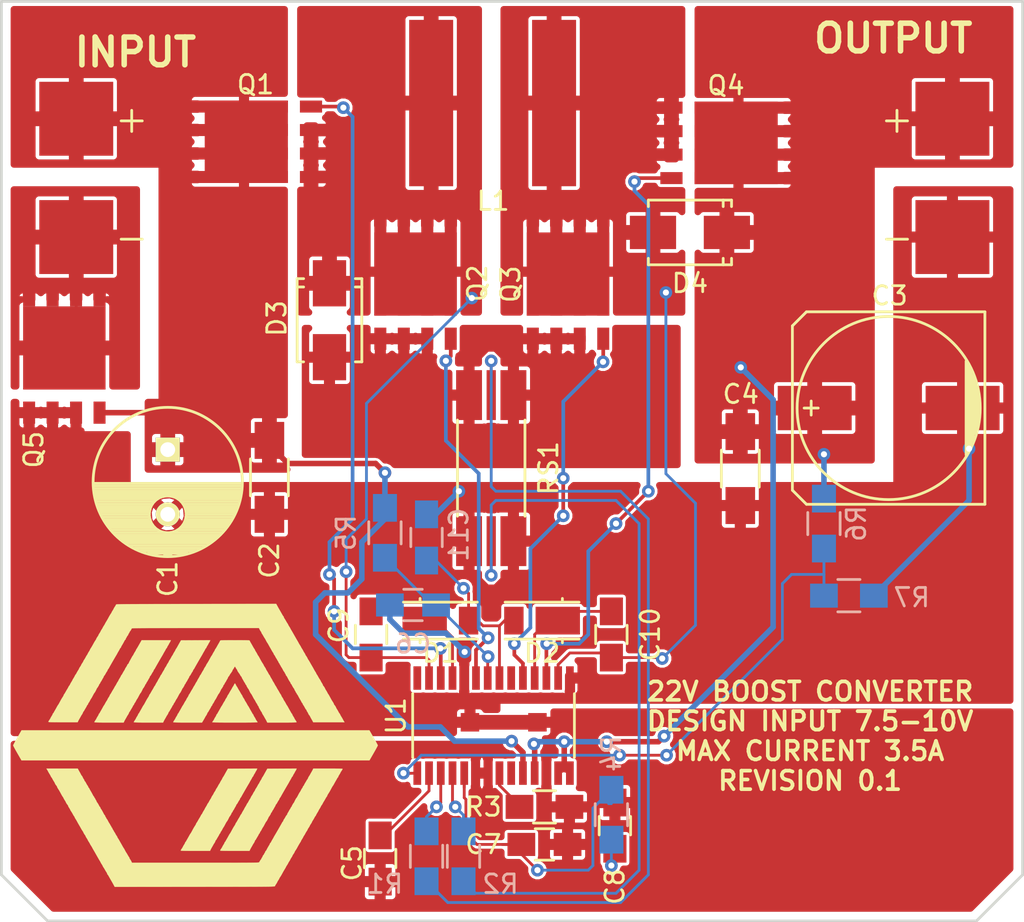
<source format=kicad_pcb>
(kicad_pcb (version 4) (host pcbnew 4.0.2-stable)

  (general
    (links 105)
    (no_connects 2)
    (area 121.674999 88.174999 177.075001 138.075001)
    (thickness 1.6)
    (drawings 39)
    (tracks 286)
    (zones 0)
    (modules 36)
    (nets 27)
  )

  (page A4)
  (layers
    (0 F.Cu signal)
    (31 B.Cu signal)
    (32 B.Adhes user)
    (33 F.Adhes user)
    (34 B.Paste user)
    (35 F.Paste user)
    (36 B.SilkS user)
    (37 F.SilkS user)
    (38 B.Mask user)
    (39 F.Mask user)
    (40 Dwgs.User user)
    (41 Cmts.User user)
    (42 Eco1.User user hide)
    (43 Eco2.User user)
    (44 Edge.Cuts user)
    (45 Margin user)
    (46 B.CrtYd user hide)
    (47 F.CrtYd user hide)
    (48 B.Fab user)
    (49 F.Fab user)
  )

  (setup
    (last_trace_width 0.1524)
    (trace_clearance 0.1524)
    (zone_clearance 0.2)
    (zone_45_only yes)
    (trace_min 0.1524)
    (segment_width 0.2)
    (edge_width 0.15)
    (via_size 0.6858)
    (via_drill 0.3302)
    (via_min_size 0.6858)
    (via_min_drill 0.3302)
    (uvia_size 0.0762)
    (uvia_drill 0.0508)
    (uvias_allowed no)
    (uvia_min_size 0)
    (uvia_min_drill 0)
    (pcb_text_width 0.3)
    (pcb_text_size 1.5 1.5)
    (mod_edge_width 0.15)
    (mod_text_size 1 1)
    (mod_text_width 0.15)
    (pad_size 4 4)
    (pad_drill 0)
    (pad_to_mask_clearance 0.2)
    (aux_axis_origin 0 0)
    (visible_elements 7FFFEEE9)
    (pcbplotparams
      (layerselection 0x00030_80000001)
      (usegerberextensions false)
      (excludeedgelayer true)
      (linewidth 0.100000)
      (plotframeref false)
      (viasonmask false)
      (mode 1)
      (useauxorigin false)
      (hpglpennumber 1)
      (hpglpenspeed 20)
      (hpglpendiameter 15)
      (hpglpenoverlay 2)
      (psnegative false)
      (psa4output false)
      (plotreference true)
      (plotvalue true)
      (plotinvisibletext false)
      (padsonsilk false)
      (subtractmaskfromsilk false)
      (outputformat 1)
      (mirror false)
      (drillshape 1)
      (scaleselection 1)
      (outputdirectory ""))
  )

  (net 0 "")
  (net 1 GND)
  (net 2 VIN)
  (net 3 VOUT)
  (net 4 SGND)
  (net 5 "Net-(C5-Pad2)")
  (net 6 "Net-(C6-Pad2)")
  (net 7 ITH)
  (net 8 "Net-(C8-Pad2)")
  (net 9 BOOST1)
  (net 10 SW1)
  (net 11 BOOST2)
  (net 12 SW2)
  (net 13 INTVCC)
  (net 14 "Net-(D3-Pad2)")
  (net 15 GATE_A)
  (net 16 GATE_B)
  (net 17 GATE_C)
  (net 18 GATE_D)
  (net 19 "Net-(R1-Pad2)")
  (net 20 "Net-(R2-Pad2)")
  (net 21 "Net-(R3-Pad1)")
  (net 22 VFB)
  (net 23 "Net-(U1-Pad9)")
  (net 24 "Net-(U1-Pad20)")
  (net 25 "Net-(U1-Pad28)")
  (net 26 GNDIN)

  (net_class Default "This is the default net class."
    (clearance 0.1524)
    (trace_width 0.1524)
    (via_dia 0.6858)
    (via_drill 0.3302)
    (uvia_dia 0.0762)
    (uvia_drill 0.0508)
    (add_net BOOST1)
    (add_net BOOST2)
    (add_net GNDIN)
    (add_net INTVCC)
    (add_net ITH)
    (add_net "Net-(C5-Pad2)")
    (add_net "Net-(C6-Pad2)")
    (add_net "Net-(C8-Pad2)")
    (add_net "Net-(D3-Pad2)")
    (add_net "Net-(R1-Pad2)")
    (add_net "Net-(R2-Pad2)")
    (add_net "Net-(R3-Pad1)")
    (add_net "Net-(U1-Pad20)")
    (add_net "Net-(U1-Pad28)")
    (add_net "Net-(U1-Pad9)")
    (add_net SW1)
    (add_net SW2)
    (add_net VFB)
  )

  (net_class MED ""
    (clearance 0.1524)
    (trace_width 0.2)
    (via_dia 0.6858)
    (via_drill 0.3302)
    (uvia_dia 0.0762)
    (uvia_drill 0.0508)
    (add_net GATE_A)
    (add_net GATE_B)
    (add_net GATE_C)
    (add_net GATE_D)
  )

  (net_class WIDE ""
    (clearance 0.1524)
    (trace_width 0.3)
    (via_dia 0.6858)
    (via_drill 0.3302)
    (uvia_dia 0.0762)
    (uvia_drill 0.0508)
    (add_net GND)
    (add_net SGND)
    (add_net VIN)
    (add_net VOUT)
  )

  (module sensor_lib:SOIC8-INFINEON (layer F.Cu) (tedit 57A7DEF8) (tstamp 57A7D6BA)
    (at 123.25 110.5 270)
    (path /57A7DB3B)
    (fp_text reference Q5 (at 2 -0.25 270) (layer F.SilkS)
      (effects (font (size 1 1) (thickness 0.15)))
    )
    (fp_text value BSC009NE2LS (at 0 -0.5 270) (layer F.Fab)
      (effects (font (size 1 1) (thickness 0.15)))
    )
    (pad 5 smd rect (at -6 -3.81 270) (size 0.5 0.65) (layers F.Cu F.Paste F.Mask)
      (net 26 GNDIN))
    (pad 4 smd rect (at 0 -3.81 270) (size 1.2 0.65) (layers F.Cu F.Paste F.Mask)
      (net 2 VIN))
    (pad 3 smd rect (at 0 -2.54 270) (size 1.2 0.65) (layers F.Cu F.Paste F.Mask)
      (net 1 GND))
    (pad 2 smd rect (at 0 -1.27 270) (size 1.2 0.65) (layers F.Cu F.Paste F.Mask)
      (net 1 GND))
    (pad 1 smd rect (at 0 0 270) (size 1.2 0.65) (layers F.Cu F.Paste F.Mask)
      (net 1 GND))
    (pad 5 smd rect (at -3.5 -1.905 270) (size 4.5 4.46) (layers F.Cu F.Paste F.Mask)
      (net 26 GNDIN))
    (pad 5 smd rect (at -6 -2.54 270) (size 0.5 0.65) (layers F.Cu F.Paste F.Mask)
      (net 26 GNDIN))
    (pad 5 smd rect (at -6 -1.27 270) (size 0.5 0.65) (layers F.Cu F.Paste F.Mask)
      (net 26 GNDIN))
    (pad 5 smd rect (at -6 0 270) (size 0.5 0.65) (layers F.Cu F.Paste F.Mask)
      (net 26 GNDIN))
  )

  (module Oddities:NetTie-I_Connected_SMD (layer F.Cu) (tedit 57A7DB49) (tstamp 57A6598D)
    (at 149.25 127.25)
    (descr "Just a \"Net tie\" as an more or less elegant way to connect two different nets without disturbing ERC and DRC.")
    (tags "Just a \"Net tie\" as an more or less elegant way to connect two different nets without disturbing ERC and DRC.")
    (path /57A6C873)
    (fp_text reference R0 (at -12 2) (layer F.SilkS) hide
      (effects (font (size 1 1) (thickness 0.15)))
    )
    (fp_text value 0 (at 0 -3.048) (layer F.Fab)
      (effects (font (size 1 1) (thickness 0.15)))
    )
    (fp_line (start 1 0) (end -1.6 0) (layer F.Cu) (width 0.8))
    (pad 1 smd rect (at -2.15 0) (size 1 1) (layers F.Cu F.Paste F.Mask)
      (net 1 GND))
    (pad 2 smd rect (at 1.5 0) (size 1 1) (layers F.Cu F.Paste F.Mask)
      (net 4 SGND))
  )

  (module sensor_lib:BHAVPAD (layer F.Cu) (tedit 57A7A317) (tstamp 57A7A2CE)
    (at 173.2 101)
    (fp_text reference - (at -3 0) (layer F.SilkS)
      (effects (font (size 1.5 1.5) (thickness 0.15)))
    )
    (fp_text value BHAVPAD (at 0 -0.5) (layer F.Fab)
      (effects (font (size 1 1) (thickness 0.15)))
    )
    (pad 1 smd rect (at 0 0) (size 4 4) (layers F.Cu F.Paste F.Mask)
      (net 1 GND))
  )

  (module sensor_lib:BHAVPAD (layer F.Cu) (tedit 57A7A30C) (tstamp 57A7A2CA)
    (at 173.2 94.6)
    (fp_text reference + (at -3 0) (layer F.SilkS)
      (effects (font (size 1.5 1.5) (thickness 0.15)))
    )
    (fp_text value BHAVPAD (at 0 -0.4) (layer F.Fab)
      (effects (font (size 1 1) (thickness 0.15)))
    )
    (pad 1 smd rect (at 0 0) (size 4 4) (layers F.Cu F.Paste F.Mask)
      (net 3 VOUT))
  )

  (module sensor_lib:hxf_sensorworks_logo_20_17_pos (layer F.Cu) (tedit 0) (tstamp 57A67B3C)
    (at 132.25 128.5)
    (fp_text reference G*** (at 0 0) (layer F.SilkS) hide
      (effects (font (thickness 0.3)))
    )
    (fp_text value LOGO (at 0.75 0) (layer F.SilkS) hide
      (effects (font (thickness 0.3)))
    )
    (fp_poly (pts (xy -6.342559 1.3081) (xy -6.315249 1.358666) (xy -6.282268 1.416314) (xy -6.273619 1.430867)
      (xy -6.239016 1.492154) (xy -6.205045 1.557854) (xy -6.198924 1.570567) (xy -6.17615 1.613019)
      (xy -6.157029 1.638865) (xy -6.150874 1.642534) (xy -6.136857 1.656796) (xy -6.116788 1.693148)
      (xy -6.10511 1.719403) (xy -6.079474 1.773421) (xy -6.052081 1.819322) (xy -6.042372 1.832061)
      (xy -6.019068 1.868986) (xy -6.011334 1.897313) (xy -6.000607 1.926905) (xy -5.989845 1.935023)
      (xy -5.97214 1.953354) (xy -5.945557 1.993952) (xy -5.915552 2.048398) (xy -5.912657 2.054115)
      (xy -5.881889 2.111612) (xy -5.853515 2.158263) (xy -5.833393 2.184481) (xy -5.832545 2.185221)
      (xy -5.811435 2.217305) (xy -5.808133 2.234649) (xy -5.796312 2.267445) (xy -5.774267 2.294467)
      (xy -5.74902 2.322423) (xy -5.7404 2.340352) (xy -5.732173 2.361194) (xy -5.710378 2.40265)
      (xy -5.679348 2.456585) (xy -5.671927 2.468961) (xy -5.631024 2.539026) (xy -5.590425 2.612373)
      (xy -5.559873 2.671234) (xy -5.534434 2.718924) (xy -5.51328 2.75119) (xy -5.503182 2.760134)
      (xy -5.489775 2.774461) (xy -5.479447 2.802467) (xy -5.465849 2.834181) (xy -5.452211 2.8448)
      (xy -5.436823 2.858206) (xy -5.4356 2.866269) (xy -5.426654 2.892595) (xy -5.404178 2.933252)
      (xy -5.393267 2.950038) (xy -5.367224 2.993666) (xy -5.352306 3.028926) (xy -5.350933 3.037224)
      (xy -5.343218 3.063021) (xy -5.337566 3.067756) (xy -5.321088 3.085246) (xy -5.294758 3.123232)
      (xy -5.264368 3.172174) (xy -5.235712 3.222534) (xy -5.214583 3.264772) (xy -5.208546 3.280198)
      (xy -5.188967 3.313138) (xy -5.172489 3.325304) (xy -5.151439 3.348217) (xy -5.147733 3.366009)
      (xy -5.137009 3.40222) (xy -5.1181 3.431012) (xy -5.085803 3.475914) (xy -5.042639 3.549613)
      (xy -4.987943 3.653266) (xy -4.96652 3.6957) (xy -4.941161 3.740768) (xy -4.919337 3.769956)
      (xy -4.910009 3.776134) (xy -4.896021 3.790136) (xy -4.893357 3.805767) (xy -4.883084 3.83973)
      (xy -4.859867 3.877734) (xy -4.836377 3.913589) (xy -4.826377 3.94038) (xy -4.826377 3.940392)
      (xy -4.8134 3.967063) (xy -4.804833 3.974259) (xy -4.78682 3.995626) (xy -4.760437 4.038232)
      (xy -4.733167 4.0894) (xy -4.702722 4.147466) (xy -4.673832 4.197296) (xy -4.655146 4.224867)
      (xy -4.628924 4.264756) (xy -4.604302 4.313399) (xy -4.604145 4.313767) (xy -4.585316 4.350293)
      (xy -4.569629 4.368379) (xy -4.567867 4.3688) (xy -4.557268 4.382937) (xy -4.555067 4.400855)
      (xy -4.543281 4.432406) (xy -4.529667 4.442657) (xy -4.507148 4.464813) (xy -4.504267 4.477486)
      (xy -4.495279 4.505006) (xy -4.47226 4.548205) (xy -4.453467 4.57784) (xy -4.424866 4.623488)
      (xy -4.40644 4.659173) (xy -4.402667 4.671823) (xy -4.393677 4.6899) (xy -4.389967 4.690797)
      (xy -4.376368 4.704948) (xy -4.35431 4.741288) (xy -4.334933 4.779006) (xy -4.306149 4.833423)
      (xy -4.277678 4.878754) (xy -4.262967 4.897276) (xy -4.239966 4.929396) (xy -4.233333 4.950717)
      (xy -4.223621 4.98004) (xy -4.202181 5.014217) (xy -4.177023 5.051181) (xy -4.144415 5.104692)
      (xy -4.119975 5.147733) (xy -4.08579 5.209267) (xy -4.052007 5.268766) (xy -4.033739 5.300133)
      (xy -4.004713 5.35058) (xy -3.970293 5.412507) (xy -3.953184 5.444067) (xy -3.924208 5.495757)
      (xy -3.898454 5.537705) (xy -3.886784 5.554133) (xy -3.864364 5.587211) (xy -3.840432 5.630333)
      (xy -3.806222 5.696992) (xy -3.775207 5.753929) (xy -3.751552 5.793711) (xy -3.740809 5.808121)
      (xy -3.728363 5.826051) (xy -3.704437 5.865804) (xy -3.673763 5.919467) (xy -3.667469 5.930749)
      (xy -3.635254 5.986486) (xy -3.607792 6.029963) (xy -3.590228 6.053115) (xy -3.588494 6.054515)
      (xy -3.574998 6.077806) (xy -3.572933 6.093807) (xy -3.561968 6.12841) (xy -3.542517 6.156307)
      (xy -3.517336 6.190814) (xy -3.487607 6.241531) (xy -3.473273 6.269567) (xy -3.434446 6.35)
      (xy 0.009977 6.35) (xy 0.411712 6.349994) (xy 0.78095 6.349967) (xy 1.11906 6.349906)
      (xy 1.427412 6.349799) (xy 1.707376 6.349634) (xy 1.96032 6.349397) (xy 2.187616 6.349076)
      (xy 2.390632 6.348658) (xy 2.570737 6.348131) (xy 2.729302 6.347482) (xy 2.867696 6.346698)
      (xy 2.987289 6.345767) (xy 3.089449 6.344676) (xy 3.175547 6.343412) (xy 3.246952 6.341963)
      (xy 3.305034 6.340317) (xy 3.351162 6.338459) (xy 3.386706 6.336379) (xy 3.413035 6.334063)
      (xy 3.431519 6.331498) (xy 3.443528 6.328673) (xy 3.450431 6.325574) (xy 3.453597 6.322188)
      (xy 3.454397 6.318503) (xy 3.4544 6.318207) (xy 3.466698 6.280793) (xy 3.4798 6.265333)
      (xy 3.501332 6.236221) (xy 3.5052 6.220395) (xy 3.518864 6.194011) (xy 3.5306 6.18679)
      (xy 3.553081 6.166788) (xy 3.556 6.155818) (xy 3.564933 6.129652) (xy 3.58738 6.089077)
      (xy 3.598333 6.072211) (xy 3.624289 6.029307) (xy 3.639235 5.995585) (xy 3.640666 5.987806)
      (xy 3.652248 5.960776) (xy 3.674533 5.935133) (xy 3.70002 5.905898) (xy 3.708776 5.885942)
      (xy 3.718709 5.860522) (xy 3.742084 5.8253) (xy 3.742266 5.825067) (xy 3.766041 5.785866)
      (xy 3.775757 5.7531) (xy 3.783889 5.727957) (xy 3.792671 5.723467) (xy 3.809902 5.709727)
      (xy 3.833209 5.675302) (xy 3.841497 5.659967) (xy 3.901645 5.545772) (xy 3.957379 5.449447)
      (xy 3.984337 5.406303) (xy 4.011072 5.359614) (xy 4.027571 5.321413) (xy 4.030133 5.308937)
      (xy 4.039606 5.286194) (xy 4.047894 5.2832) (xy 4.065419 5.269215) (xy 4.087712 5.234249)
      (xy 4.094882 5.2197) (xy 4.123425 5.163404) (xy 4.157961 5.102575) (xy 4.16662 5.088467)
      (xy 4.197327 5.037342) (xy 4.223189 4.990621) (xy 4.229319 4.9784) (xy 4.251518 4.936222)
      (xy 4.281049 4.885125) (xy 4.287986 4.873744) (xy 4.313753 4.831029) (xy 4.350142 4.769372)
      (xy 4.394332 4.693687) (xy 4.443503 4.608886) (xy 4.494834 4.519882) (xy 4.545505 4.431588)
      (xy 4.592694 4.348916) (xy 4.633582 4.276779) (xy 4.665347 4.22009) (xy 4.685169 4.183762)
      (xy 4.690533 4.172631) (xy 4.700832 4.155524) (xy 4.7244 4.127832) (xy 4.749242 4.092315)
      (xy 4.758266 4.064) (xy 4.769014 4.030958) (xy 4.7879 4.003693) (xy 4.811389 3.971243)
      (xy 4.842136 3.920499) (xy 4.867387 3.87405) (xy 4.896554 3.822467) (xy 4.923041 3.784211)
      (xy 4.939354 3.768748) (xy 4.958874 3.746612) (xy 4.961466 3.732712) (xy 4.970635 3.69983)
      (xy 4.992357 3.660214) (xy 5.019037 3.6173) (xy 5.05008 3.561811) (xy 5.061943 3.539067)
      (xy 5.086705 3.493531) (xy 5.106886 3.462017) (xy 5.113815 3.4544) (xy 5.128184 3.434576)
      (xy 5.147726 3.395645) (xy 5.153433 3.382434) (xy 5.17401 3.342555) (xy 5.193117 3.320485)
      (xy 5.197669 3.318934) (xy 5.212458 3.304866) (xy 5.215466 3.28735) (xy 5.225549 3.252103)
      (xy 5.249333 3.212713) (xy 5.272992 3.177343) (xy 5.283191 3.151601) (xy 5.2832 3.151163)
      (xy 5.293918 3.133464) (xy 5.298295 3.132667) (xy 5.31405 3.118693) (xy 5.335161 3.083751)
      (xy 5.342177 3.069167) (xy 5.37858 2.992107) (xy 5.412898 2.925254) (xy 5.441506 2.875285)
      (xy 5.460785 2.848879) (xy 5.462395 2.847541) (xy 5.473652 2.835734) (xy 5.489916 2.811184)
      (xy 5.513832 2.769297) (xy 5.548043 2.705483) (xy 5.585862 2.633134) (xy 5.613543 2.582629)
      (xy 5.6377 2.543278) (xy 5.648523 2.528823) (xy 5.665692 2.503675) (xy 5.690984 2.458709)
      (xy 5.712657 2.416273) (xy 5.741099 2.362951) (xy 5.76786 2.320708) (xy 5.783122 2.302611)
      (xy 5.804573 2.270591) (xy 5.808133 2.252685) (xy 5.819955 2.219888) (xy 5.842 2.192867)
      (xy 5.86729 2.164352) (xy 5.875866 2.145506) (xy 5.884233 2.123724) (xy 5.906247 2.082125)
      (xy 5.937285 2.029403) (xy 5.939774 2.025363) (xy 5.975648 1.966132) (xy 6.007346 1.911767)
      (xy 6.027302 1.875367) (xy 6.047975 1.842655) (xy 6.064832 1.828803) (xy 6.064995 1.8288)
      (xy 6.077624 1.815111) (xy 6.079066 1.804368) (xy 6.087099 1.777269) (xy 6.106749 1.734474)
      (xy 6.131349 1.688792) (xy 6.15423 1.653033) (xy 6.163322 1.642534) (xy 6.177187 1.622391)
      (xy 6.193607 1.591734) (xy 6.213995 1.553336) (xy 6.244026 1.500347) (xy 6.264982 1.464734)
      (xy 6.299578 1.404461) (xy 6.331853 1.344263) (xy 6.34552 1.316739) (xy 6.3754 1.253411)
      (xy 7.167033 1.253239) (xy 7.358781 1.253376) (xy 7.51904 1.25392) (xy 7.650184 1.254934)
      (xy 7.754589 1.256481) (xy 7.83463 1.258624) (xy 7.892683 1.261426) (xy 7.931122 1.264951)
      (xy 7.952324 1.269262) (xy 7.958667 1.274288) (xy 7.949418 1.298643) (xy 7.925446 1.340062)
      (xy 7.8994 1.378868) (xy 7.867853 1.425606) (xy 7.846356 1.461981) (xy 7.840133 1.477544)
      (xy 7.83138 1.498718) (xy 7.808579 1.53861) (xy 7.780867 1.58215) (xy 7.749664 1.633364)
      (xy 7.728193 1.676645) (xy 7.7216 1.69932) (xy 7.714508 1.723422) (xy 7.707385 1.7272)
      (xy 7.689809 1.74056) (xy 7.673816 1.7653) (xy 7.655422 1.799362) (xy 7.626336 1.851001)
      (xy 7.595198 1.905) (xy 7.556059 1.973336) (xy 7.516054 2.045122) (xy 7.491079 2.091267)
      (xy 7.464409 2.139105) (xy 7.442787 2.17346) (xy 7.433697 2.1844) (xy 7.420017 2.202589)
      (xy 7.395812 2.242482) (xy 7.366138 2.295714) (xy 7.363951 2.299791) (xy 7.31532 2.390312)
      (xy 7.278541 2.457629) (xy 7.249711 2.508518) (xy 7.224929 2.549755) (xy 7.200292 2.588116)
      (xy 7.18304 2.613926) (xy 7.153307 2.661849) (xy 7.133654 2.700935) (xy 7.128933 2.71744)
      (xy 7.117821 2.748096) (xy 7.104509 2.765205) (xy 7.084016 2.792373) (xy 7.054755 2.839042)
      (xy 7.026328 2.889181) (xy 6.99357 2.948059) (xy 6.962599 3.000772) (xy 6.943334 3.031067)
      (xy 6.918433 3.071621) (xy 6.888508 3.126363) (xy 6.874581 3.153834) (xy 6.850399 3.198878)
      (xy 6.830793 3.228067) (xy 6.823186 3.234267) (xy 6.809673 3.248325) (xy 6.792036 3.282813)
      (xy 6.789367 3.2893) (xy 6.767642 3.3345) (xy 6.735132 3.392146) (xy 6.711112 3.430753)
      (xy 6.681285 3.478579) (xy 6.66087 3.515238) (xy 6.6548 3.5306) (xy 6.646194 3.55092)
      (xy 6.623844 3.590088) (xy 6.598487 3.630447) (xy 6.563503 3.687755) (xy 6.533493 3.743119)
      (xy 6.520233 3.7719) (xy 6.502591 3.80854) (xy 6.487966 3.826551) (xy 6.486414 3.826934)
      (xy 6.472925 3.840817) (xy 6.451057 3.876463) (xy 6.434918 3.907367) (xy 6.400327 3.971896)
      (xy 6.36069 4.038066) (xy 6.34725 4.058584) (xy 6.319485 4.102872) (xy 6.30213 4.137067)
      (xy 6.2992 4.147658) (xy 6.290065 4.170379) (xy 6.266361 4.210737) (xy 6.239933 4.250267)
      (xy 6.208444 4.297726) (xy 6.186951 4.335205) (xy 6.180666 4.351867) (xy 6.171548 4.374022)
      (xy 6.14788 4.413961) (xy 6.1214 4.453467) (xy 6.08985 4.501403) (xy 6.068353 4.539902)
      (xy 6.062133 4.557528) (xy 6.052563 4.582873) (xy 6.028887 4.620618) (xy 6.022202 4.629668)
      (xy 5.992013 4.674642) (xy 5.956987 4.734383) (xy 5.935315 4.7752) (xy 5.908353 4.825812)
      (xy 5.885777 4.863151) (xy 5.874303 4.877394) (xy 5.858892 4.897732) (xy 5.838879 4.936294)
      (xy 5.834959 4.945127) (xy 5.810013 4.994593) (xy 5.77555 5.053219) (xy 5.758175 5.08)
      (xy 5.729364 5.125608) (xy 5.710642 5.160955) (xy 5.706606 5.173599) (xy 5.697341 5.198801)
      (xy 5.6769 5.2316) (xy 5.647263 5.276464) (xy 5.606428 5.344215) (xy 5.558623 5.427588)
      (xy 5.50808 5.519324) (xy 5.493935 5.545667) (xy 5.460111 5.604944) (xy 5.424526 5.66119)
      (xy 5.408306 5.684237) (xy 5.38243 5.722762) (xy 5.368591 5.751224) (xy 5.367866 5.755452)
      (xy 5.359029 5.778583) (xy 5.336794 5.818651) (xy 5.307582 5.865126) (xy 5.27781 5.907479)
      (xy 5.266505 5.921719) (xy 5.250939 5.950864) (xy 5.249333 5.960487) (xy 5.240451 5.983291)
      (xy 5.217342 6.024238) (xy 5.190067 6.066809) (xy 5.159051 6.114991) (xy 5.137598 6.152384)
      (xy 5.1308 6.169104) (xy 5.122062 6.189714) (xy 5.099296 6.229181) (xy 5.071533 6.272683)
      (xy 5.040702 6.320942) (xy 5.019268 6.357947) (xy 5.012266 6.374283) (xy 5.003557 6.393809)
      (xy 4.98086 6.432456) (xy 4.953 6.475883) (xy 4.922207 6.523842) (xy 4.900778 6.560212)
      (xy 4.893733 6.575865) (xy 4.885495 6.594846) (xy 4.864065 6.633492) (xy 4.838788 6.675712)
      (xy 4.800221 6.73887) (xy 4.768216 6.793096) (xy 4.736419 6.84954) (xy 4.698474 6.91935)
      (xy 4.675458 6.96229) (xy 4.640147 7.025125) (xy 4.604421 7.08356) (xy 4.578092 7.122065)
      (xy 4.552327 7.159579) (xy 4.538752 7.186616) (xy 4.538133 7.190185) (xy 4.52942 7.211595)
      (xy 4.506714 7.251757) (xy 4.478866 7.295898) (xy 4.448031 7.345016) (xy 4.426598 7.383548)
      (xy 4.4196 7.401519) (xy 4.410513 7.422852) (xy 4.386986 7.461998) (xy 4.362089 7.498968)
      (xy 4.3296 7.54904) (xy 4.306077 7.592436) (xy 4.298358 7.613095) (xy 4.297158 7.61647)
      (xy 4.294091 7.619604) (xy 4.287934 7.622507) (xy 4.277462 7.625188) (xy 4.261452 7.627659)
      (xy 4.23868 7.629929) (xy 4.207921 7.63201) (xy 4.167954 7.63391) (xy 4.117552 7.635642)
      (xy 4.055494 7.637214) (xy 3.980554 7.638637) (xy 3.89151 7.639922) (xy 3.787137 7.641079)
      (xy 3.666211 7.642118) (xy 3.52751 7.643049) (xy 3.369809 7.643883) (xy 3.191884 7.644631)
      (xy 2.992511 7.645301) (xy 2.770468 7.645906) (xy 2.524529 7.646455) (xy 2.253472 7.646958)
      (xy 1.956072 7.647426) (xy 1.631105 7.647869) (xy 1.277349 7.648297) (xy 0.893579 7.648721)
      (xy 0.478571 7.649151) (xy 0.031101 7.649598) (xy -0.038072 7.649666) (xy -4.36828 7.653932)
      (xy -4.42027 7.556533) (xy -4.455961 7.491157) (xy -4.499496 7.413502) (xy -4.541323 7.3406)
      (xy -4.580089 7.273714) (xy -4.617622 7.208368) (xy -4.646327 7.157792) (xy -4.648265 7.154333)
      (xy -4.69188 7.077088) (xy -4.722391 7.025206) (xy -4.742686 6.994196) (xy -4.755652 6.979568)
      (xy -4.7625 6.976641) (xy -4.773069 6.962426) (xy -4.7752 6.94495) (xy -4.785221 6.908943)
      (xy -4.806544 6.872984) (xy -4.83108 6.837008) (xy -4.863833 6.783438) (xy -4.893733 6.731)
      (xy -4.927419 6.672166) (xy -4.959638 6.619932) (xy -4.980923 6.589017) (xy -5.003374 6.555223)
      (xy -5.012267 6.53262) (xy -5.02103 6.511063) (xy -5.043855 6.470882) (xy -5.071533 6.427317)
      (xy -5.102341 6.379249) (xy -5.123771 6.342648) (xy -5.1308 6.326744) (xy -5.139128 6.306982)
      (xy -5.160318 6.269346) (xy -5.17502 6.245412) (xy -5.211471 6.185604) (xy -5.250113 6.119206)
      (xy -5.262243 6.097582) (xy -5.460624 5.748743) (xy -5.504212 5.674411) (xy -5.539961 5.612932)
      (xy -5.568109 5.562975) (xy -5.584916 5.531268) (xy -5.588 5.523763) (xy -5.596654 5.506339)
      (xy -5.619219 5.469286) (xy -5.647267 5.426017) (xy -5.678098 5.377758) (xy -5.699532 5.340753)
      (xy -5.706533 5.324417) (xy -5.715243 5.304891) (xy -5.73794 5.266244) (xy -5.7658 5.222817)
      (xy -5.796678 5.17419) (xy -5.818117 5.136402) (xy -5.825067 5.119238) (xy -5.83389 5.098659)
      (xy -5.856856 5.059383) (xy -5.884334 5.016942) (xy -5.915445 4.967999) (xy -5.936908 4.928988)
      (xy -5.9436 4.91062) (xy -5.953543 4.882174) (xy -5.960772 4.871852) (xy -5.988826 4.834468)
      (xy -6.019063 4.788465) (xy -6.045063 4.744372) (xy -6.060409 4.712718) (xy -6.062134 4.705585)
      (xy -6.071557 4.681947) (xy -6.094954 4.644835) (xy -6.102573 4.63437) (xy -6.134532 4.587211)
      (xy -6.17069 4.527403) (xy -6.188259 4.4958) (xy -6.221118 4.43632) (xy -6.262364 4.364378)
      (xy -6.299775 4.301067) (xy -6.337987 4.235995) (xy -6.374076 4.171851) (xy -6.399845 4.123267)
      (xy -6.430449 4.067274) (xy -6.468579 4.004335) (xy -6.484885 3.979334) (xy -6.513635 3.933136)
      (xy -6.532259 3.896612) (xy -6.536194 3.883176) (xy -6.547216 3.855416) (xy -6.56 3.839486)
      (xy -6.580393 3.812037) (xy -6.608611 3.765565) (xy -6.631254 3.723977) (xy -6.666688 3.660049)
      (xy -6.705481 3.596661) (xy -6.726054 3.56616) (xy -6.753929 3.524173) (xy -6.770912 3.492712)
      (xy -6.773333 3.484362) (xy -6.782093 3.462947) (xy -6.804909 3.422873) (xy -6.8326 3.379317)
      (xy -6.863769 3.328376) (xy -6.885237 3.285676) (xy -6.891867 3.263559) (xy -6.898798 3.236916)
      (xy -6.904567 3.231445) (xy -6.922385 3.213827) (xy -6.949317 3.177997) (xy -6.97793 3.135112)
      (xy -7.00079 3.096329) (xy -7.010464 3.072804) (xy -7.010473 3.07249) (xy -7.019354 3.050458)
      (xy -7.042092 3.011036) (xy -7.062042 2.980267) (xy -7.097373 2.923855) (xy -7.128326 2.867577)
      (xy -7.138826 2.845394) (xy -7.15884 2.804762) (xy -7.175828 2.779661) (xy -7.178206 2.77766)
      (xy -7.192681 2.759142) (xy -7.217487 2.718961) (xy -7.247436 2.665553) (xy -7.249516 2.661676)
      (xy -7.298147 2.571155) (xy -7.334926 2.503838) (xy -7.363755 2.452949) (xy -7.388538 2.411712)
      (xy -7.413175 2.373351) (xy -7.430426 2.347541) (xy -7.46016 2.299618) (xy -7.479812 2.260532)
      (xy -7.484533 2.244027) (xy -7.495265 2.212164) (xy -7.5057 2.197853) (xy -7.538473 2.158101)
      (xy -7.570273 2.112721) (xy -7.594124 2.072418) (xy -7.603067 2.048437) (xy -7.61197 2.024452)
      (xy -7.634664 1.98423) (xy -7.651117 1.958851) (xy -7.689098 1.898202) (xy -7.727202 1.830277)
      (xy -7.738785 1.807634) (xy -7.763018 1.762598) (xy -7.782659 1.733409) (xy -7.790281 1.7272)
      (xy -7.803771 1.713135) (xy -7.821348 1.67863) (xy -7.823995 1.672167) (xy -7.846867 1.624295)
      (xy -7.879283 1.567274) (xy -7.894117 1.543822) (xy -7.928259 1.48886) (xy -7.95835 1.435285)
      (xy -7.967598 1.416822) (xy -7.995072 1.363976) (xy -8.026859 1.310026) (xy -8.028089 1.3081)
      (xy -8.063384 1.253067) (xy -6.370792 1.253067) (xy -6.342559 1.3081)) (layer F.SilkS) (width 0.01))
    (fp_poly (pts (xy 3.326203 1.290999) (xy 3.308879 1.329813) (xy 3.281199 1.377612) (xy 3.274209 1.388231)
      (xy 3.249371 1.42755) (xy 3.235391 1.454828) (xy 3.234266 1.459349) (xy 3.225503 1.479137)
      (xy 3.203002 1.516887) (xy 3.183466 1.546774) (xy 3.15465 1.5943) (xy 3.136241 1.633938)
      (xy 3.132666 1.649223) (xy 3.123634 1.672868) (xy 3.114905 1.6764) (xy 3.097381 1.690385)
      (xy 3.075087 1.725351) (xy 3.067918 1.7399) (xy 3.039375 1.796197) (xy 3.004838 1.857025)
      (xy 2.996179 1.871134) (xy 2.965473 1.922258) (xy 2.93961 1.968979) (xy 2.93348 1.9812)
      (xy 2.911282 2.023378) (xy 2.881751 2.074476) (xy 2.874813 2.085856) (xy 2.849047 2.128572)
      (xy 2.812658 2.190228) (xy 2.768467 2.265913) (xy 2.719296 2.350714) (xy 2.667965 2.439718)
      (xy 2.617295 2.528012) (xy 2.570105 2.610684) (xy 2.529218 2.682821) (xy 2.497453 2.73951)
      (xy 2.477631 2.775838) (xy 2.472267 2.786969) (xy 2.461967 2.804076) (xy 2.4384 2.831768)
      (xy 2.413557 2.867285) (xy 2.404533 2.8956) (xy 2.393785 2.928642) (xy 2.3749 2.955907)
      (xy 2.351411 2.988358) (xy 2.320664 3.039101) (xy 2.295412 3.08555) (xy 2.266246 3.137133)
      (xy 2.239759 3.175389) (xy 2.223446 3.190852) (xy 2.203926 3.212989) (xy 2.201333 3.226888)
      (xy 2.192165 3.25977) (xy 2.170442 3.299386) (xy 2.143763 3.342301) (xy 2.11272 3.39779)
      (xy 2.100857 3.420534) (xy 2.076095 3.466069) (xy 2.055913 3.497584) (xy 2.048984 3.5052)
      (xy 2.034615 3.525024) (xy 2.015074 3.563955) (xy 2.009367 3.577167) (xy 1.98879 3.617046)
      (xy 1.969683 3.639116) (xy 1.965131 3.640667) (xy 1.950341 3.654734) (xy 1.947333 3.67225)
      (xy 1.937251 3.707497) (xy 1.913467 3.746887) (xy 1.889808 3.782257) (xy 1.879609 3.807999)
      (xy 1.8796 3.808438) (xy 1.868882 3.826136) (xy 1.864505 3.826934) (xy 1.84875 3.840908)
      (xy 1.827639 3.87585) (xy 1.820623 3.890434) (xy 1.78422 3.967494) (xy 1.749902 4.034347)
      (xy 1.721293 4.084315) (xy 1.702015 4.110721) (xy 1.700405 4.112059) (xy 1.689148 4.123866)
      (xy 1.672884 4.148417) (xy 1.648968 4.190303) (xy 1.614757 4.254117) (xy 1.576938 4.326467)
      (xy 1.549257 4.376971) (xy 1.525099 4.416322) (xy 1.514277 4.430778) (xy 1.497107 4.455925)
      (xy 1.471816 4.500891) (xy 1.450143 4.543327) (xy 1.421701 4.59665) (xy 1.394939 4.638893)
      (xy 1.379678 4.65699) (xy 1.358226 4.689009) (xy 1.354667 4.706916) (xy 1.342845 4.739712)
      (xy 1.3208 4.766733) (xy 1.295509 4.795248) (xy 1.286933 4.814095) (xy 1.278567 4.835876)
      (xy 1.256552 4.877475) (xy 1.225514 4.930197) (xy 1.223026 4.934237) (xy 1.187152 4.993468)
      (xy 1.155453 5.047833) (xy 1.135498 5.084233) (xy 1.114824 5.116945) (xy 1.097968 5.130797)
      (xy 1.097805 5.1308) (xy 1.085176 5.144489) (xy 1.083733 5.155232) (xy 1.075701 5.182331)
      (xy 1.056051 5.225126) (xy 1.031451 5.270808) (xy 1.00857 5.306568) (xy 0.999478 5.317067)
      (xy 0.985612 5.337209) (xy 0.969193 5.367867) (xy 0.948805 5.406264) (xy 0.918773 5.459254)
      (xy 0.897818 5.494867) (xy 0.863222 5.555139) (xy 0.830946 5.615338) (xy 0.81728 5.642861)
      (xy 0.7874 5.706189) (xy -0.004233 5.706361) (xy -0.195982 5.706224) (xy -0.35624 5.70568)
      (xy -0.487384 5.704667) (xy -0.591789 5.70312) (xy -0.67183 5.700977) (xy -0.729883 5.698174)
      (xy -0.768323 5.694649) (xy -0.789524 5.690338) (xy -0.795867 5.685313) (xy -0.786619 5.660957)
      (xy -0.762646 5.619539) (xy -0.7366 5.580732) (xy -0.705053 5.533994) (xy -0.683556 5.497619)
      (xy -0.677333 5.482056) (xy -0.66858 5.460883) (xy -0.645779 5.42099) (xy -0.618067 5.37745)
      (xy -0.586864 5.326236) (xy -0.565393 5.282955) (xy -0.5588 5.260281) (xy -0.551708 5.236179)
      (xy -0.544585 5.2324) (xy -0.52701 5.21904) (xy -0.511017 5.1943) (xy -0.492622 5.160239)
      (xy -0.463536 5.108599) (xy -0.432399 5.0546) (xy -0.39326 4.986265) (xy -0.353254 4.914479)
      (xy -0.32828 4.868333) (xy -0.301609 4.820496) (xy -0.279987 4.786141) (xy -0.270897 4.7752)
      (xy -0.257218 4.757011) (xy -0.233013 4.717118) (xy -0.203338 4.663886) (xy -0.201151 4.65981)
      (xy -0.15252 4.569288) (xy -0.115741 4.501971) (xy -0.086912 4.451082) (xy -0.062129 4.409845)
      (xy -0.037492 4.371485) (xy -0.020241 4.345674) (xy 0.009493 4.297751) (xy 0.029145 4.258665)
      (xy 0.033867 4.242161) (xy 0.044979 4.211505) (xy 0.058291 4.194395) (xy 0.078784 4.167227)
      (xy 0.108045 4.120558) (xy 0.136472 4.070419) (xy 0.169229 4.011541) (xy 0.2002 3.958829)
      (xy 0.219465 3.928534) (xy 0.244366 3.88798) (xy 0.274292 3.833238) (xy 0.288219 3.805767)
      (xy 0.312401 3.760722) (xy 0.332007 3.731533) (xy 0.339614 3.725334) (xy 0.353126 3.711276)
      (xy 0.370764 3.676787) (xy 0.373433 3.6703) (xy 0.395158 3.625101) (xy 0.427668 3.567454)
      (xy 0.451687 3.528847) (xy 0.481515 3.481021) (xy 0.50193 3.444362) (xy 0.508 3.429)
      (xy 0.516606 3.408681) (xy 0.538956 3.369513) (xy 0.564312 3.329153) (xy 0.599296 3.271845)
      (xy 0.629306 3.216481) (xy 0.642567 3.1877) (xy 0.660209 3.15106) (xy 0.674833 3.13305)
      (xy 0.676386 3.132667) (xy 0.689875 3.118783) (xy 0.711743 3.083137) (xy 0.727882 3.052234)
      (xy 0.762473 2.987704) (xy 0.80211 2.921534) (xy 0.81555 2.901016) (xy 0.843315 2.856729)
      (xy 0.86067 2.822533) (xy 0.8636 2.811942) (xy 0.872734 2.789221) (xy 0.896439 2.748863)
      (xy 0.922867 2.709334) (xy 0.954356 2.661875) (xy 0.975849 2.624395) (xy 0.982133 2.607734)
      (xy 0.991252 2.585578) (xy 1.01492 2.545639) (xy 1.0414 2.506134) (xy 1.07295 2.458197)
      (xy 1.094447 2.419699) (xy 1.100667 2.402072) (xy 1.110236 2.376727) (xy 1.133913 2.338982)
      (xy 1.140597 2.329932) (xy 1.170787 2.284958) (xy 1.205813 2.225217) (xy 1.227485 2.1844)
      (xy 1.254447 2.133788) (xy 1.277023 2.09645) (xy 1.288497 2.082207) (xy 1.303907 2.061868)
      (xy 1.323921 2.023306) (xy 1.327841 2.014473) (xy 1.352786 1.965007) (xy 1.387249 1.906381)
      (xy 1.404625 1.8796) (xy 1.433473 1.833672) (xy 1.452193 1.79765) (xy 1.456194 1.784517)
      (xy 1.465948 1.758944) (xy 1.489363 1.72356) (xy 1.489895 1.722882) (xy 1.517597 1.682675)
      (xy 1.550563 1.628059) (xy 1.56727 1.597832) (xy 1.597266 1.542549) (xy 1.636476 1.471818)
      (xy 1.677191 1.399527) (xy 1.683449 1.388534) (xy 1.755881 1.261534) (xy 3.338255 1.25273)
      (xy 3.326203 1.290999)) (layer F.SilkS) (width 0.01))
    (fp_poly (pts (xy 5.459803 1.290999) (xy 5.442479 1.329813) (xy 5.414799 1.377612) (xy 5.407809 1.388231)
      (xy 5.382971 1.42755) (xy 5.368991 1.454828) (xy 5.367866 1.459349) (xy 5.359103 1.479137)
      (xy 5.336602 1.516887) (xy 5.317066 1.546774) (xy 5.28825 1.5943) (xy 5.269841 1.633938)
      (xy 5.266266 1.649223) (xy 5.257234 1.672868) (xy 5.248505 1.6764) (xy 5.230981 1.690385)
      (xy 5.208687 1.725351) (xy 5.201518 1.7399) (xy 5.172975 1.796197) (xy 5.138438 1.857025)
      (xy 5.129779 1.871134) (xy 5.099073 1.922258) (xy 5.07321 1.968979) (xy 5.06708 1.9812)
      (xy 5.044882 2.023378) (xy 5.015351 2.074476) (xy 5.008413 2.085856) (xy 4.982647 2.128572)
      (xy 4.946258 2.190228) (xy 4.902067 2.265913) (xy 4.852896 2.350714) (xy 4.801565 2.439718)
      (xy 4.750895 2.528012) (xy 4.703705 2.610684) (xy 4.662818 2.682821) (xy 4.631053 2.73951)
      (xy 4.611231 2.775838) (xy 4.605866 2.786969) (xy 4.595567 2.804076) (xy 4.572 2.831768)
      (xy 4.547157 2.867285) (xy 4.538133 2.8956) (xy 4.527385 2.928642) (xy 4.5085 2.955907)
      (xy 4.485011 2.988358) (xy 4.454264 3.039101) (xy 4.429012 3.08555) (xy 4.399846 3.137133)
      (xy 4.373359 3.175389) (xy 4.357046 3.190852) (xy 4.337526 3.212989) (xy 4.334933 3.226888)
      (xy 4.325765 3.25977) (xy 4.304042 3.299386) (xy 4.277363 3.342301) (xy 4.24632 3.39779)
      (xy 4.234457 3.420534) (xy 4.209695 3.466069) (xy 4.189513 3.497584) (xy 4.182584 3.5052)
      (xy 4.168215 3.525024) (xy 4.148674 3.563955) (xy 4.142967 3.577167) (xy 4.12239 3.617046)
      (xy 4.103283 3.639116) (xy 4.098731 3.640667) (xy 4.083941 3.654734) (xy 4.080933 3.67225)
      (xy 4.070851 3.707497) (xy 4.047066 3.746887) (xy 4.023408 3.782257) (xy 4.013209 3.807999)
      (xy 4.0132 3.808438) (xy 4.002482 3.826136) (xy 3.998105 3.826934) (xy 3.98235 3.840908)
      (xy 3.961239 3.87585) (xy 3.954223 3.890434) (xy 3.91782 3.967494) (xy 3.883502 4.034347)
      (xy 3.854893 4.084315) (xy 3.835615 4.110721) (xy 3.834005 4.112059) (xy 3.822748 4.123866)
      (xy 3.806484 4.148417) (xy 3.782568 4.190303) (xy 3.748357 4.254117) (xy 3.710538 4.326467)
      (xy 3.682857 4.376971) (xy 3.658699 4.416322) (xy 3.647877 4.430778) (xy 3.630707 4.455925)
      (xy 3.605416 4.500891) (xy 3.583743 4.543327) (xy 3.555301 4.59665) (xy 3.528539 4.638893)
      (xy 3.513278 4.65699) (xy 3.491826 4.689009) (xy 3.488266 4.706916) (xy 3.476445 4.739712)
      (xy 3.4544 4.766733) (xy 3.429109 4.795248) (xy 3.420533 4.814095) (xy 3.412167 4.835876)
      (xy 3.390152 4.877475) (xy 3.359114 4.930197) (xy 3.356626 4.934237) (xy 3.320752 4.993468)
      (xy 3.289053 5.047833) (xy 3.269098 5.084233) (xy 3.248424 5.116945) (xy 3.231568 5.130797)
      (xy 3.231405 5.1308) (xy 3.218776 5.144489) (xy 3.217333 5.155232) (xy 3.209301 5.182331)
      (xy 3.189651 5.225126) (xy 3.165051 5.270808) (xy 3.14217 5.306568) (xy 3.133078 5.317067)
      (xy 3.119212 5.337209) (xy 3.102793 5.367867) (xy 3.082405 5.406264) (xy 3.052373 5.459254)
      (xy 3.031418 5.494867) (xy 2.996822 5.555139) (xy 2.964546 5.615338) (xy 2.95088 5.642861)
      (xy 2.921 5.706189) (xy 2.129367 5.706361) (xy 1.937618 5.706224) (xy 1.77736 5.70568)
      (xy 1.646216 5.704667) (xy 1.541811 5.70312) (xy 1.46177 5.700977) (xy 1.403717 5.698174)
      (xy 1.365277 5.694649) (xy 1.344076 5.690338) (xy 1.337733 5.685313) (xy 1.346981 5.660957)
      (xy 1.370954 5.619539) (xy 1.397 5.580732) (xy 1.428547 5.533994) (xy 1.450044 5.497619)
      (xy 1.456267 5.482056) (xy 1.46502 5.460883) (xy 1.487821 5.42099) (xy 1.515533 5.37745)
      (xy 1.546736 5.326236) (xy 1.568207 5.282955) (xy 1.5748 5.260281) (xy 1.581892 5.236179)
      (xy 1.589015 5.2324) (xy 1.60659 5.21904) (xy 1.622583 5.1943) (xy 1.640978 5.160239)
      (xy 1.670064 5.108599) (xy 1.701201 5.0546) (xy 1.74034 4.986265) (xy 1.780346 4.914479)
      (xy 1.80532 4.868333) (xy 1.831991 4.820496) (xy 1.853613 4.786141) (xy 1.862703 4.7752)
      (xy 1.876382 4.757011) (xy 1.900587 4.717118) (xy 1.930262 4.663886) (xy 1.932449 4.65981)
      (xy 1.98108 4.569288) (xy 2.017859 4.501971) (xy 2.046688 4.451082) (xy 2.071471 4.409845)
      (xy 2.096108 4.371485) (xy 2.113359 4.345674) (xy 2.143093 4.297751) (xy 2.162745 4.258665)
      (xy 2.167467 4.242161) (xy 2.178579 4.211505) (xy 2.191891 4.194395) (xy 2.212384 4.167227)
      (xy 2.241645 4.120558) (xy 2.270072 4.070419) (xy 2.302829 4.011541) (xy 2.3338 3.958829)
      (xy 2.353065 3.928534) (xy 2.377966 3.88798) (xy 2.407892 3.833238) (xy 2.421819 3.805767)
      (xy 2.446001 3.760722) (xy 2.465607 3.731533) (xy 2.473214 3.725334) (xy 2.486726 3.711276)
      (xy 2.504364 3.676787) (xy 2.507033 3.6703) (xy 2.528758 3.625101) (xy 2.561268 3.567454)
      (xy 2.585287 3.528847) (xy 2.615115 3.481021) (xy 2.63553 3.444362) (xy 2.6416 3.429)
      (xy 2.650206 3.408681) (xy 2.672556 3.369513) (xy 2.697912 3.329153) (xy 2.732896 3.271845)
      (xy 2.762906 3.216481) (xy 2.776167 3.1877) (xy 2.793809 3.15106) (xy 2.808433 3.13305)
      (xy 2.809986 3.132667) (xy 2.823475 3.118783) (xy 2.845343 3.083137) (xy 2.861482 3.052234)
      (xy 2.896073 2.987704) (xy 2.93571 2.921534) (xy 2.94915 2.901016) (xy 2.976915 2.856729)
      (xy 2.99427 2.822533) (xy 2.9972 2.811942) (xy 3.006334 2.789221) (xy 3.030039 2.748863)
      (xy 3.056466 2.709334) (xy 3.087956 2.661875) (xy 3.109449 2.624395) (xy 3.115733 2.607734)
      (xy 3.124852 2.585578) (xy 3.14852 2.545639) (xy 3.175 2.506134) (xy 3.20655 2.458197)
      (xy 3.228047 2.419699) (xy 3.234266 2.402072) (xy 3.243836 2.376727) (xy 3.267513 2.338982)
      (xy 3.274197 2.329932) (xy 3.304387 2.284958) (xy 3.339413 2.225217) (xy 3.361085 2.1844)
      (xy 3.388047 2.133788) (xy 3.410623 2.09645) (xy 3.422097 2.082207) (xy 3.437507 2.061868)
      (xy 3.457521 2.023306) (xy 3.461441 2.014473) (xy 3.486386 1.965007) (xy 3.520849 1.906381)
      (xy 3.538225 1.8796) (xy 3.567073 1.833672) (xy 3.585793 1.79765) (xy 3.589794 1.784517)
      (xy 3.599548 1.758944) (xy 3.622963 1.72356) (xy 3.623495 1.722882) (xy 3.651197 1.682675)
      (xy 3.684163 1.628059) (xy 3.70087 1.597832) (xy 3.730866 1.542549) (xy 3.770076 1.471818)
      (xy 3.810791 1.399527) (xy 3.817049 1.388534) (xy 3.889481 1.261534) (xy 5.471855 1.25273)
      (xy 5.459803 1.290999)) (layer F.SilkS) (width 0.01))
    (fp_poly (pts (xy 9.637275 -0.419497) (xy 9.697452 -0.314022) (xy 9.751612 -0.217307) (xy 9.797534 -0.133463)
      (xy 9.832998 -0.066602) (xy 9.855781 -0.020835) (xy 9.863667 -0.000397) (xy 9.855496 0.020652)
      (xy 9.832466 0.066836) (xy 9.796794 0.134046) (xy 9.750702 0.218172) (xy 9.696408 0.315105)
      (xy 9.637073 0.4191) (xy 9.41048 0.8128) (xy -9.410481 0.8128) (xy -9.637074 0.4191)
      (xy -9.697276 0.31357) (xy -9.751463 0.2168) (xy -9.797415 0.132898) (xy -9.832912 0.065975)
      (xy -9.855736 0.020139) (xy -9.863667 -0.000397) (xy -9.855496 -0.021449) (xy -9.832464 -0.067632)
      (xy -9.796793 -0.134836) (xy -9.750703 -0.218948) (xy -9.696414 -0.315857) (xy -9.637275 -0.419497)
      (xy -9.410883 -0.8128) (xy 9.410883 -0.8128) (xy 9.637275 -0.419497)) (layer F.SilkS) (width 0.01))
    (fp_poly (pts (xy -1.34745 -5.6515) (xy -1.364733 -5.612808) (xy -1.392384 -5.565079) (xy -1.399391 -5.554436)
      (xy -1.424229 -5.515117) (xy -1.438209 -5.487839) (xy -1.439333 -5.483318) (xy -1.448097 -5.46353)
      (xy -1.470598 -5.42578) (xy -1.490134 -5.395893) (xy -1.51895 -5.348366) (xy -1.537359 -5.308729)
      (xy -1.540934 -5.293444) (xy -1.549966 -5.269798) (xy -1.558695 -5.266267) (xy -1.576219 -5.252281)
      (xy -1.598513 -5.217315) (xy -1.605682 -5.202767) (xy -1.634225 -5.14647) (xy -1.668762 -5.085642)
      (xy -1.677421 -5.071533) (xy -1.708127 -5.020409) (xy -1.73399 -4.973688) (xy -1.74012 -4.961467)
      (xy -1.762318 -4.919288) (xy -1.791849 -4.868191) (xy -1.798787 -4.856811) (xy -1.824553 -4.814095)
      (xy -1.860942 -4.752438) (xy -1.905133 -4.676753) (xy -1.954304 -4.591952) (xy -2.005635 -4.502948)
      (xy -2.056305 -4.414654) (xy -2.103495 -4.331982) (xy -2.144382 -4.259846) (xy -2.176147 -4.203157)
      (xy -2.195969 -4.166828) (xy -2.201334 -4.155697) (xy -2.211633 -4.13859) (xy -2.2352 -4.110899)
      (xy -2.260043 -4.075382) (xy -2.269067 -4.047067) (xy -2.279815 -4.014024) (xy -2.2987 -3.986759)
      (xy -2.322189 -3.954309) (xy -2.352936 -3.903565) (xy -2.378188 -3.857117) (xy -2.407354 -3.805533)
      (xy -2.433841 -3.767277) (xy -2.450154 -3.751815) (xy -2.469674 -3.729678) (xy -2.472267 -3.715779)
      (xy -2.481435 -3.682896) (xy -2.503158 -3.643281) (xy -2.529837 -3.600366) (xy -2.56088 -3.544877)
      (xy -2.572743 -3.522133) (xy -2.597505 -3.476597) (xy -2.617687 -3.445083) (xy -2.624616 -3.437466)
      (xy -2.638985 -3.417642) (xy -2.658526 -3.378712) (xy -2.664233 -3.3655) (xy -2.68481 -3.325621)
      (xy -2.703917 -3.303551) (xy -2.708469 -3.302) (xy -2.723259 -3.287932) (xy -2.726267 -3.270417)
      (xy -2.736349 -3.235169) (xy -2.760134 -3.195779) (xy -2.783792 -3.160409) (xy -2.793991 -3.134667)
      (xy -2.794 -3.134229) (xy -2.804718 -3.116531) (xy -2.809095 -3.115733) (xy -2.82485 -3.101759)
      (xy -2.845961 -3.066817) (xy -2.852977 -3.052233) (xy -2.88938 -2.975173) (xy -2.923698 -2.90832)
      (xy -2.952307 -2.858352) (xy -2.971585 -2.831945) (xy -2.973195 -2.830607) (xy -2.984452 -2.818801)
      (xy -3.000716 -2.79425) (xy -3.024632 -2.752364) (xy -3.058843 -2.68855) (xy -3.096662 -2.6162)
      (xy -3.124343 -2.565696) (xy -3.148501 -2.526345) (xy -3.159323 -2.511889) (xy -3.176493 -2.486742)
      (xy -3.201784 -2.441775) (xy -3.223457 -2.39934) (xy -3.251899 -2.346017) (xy -3.278661 -2.303774)
      (xy -3.293922 -2.285677) (xy -3.315374 -2.253658) (xy -3.318934 -2.235751) (xy -3.330755 -2.202955)
      (xy -3.3528 -2.175933) (xy -3.378091 -2.147418) (xy -3.386667 -2.128572) (xy -3.395033 -2.106791)
      (xy -3.417048 -2.065191) (xy -3.448086 -2.01247) (xy -3.450574 -2.00843) (xy -3.486448 -1.949198)
      (xy -3.518147 -1.894833) (xy -3.538102 -1.858433) (xy -3.558776 -1.825722) (xy -3.575632 -1.81187)
      (xy -3.575795 -1.811867) (xy -3.588424 -1.798178) (xy -3.589867 -1.787434) (xy -3.597899 -1.760335)
      (xy -3.617549 -1.71754) (xy -3.642149 -1.671858) (xy -3.66503 -1.636099) (xy -3.674122 -1.6256)
      (xy -3.687988 -1.605457) (xy -3.704407 -1.5748) (xy -3.724795 -1.536402) (xy -3.754827 -1.483413)
      (xy -3.775782 -1.4478) (xy -3.810378 -1.387527) (xy -3.842654 -1.327329) (xy -3.85632 -1.299805)
      (xy -3.8862 -1.236478) (xy -4.677833 -1.236305) (xy -4.869582 -1.236442) (xy -5.02984 -1.236986)
      (xy -5.160984 -1.238) (xy -5.265389 -1.239547) (xy -5.34543 -1.24169) (xy -5.403483 -1.244493)
      (xy -5.441923 -1.248018) (xy -5.463124 -1.252329) (xy -5.469467 -1.257354) (xy -5.460219 -1.28171)
      (xy -5.436246 -1.323128) (xy -5.4102 -1.361935) (xy -5.378653 -1.408672) (xy -5.357156 -1.445047)
      (xy -5.350933 -1.460611) (xy -5.34218 -1.481784) (xy -5.319379 -1.521676) (xy -5.291667 -1.565216)
      (xy -5.260464 -1.616431) (xy -5.238993 -1.659712) (xy -5.2324 -1.682386) (xy -5.225308 -1.706488)
      (xy -5.218185 -1.710267) (xy -5.20061 -1.723627) (xy -5.184617 -1.748367) (xy -5.166222 -1.782428)
      (xy -5.137136 -1.834067) (xy -5.105999 -1.888067) (xy -5.06686 -1.956402) (xy -5.026854 -2.028188)
      (xy -5.00188 -2.074333) (xy -4.975216 -2.12217) (xy -4.95361 -2.156525) (xy -4.944533 -2.167466)
      (xy -4.93081 -2.186074) (xy -4.907761 -2.225878) (xy -4.885085 -2.269066) (xy -4.852183 -2.329767)
      (xy -4.817678 -2.386489) (xy -4.798198 -2.414598) (xy -4.772333 -2.453269) (xy -4.75883 -2.482694)
      (xy -4.758267 -2.486739) (xy -4.74911 -2.510276) (xy -4.725352 -2.551238) (xy -4.699 -2.5908)
      (xy -4.667336 -2.639643) (xy -4.645832 -2.680074) (xy -4.639733 -2.699483) (xy -4.628576 -2.731071)
      (xy -4.615309 -2.748272) (xy -4.594816 -2.77544) (xy -4.565555 -2.822108) (xy -4.537128 -2.872248)
      (xy -4.504297 -2.931138) (xy -4.473149 -2.983858) (xy -4.453697 -3.014133) (xy -4.427925 -3.055294)
      (xy -4.397587 -3.109655) (xy -4.38567 -3.132666) (xy -4.361318 -3.178211) (xy -4.341812 -3.209726)
      (xy -4.335316 -3.217333) (xy -4.321848 -3.236013) (xy -4.29921 -3.275775) (xy -4.278086 -3.316565)
      (xy -4.247155 -3.374417) (xy -4.215986 -3.426119) (xy -4.199229 -3.450082) (xy -4.175709 -3.484898)
      (xy -4.165607 -3.509601) (xy -4.1656 -3.509964) (xy -4.156938 -3.532357) (xy -4.134457 -3.573071)
      (xy -4.109288 -3.613514) (xy -4.074304 -3.670821) (xy -4.044294 -3.726186) (xy -4.031033 -3.754966)
      (xy -4.013391 -3.791606) (xy -3.998767 -3.809617) (xy -3.997214 -3.81) (xy -3.983725 -3.823884)
      (xy -3.961857 -3.859529) (xy -3.945718 -3.890433) (xy -3.911127 -3.954962) (xy -3.87149 -4.021132)
      (xy -3.85805 -4.041651) (xy -3.830285 -4.085938) (xy -3.81293 -4.120134) (xy -3.81 -4.130724)
      (xy -3.800866 -4.153445) (xy -3.777161 -4.193804) (xy -3.750733 -4.233333) (xy -3.71907 -4.282172)
      (xy -3.697566 -4.322595) (xy -3.691467 -4.341997) (xy -3.67915 -4.368811) (xy -3.649493 -4.399357)
      (xy -3.649133 -4.399641) (xy -3.618934 -4.429772) (xy -3.605434 -4.455739) (xy -3.605423 -4.455904)
      (xy -3.596738 -4.482484) (xy -3.575792 -4.526873) (xy -3.556025 -4.563533) (xy -3.520873 -4.626445)
      (xy -3.480454 -4.700122) (xy -3.453618 -4.7498) (xy -3.424182 -4.802405) (xy -3.399529 -4.842214)
      (xy -3.38514 -4.86046) (xy -3.369705 -4.880799) (xy -3.349679 -4.919363) (xy -3.345759 -4.928193)
      (xy -3.320814 -4.97766) (xy -3.286351 -5.036285) (xy -3.268975 -5.063067) (xy -3.240165 -5.108674)
      (xy -3.221443 -5.144021) (xy -3.217406 -5.156665) (xy -3.208141 -5.181867) (xy -3.1877 -5.214666)
      (xy -3.175652 -5.231699) (xy -3.162251 -5.252197) (xy -3.144966 -5.280476) (xy -3.121266 -5.320851)
      (xy -3.08862 -5.377635) (xy -3.044495 -5.455144) (xy -2.986361 -5.557691) (xy -2.984062 -5.56175)
      (xy -2.911658 -5.6896) (xy -1.335451 -5.6896) (xy -1.34745 -5.6515)) (layer F.SilkS) (width 0.01))
    (fp_poly (pts (xy 0.786203 -5.651668) (xy 0.768879 -5.612854) (xy 0.741199 -5.565055) (xy 0.734209 -5.554436)
      (xy 0.709371 -5.515117) (xy 0.695391 -5.487839) (xy 0.694267 -5.483318) (xy 0.685503 -5.46353)
      (xy 0.663002 -5.42578) (xy 0.643467 -5.395893) (xy 0.61465 -5.348366) (xy 0.596241 -5.308729)
      (xy 0.592667 -5.293444) (xy 0.583634 -5.269798) (xy 0.574905 -5.266267) (xy 0.557381 -5.252281)
      (xy 0.535087 -5.217315) (xy 0.527918 -5.202767) (xy 0.499375 -5.14647) (xy 0.464838 -5.085642)
      (xy 0.456179 -5.071533) (xy 0.425473 -5.020409) (xy 0.39961 -4.973688) (xy 0.39348 -4.961467)
      (xy 0.371282 -4.919288) (xy 0.341751 -4.868191) (xy 0.334813 -4.856811) (xy 0.309047 -4.814095)
      (xy 0.272658 -4.752438) (xy 0.228467 -4.676753) (xy 0.179296 -4.591952) (xy 0.127965 -4.502948)
      (xy 0.077295 -4.414654) (xy 0.030105 -4.331982) (xy -0.010782 -4.259846) (xy -0.042547 -4.203157)
      (xy -0.062369 -4.166828) (xy -0.067733 -4.155697) (xy -0.078033 -4.13859) (xy -0.1016 -4.110899)
      (xy -0.126443 -4.075382) (xy -0.135467 -4.047067) (xy -0.146215 -4.014024) (xy -0.1651 -3.986759)
      (xy -0.188589 -3.954309) (xy -0.219336 -3.903565) (xy -0.244588 -3.857117) (xy -0.273754 -3.805533)
      (xy -0.300241 -3.767277) (xy -0.316554 -3.751815) (xy -0.336074 -3.729678) (xy -0.338667 -3.715779)
      (xy -0.347835 -3.682896) (xy -0.369558 -3.643281) (xy -0.396237 -3.600366) (xy -0.42728 -3.544877)
      (xy -0.439143 -3.522133) (xy -0.463905 -3.476597) (xy -0.484087 -3.445083) (xy -0.491016 -3.437466)
      (xy -0.505385 -3.417642) (xy -0.524926 -3.378712) (xy -0.530633 -3.3655) (xy -0.55121 -3.325621)
      (xy -0.570317 -3.303551) (xy -0.574869 -3.302) (xy -0.589659 -3.287932) (xy -0.592667 -3.270417)
      (xy -0.602749 -3.235169) (xy -0.626533 -3.195779) (xy -0.650192 -3.160409) (xy -0.660391 -3.134667)
      (xy -0.6604 -3.134229) (xy -0.671118 -3.116531) (xy -0.675495 -3.115733) (xy -0.69125 -3.101759)
      (xy -0.712361 -3.066817) (xy -0.719377 -3.052233) (xy -0.75578 -2.975173) (xy -0.790098 -2.90832)
      (xy -0.818707 -2.858352) (xy -0.837985 -2.831945) (xy -0.839595 -2.830607) (xy -0.850852 -2.818801)
      (xy -0.867116 -2.79425) (xy -0.891032 -2.752364) (xy -0.925243 -2.68855) (xy -0.963062 -2.6162)
      (xy -0.990743 -2.565696) (xy -1.014901 -2.526345) (xy -1.025723 -2.511889) (xy -1.042893 -2.486742)
      (xy -1.068184 -2.441775) (xy -1.089857 -2.39934) (xy -1.118299 -2.346017) (xy -1.145061 -2.303774)
      (xy -1.160322 -2.285677) (xy -1.181774 -2.253658) (xy -1.185333 -2.235751) (xy -1.197155 -2.202955)
      (xy -1.2192 -2.175933) (xy -1.244491 -2.147418) (xy -1.253067 -2.128572) (xy -1.261433 -2.106791)
      (xy -1.283448 -2.065191) (xy -1.314486 -2.01247) (xy -1.316974 -2.00843) (xy -1.352848 -1.949198)
      (xy -1.384547 -1.894833) (xy -1.404502 -1.858433) (xy -1.425176 -1.825722) (xy -1.442032 -1.81187)
      (xy -1.442195 -1.811867) (xy -1.454824 -1.798178) (xy -1.456267 -1.787434) (xy -1.464299 -1.760335)
      (xy -1.483949 -1.71754) (xy -1.508549 -1.671858) (xy -1.53143 -1.636099) (xy -1.540522 -1.6256)
      (xy -1.554388 -1.605457) (xy -1.570807 -1.5748) (xy -1.591195 -1.536402) (xy -1.621227 -1.483413)
      (xy -1.642182 -1.4478) (xy -1.676778 -1.387527) (xy -1.709054 -1.327329) (xy -1.72272 -1.299805)
      (xy -1.7526 -1.236478) (xy -2.544234 -1.236305) (xy -2.735982 -1.236442) (xy -2.89624 -1.236986)
      (xy -3.027384 -1.238) (xy -3.131789 -1.239547) (xy -3.21183 -1.24169) (xy -3.269883 -1.244493)
      (xy -3.308323 -1.248018) (xy -3.329524 -1.252329) (xy -3.335867 -1.257354) (xy -3.326619 -1.28171)
      (xy -3.302646 -1.323128) (xy -3.2766 -1.361935) (xy -3.245053 -1.408672) (xy -3.223556 -1.445047)
      (xy -3.217334 -1.460611) (xy -3.20858 -1.481784) (xy -3.185779 -1.521676) (xy -3.158067 -1.565216)
      (xy -3.126864 -1.616431) (xy -3.105393 -1.659712) (xy -3.0988 -1.682386) (xy -3.091708 -1.706488)
      (xy -3.084585 -1.710267) (xy -3.06701 -1.723627) (xy -3.051017 -1.748367) (xy -3.032622 -1.782428)
      (xy -3.003536 -1.834067) (xy -2.972399 -1.888067) (xy -2.93326 -1.956402) (xy -2.893254 -2.028188)
      (xy -2.86828 -2.074333) (xy -2.841609 -2.122171) (xy -2.819987 -2.156526) (xy -2.810897 -2.167466)
      (xy -2.797218 -2.185656) (xy -2.773013 -2.225549) (xy -2.743338 -2.27878) (xy -2.741151 -2.282857)
      (xy -2.69252 -2.373378) (xy -2.655741 -2.440695) (xy -2.626912 -2.491585) (xy -2.602129 -2.532822)
      (xy -2.577492 -2.571182) (xy -2.560241 -2.596993) (xy -2.530507 -2.644915) (xy -2.510855 -2.684001)
      (xy -2.506134 -2.700506) (xy -2.495021 -2.731162) (xy -2.481709 -2.748272) (xy -2.461216 -2.77544)
      (xy -2.431955 -2.822108) (xy -2.403528 -2.872248) (xy -2.370771 -2.931126) (xy -2.3398 -2.983838)
      (xy -2.320535 -3.014133) (xy -2.295634 -3.054687) (xy -2.265708 -3.109429) (xy -2.251781 -3.1369)
      (xy -2.227599 -3.181945) (xy -2.207993 -3.211133) (xy -2.200386 -3.217333) (xy -2.186874 -3.231391)
      (xy -2.169236 -3.265879) (xy -2.166567 -3.272366) (xy -2.144842 -3.317566) (xy -2.112332 -3.375213)
      (xy -2.088313 -3.413819) (xy -2.058485 -3.461645) (xy -2.03807 -3.498305) (xy -2.032 -3.513666)
      (xy -2.023394 -3.533986) (xy -2.001044 -3.573154) (xy -1.975688 -3.613514) (xy -1.940704 -3.670821)
      (xy -1.910694 -3.726186) (xy -1.897433 -3.754966) (xy -1.879791 -3.791606) (xy -1.865167 -3.809617)
      (xy -1.863614 -3.81) (xy -1.850125 -3.823884) (xy -1.828257 -3.859529) (xy -1.812118 -3.890433)
      (xy -1.777527 -3.954962) (xy -1.73789 -4.021132) (xy -1.72445 -4.041651) (xy -1.696685 -4.085938)
      (xy -1.67933 -4.120134) (xy -1.6764 -4.130724) (xy -1.667266 -4.153445) (xy -1.643561 -4.193804)
      (xy -1.617133 -4.233333) (xy -1.585644 -4.280792) (xy -1.564151 -4.318272) (xy -1.557867 -4.334933)
      (xy -1.548748 -4.357088) (xy -1.52508 -4.397028) (xy -1.4986 -4.436533) (xy -1.46705 -4.48447)
      (xy -1.445553 -4.522968) (xy -1.439333 -4.540594) (xy -1.429764 -4.56594) (xy -1.406087 -4.603685)
      (xy -1.399403 -4.612735) (xy -1.369213 -4.657709) (xy -1.334187 -4.717449) (xy -1.312515 -4.758267)
      (xy -1.285553 -4.808879) (xy -1.262977 -4.846217) (xy -1.251503 -4.86046) (xy -1.236093 -4.880798)
      (xy -1.216079 -4.919361) (xy -1.212159 -4.928193) (xy -1.187214 -4.97766) (xy -1.152751 -5.036285)
      (xy -1.135375 -5.063067) (xy -1.106527 -5.108994) (xy -1.087807 -5.145016) (xy -1.083806 -5.15815)
      (xy -1.074052 -5.183723) (xy -1.050637 -5.219106) (xy -1.050105 -5.219785) (xy -1.022403 -5.259992)
      (xy -0.989437 -5.314607) (xy -0.97273 -5.344835) (xy -0.942734 -5.400117) (xy -0.903524 -5.470848)
      (xy -0.862809 -5.54314) (xy -0.856551 -5.554133) (xy -0.784119 -5.681133) (xy 0.007068 -5.685535)
      (xy 0.798255 -5.689936) (xy 0.786203 -5.651668)) (layer F.SilkS) (width 0.01))
    (fp_poly (pts (xy 2.326147 -5.68942) (xy 2.487188 -5.688838) (xy 2.61908 -5.687791) (xy 2.724182 -5.686217)
      (xy 2.804853 -5.684053) (xy 2.863451 -5.681237) (xy 2.902333 -5.677705) (xy 2.923859 -5.673396)
      (xy 2.930386 -5.668433) (xy 2.939067 -5.644431) (xy 2.961145 -5.600532) (xy 2.992118 -5.545591)
      (xy 2.9971 -5.5372) (xy 3.037207 -5.468761) (xy 3.077288 -5.398197) (xy 3.106485 -5.344835)
      (xy 3.138092 -5.289042) (xy 3.169844 -5.238979) (xy 3.183704 -5.219785) (xy 3.207299 -5.184366)
      (xy 3.2174 -5.158454) (xy 3.217406 -5.15815) (xy 3.226336 -5.134421) (xy 3.249187 -5.093795)
      (xy 3.268975 -5.063067) (xy 3.304306 -5.006655) (xy 3.335259 -4.950377) (xy 3.345759 -4.928193)
      (xy 3.365773 -4.887562) (xy 3.382761 -4.862461) (xy 3.385139 -4.86046) (xy 3.399614 -4.841942)
      (xy 3.42442 -4.80176) (xy 3.454369 -4.748352) (xy 3.456449 -4.744476) (xy 3.50508 -4.653955)
      (xy 3.541859 -4.586638) (xy 3.570688 -4.535748) (xy 3.595471 -4.494511) (xy 3.620108 -4.456151)
      (xy 3.637359 -4.43034) (xy 3.666917 -4.383887) (xy 3.686569 -4.347906) (xy 3.691466 -4.333911)
      (xy 3.70057 -4.312328) (xy 3.7242 -4.272813) (xy 3.750733 -4.233333) (xy 3.782247 -4.185679)
      (xy 3.803742 -4.147783) (xy 3.81 -4.130724) (xy 3.818894 -4.107054) (xy 3.841566 -4.067048)
      (xy 3.85805 -4.041651) (xy 3.896031 -3.981002) (xy 3.934135 -3.913077) (xy 3.945718 -3.890433)
      (xy 3.969951 -3.845398) (xy 3.989592 -3.816208) (xy 3.997214 -3.81) (xy 4.010726 -3.795942)
      (xy 4.028364 -3.761454) (xy 4.031033 -3.754966) (xy 4.052758 -3.709767) (xy 4.085268 -3.65212)
      (xy 4.109287 -3.613514) (xy 4.139203 -3.56497) (xy 4.159624 -3.526791) (xy 4.1656 -3.509964)
      (xy 4.17525 -3.485715) (xy 4.198534 -3.450968) (xy 4.199229 -3.450082) (xy 4.225678 -3.41078)
      (xy 4.257724 -3.355449) (xy 4.278086 -3.316565) (xy 4.304136 -3.266723) (xy 4.325398 -3.230366)
      (xy 4.335316 -3.217333) (xy 4.349324 -3.198378) (xy 4.371715 -3.159445) (xy 4.38567 -3.132666)
      (xy 4.41491 -3.07797) (xy 4.443859 -3.029028) (xy 4.453697 -3.014133) (xy 4.477475 -2.976753)
      (xy 4.509367 -2.922264) (xy 4.537128 -2.872248) (xy 4.568548 -2.817094) (xy 4.59726 -2.771831)
      (xy 4.615309 -2.748272) (xy 4.635789 -2.716661) (xy 4.639733 -2.699483) (xy 4.648963 -2.673335)
      (xy 4.672892 -2.630451) (xy 4.699 -2.5908) (xy 4.73055 -2.542863) (xy 4.752047 -2.504365)
      (xy 4.758266 -2.486739) (xy 4.767836 -2.461393) (xy 4.791513 -2.423648) (xy 4.798197 -2.414598)
      (xy 4.828387 -2.369624) (xy 4.863413 -2.309884) (xy 4.885085 -2.269066) (xy 4.911775 -2.218605)
      (xy 4.933719 -2.181514) (xy 4.944533 -2.167466) (xy 4.958785 -2.148855) (xy 4.982403 -2.109762)
      (xy 5.001879 -2.074333) (xy 5.035535 -2.012441) (xy 5.076247 -1.939824) (xy 5.105998 -1.888067)
      (xy 5.139183 -1.830474) (xy 5.167782 -1.77961) (xy 5.184616 -1.748367) (xy 5.204289 -1.71945)
      (xy 5.218185 -1.710267) (xy 5.230473 -1.696357) (xy 5.2324 -1.682386) (xy 5.241339 -1.65424)
      (xy 5.264582 -1.609122) (xy 5.291666 -1.565216) (xy 5.322569 -1.516398) (xy 5.34401 -1.478203)
      (xy 5.350933 -1.460611) (xy 5.360089 -1.439581) (xy 5.383843 -1.400614) (xy 5.4102 -1.361935)
      (xy 5.441893 -1.314046) (xy 5.463399 -1.275214) (xy 5.469466 -1.257354) (xy 5.462798 -1.252215)
      (xy 5.441211 -1.247924) (xy 5.402328 -1.244417) (xy 5.343775 -1.241631) (xy 5.263177 -1.239503)
      (xy 5.158157 -1.23797) (xy 5.026342 -1.236968) (xy 4.865355 -1.236435) (xy 4.677833 -1.236305)
      (xy 3.8862 -1.236478) (xy 3.85632 -1.299805) (xy 3.829867 -1.351715) (xy 3.795396 -1.414168)
      (xy 3.775782 -1.4478) (xy 3.74379 -1.502604) (xy 3.716201 -1.55214) (xy 3.704407 -1.5748)
      (xy 3.685959 -1.608859) (xy 3.674122 -1.6256) (xy 3.654822 -1.650999) (xy 3.630295 -1.693058)
      (xy 3.60721 -1.738968) (xy 3.592235 -1.775921) (xy 3.589866 -1.787434) (xy 3.581982 -1.809362)
      (xy 3.575795 -1.811867) (xy 3.559027 -1.825354) (xy 3.53824 -1.857852) (xy 3.537943 -1.858433)
      (xy 3.51505 -1.900662) (xy 3.483754 -1.955341) (xy 3.467348 -1.983073) (xy 3.440847 -2.031713)
      (xy 3.423878 -2.071397) (xy 3.420533 -2.086282) (xy 3.408847 -2.115813) (xy 3.386666 -2.142067)
      (xy 3.361009 -2.175468) (xy 3.3528 -2.201884) (xy 3.34061 -2.237018) (xy 3.327789 -2.25181)
      (xy 3.307116 -2.277712) (xy 3.279391 -2.323357) (xy 3.257323 -2.365473) (xy 3.229996 -2.418414)
      (xy 3.205891 -2.460135) (xy 3.193189 -2.478022) (xy 3.175284 -2.503406) (xy 3.149217 -2.547663)
      (xy 3.130529 -2.582333) (xy 3.085841 -2.667677) (xy 3.053629 -2.727309) (xy 3.031248 -2.765819)
      (xy 3.016054 -2.787799) (xy 3.007061 -2.796741) (xy 2.98924 -2.819645) (xy 2.961624 -2.866968)
      (xy 2.927836 -2.932031) (xy 2.891498 -3.008156) (xy 2.886843 -3.018366) (xy 2.865556 -3.057995)
      (xy 2.847199 -3.080165) (xy 2.842961 -3.081866) (xy 2.828517 -3.094999) (xy 2.827867 -3.100362)
      (xy 2.818175 -3.125604) (xy 2.794781 -3.160914) (xy 2.794 -3.161913) (xy 2.769948 -3.201892)
      (xy 2.760133 -3.23655) (xy 2.752206 -3.262795) (xy 2.742336 -3.268133) (xy 2.725256 -3.28231)
      (xy 2.704337 -3.317696) (xy 2.698099 -3.331633) (xy 2.678349 -3.373788) (xy 2.66175 -3.400509)
      (xy 2.658482 -3.4036) (xy 2.643736 -3.422549) (xy 2.620765 -3.461469) (xy 2.606609 -3.488266)
      (xy 2.576808 -3.543684) (xy 2.54704 -3.594068) (xy 2.537024 -3.609414) (xy 2.515113 -3.649472)
      (xy 2.506133 -3.681912) (xy 2.494378 -3.710744) (xy 2.484021 -3.717948) (xy 2.464899 -3.736601)
      (xy 2.437647 -3.776442) (xy 2.413471 -3.819017) (xy 2.385969 -3.867552) (xy 2.362942 -3.901073)
      (xy 2.350916 -3.9116) (xy 2.337287 -3.924655) (xy 2.3368 -3.929241) (xy 2.32621 -3.953393)
      (xy 2.302933 -3.983234) (xy 2.278091 -4.018751) (xy 2.269067 -4.047066) (xy 2.258395 -4.080132)
      (xy 2.239433 -4.107836) (xy 2.212217 -4.144933) (xy 2.182834 -4.194046) (xy 2.1775 -4.204162)
      (xy 2.154989 -4.2432) (xy 2.137368 -4.265323) (xy 2.1336 -4.2672) (xy 2.119431 -4.253568)
      (xy 2.097859 -4.219412) (xy 2.0897 -4.204162) (xy 2.061394 -4.154905) (xy 2.032721 -4.113721)
      (xy 2.027767 -4.107836) (xy 2.005038 -4.072407) (xy 1.998133 -4.047067) (xy 1.987224 -4.015199)
      (xy 1.964267 -3.983234) (xy 1.939723 -3.951373) (xy 1.9304 -3.929241) (xy 1.919953 -3.912208)
      (xy 1.916283 -3.9116) (xy 1.901645 -3.897765) (xy 1.877699 -3.861764) (xy 1.853729 -3.819017)
      (xy 1.824685 -3.768668) (xy 1.798343 -3.731732) (xy 1.783179 -3.717948) (xy 1.763659 -3.695811)
      (xy 1.761067 -3.681912) (xy 1.751898 -3.64903) (xy 1.730176 -3.609414) (xy 1.703496 -3.566499)
      (xy 1.672453 -3.51101) (xy 1.66059 -3.488266) (xy 1.635828 -3.442731) (xy 1.615647 -3.411216)
      (xy 1.608718 -3.4036) (xy 1.594349 -3.383776) (xy 1.574807 -3.344845) (xy 1.5691 -3.331633)
      (xy 1.548523 -3.291754) (xy 1.529416 -3.269684) (xy 1.524864 -3.268133) (xy 1.510075 -3.254066)
      (xy 1.507067 -3.23655) (xy 1.496984 -3.201303) (xy 1.4732 -3.161913) (xy 1.449541 -3.126543)
      (xy 1.439342 -3.100801) (xy 1.439333 -3.100362) (xy 1.428615 -3.082664) (xy 1.424238 -3.081866)
      (xy 1.408483 -3.067892) (xy 1.387372 -3.03295) (xy 1.380356 -3.018366) (xy 1.343953 -2.941306)
      (xy 1.309635 -2.874453) (xy 1.281027 -2.824485) (xy 1.261748 -2.798079) (xy 1.260138 -2.796741)
      (xy 1.248881 -2.784934) (xy 1.232617 -2.760383) (xy 1.208701 -2.718497) (xy 1.17449 -2.654683)
      (xy 1.136671 -2.582333) (xy 1.10899 -2.531829) (xy 1.084833 -2.492478) (xy 1.07401 -2.478022)
      (xy 1.056841 -2.452875) (xy 1.031549 -2.407909) (xy 1.009876 -2.365473) (xy 0.981434 -2.31215)
      (xy 0.954673 -2.269907) (xy 0.939411 -2.25181) (xy 0.91796 -2.219791) (xy 0.9144 -2.201884)
      (xy 0.902578 -2.169088) (xy 0.880533 -2.142067) (xy 0.855243 -2.113552) (xy 0.846667 -2.094705)
      (xy 0.8383 -2.072924) (xy 0.816286 -2.031325) (xy 0.785248 -1.978603) (xy 0.782759 -1.974563)
      (xy 0.746885 -1.915332) (xy 0.715187 -1.860967) (xy 0.695231 -1.824567) (xy 0.674558 -1.791855)
      (xy 0.657701 -1.778003) (xy 0.657538 -1.778) (xy 0.644909 -1.764311) (xy 0.643467 -1.753568)
      (xy 0.635434 -1.726469) (xy 0.615784 -1.683674) (xy 0.591184 -1.637992) (xy 0.568303 -1.602232)
      (xy 0.559211 -1.591733) (xy 0.545259 -1.571642) (xy 0.528569 -1.540933) (xy 0.495161 -1.477727)
      (xy 0.451028 -1.399516) (xy 0.403811 -1.319751) (xy 0.391488 -1.299633) (xy 0.352255 -1.236133)
      (xy -0.425006 -1.236133) (xy -0.614895 -1.236316) (xy -0.773313 -1.236907) (xy -0.902655 -1.237973)
      (xy -1.005315 -1.239579) (xy -1.083687 -1.241789) (xy -1.140167 -1.24467) (xy -1.177147 -1.248287)
      (xy -1.197023 -1.252705) (xy -1.202267 -1.257354) (xy -1.193019 -1.28171) (xy -1.169046 -1.323128)
      (xy -1.143 -1.361935) (xy -1.111453 -1.408672) (xy -1.089956 -1.445047) (xy -1.083733 -1.460611)
      (xy -1.07498 -1.481784) (xy -1.052179 -1.521676) (xy -1.024467 -1.565216) (xy -0.993264 -1.616431)
      (xy -0.971793 -1.659712) (xy -0.9652 -1.682386) (xy -0.958108 -1.706488) (xy -0.950985 -1.710267)
      (xy -0.93341 -1.723627) (xy -0.917417 -1.748367) (xy -0.899022 -1.782428) (xy -0.869936 -1.834067)
      (xy -0.838799 -1.888067) (xy -0.79966 -1.956402) (xy -0.759654 -2.028188) (xy -0.73468 -2.074333)
      (xy -0.708016 -2.12217) (xy -0.68641 -2.156525) (xy -0.677333 -2.167466) (xy -0.66361 -2.186074)
      (xy -0.640561 -2.225878) (xy -0.617885 -2.269066) (xy -0.584983 -2.329767) (xy -0.550478 -2.386489)
      (xy -0.530998 -2.414598) (xy -0.505133 -2.453269) (xy -0.49163 -2.482694) (xy -0.491067 -2.486739)
      (xy -0.48191 -2.510276) (xy -0.458152 -2.551238) (xy -0.4318 -2.5908) (xy -0.400136 -2.639643)
      (xy -0.378632 -2.680074) (xy -0.372533 -2.699483) (xy -0.361376 -2.731071) (xy -0.348109 -2.748272)
      (xy -0.327616 -2.77544) (xy -0.298355 -2.822108) (xy -0.269928 -2.872248) (xy -0.237097 -2.931138)
      (xy -0.205949 -2.983858) (xy -0.186497 -3.014133) (xy -0.160725 -3.055294) (xy -0.130387 -3.109655)
      (xy -0.11847 -3.132666) (xy -0.094118 -3.178211) (xy -0.074612 -3.209726) (xy -0.068116 -3.217333)
      (xy -0.054648 -3.236013) (xy -0.03201 -3.275775) (xy -0.010886 -3.316565) (xy 0.020045 -3.374417)
      (xy 0.051214 -3.426119) (xy 0.067971 -3.450082) (xy 0.091491 -3.484898) (xy 0.101593 -3.509601)
      (xy 0.1016 -3.509964) (xy 0.110262 -3.532357) (xy 0.132743 -3.573071) (xy 0.157912 -3.613514)
      (xy 0.192896 -3.670821) (xy 0.222906 -3.726186) (xy 0.236167 -3.754966) (xy 0.253809 -3.791606)
      (xy 0.268433 -3.809617) (xy 0.269986 -3.81) (xy 0.283475 -3.823884) (xy 0.305343 -3.859529)
      (xy 0.321482 -3.890433) (xy 0.356073 -3.954962) (xy 0.39571 -4.021132) (xy 0.40915 -4.041651)
      (xy 0.436915 -4.085938) (xy 0.45427 -4.120134) (xy 0.4572 -4.130724) (xy 0.466334 -4.153445)
      (xy 0.490039 -4.193804) (xy 0.516467 -4.233333) (xy 0.547931 -4.280595) (xy 0.569422 -4.317653)
      (xy 0.575733 -4.333911) (xy 0.584579 -4.3559) (xy 0.607411 -4.395635) (xy 0.62984 -4.43034)
      (xy 0.656397 -4.470375) (xy 0.680634 -4.509007) (xy 0.706453 -4.553011) (xy 0.737757 -4.609163)
      (xy 0.778447 -4.68424) (xy 0.810751 -4.744476) (xy 0.84086 -4.798473) (xy 0.866177 -4.839815)
      (xy 0.881513 -4.860062) (xy 0.88206 -4.86046) (xy 0.897495 -4.880799) (xy 0.917521 -4.919363)
      (xy 0.921441 -4.928193) (xy 0.946386 -4.97766) (xy 0.980849 -5.036285) (xy 0.998225 -5.063067)
      (xy 1.027073 -5.108994) (xy 1.045793 -5.145016) (xy 1.049794 -5.15815) (xy 1.059548 -5.183723)
      (xy 1.082963 -5.219106) (xy 1.083495 -5.219785) (xy 1.111182 -5.260013) (xy 1.144087 -5.314656)
      (xy 1.160715 -5.344835) (xy 1.192583 -5.402971) (xy 1.232969 -5.473917) (xy 1.2701 -5.5372)
      (xy 1.301992 -5.59301) (xy 1.325645 -5.639067) (xy 1.336556 -5.666517) (xy 1.336814 -5.668433)
      (xy 1.343808 -5.673554) (xy 1.36588 -5.677836) (xy 1.405388 -5.681343) (xy 1.46469 -5.684136)
      (xy 1.546144 -5.686279) (xy 1.65211 -5.687834) (xy 1.784945 -5.688864) (xy 1.947008 -5.689432)
      (xy 2.1336 -5.6896) (xy 2.326147 -5.68942)) (layer F.SilkS) (width 0.01))
    (fp_poly (pts (xy 2.147595 -3.338781) (xy 2.169236 -3.302821) (xy 2.184496 -3.272366) (xy 2.208123 -3.225254)
      (xy 2.227554 -3.192257) (xy 2.234886 -3.183466) (xy 2.249304 -3.164499) (xy 2.271959 -3.125541)
      (xy 2.285936 -3.0988) (xy 2.315177 -3.044103) (xy 2.344126 -2.995162) (xy 2.353963 -2.980266)
      (xy 2.377741 -2.942886) (xy 2.409634 -2.888397) (xy 2.437395 -2.838381) (xy 2.468814 -2.783228)
      (xy 2.497527 -2.737964) (xy 2.515576 -2.714405) (xy 2.536056 -2.682795) (xy 2.54 -2.665617)
      (xy 2.549229 -2.639469) (xy 2.573159 -2.596584) (xy 2.599267 -2.556933) (xy 2.630816 -2.508997)
      (xy 2.652314 -2.470498) (xy 2.658533 -2.452872) (xy 2.668103 -2.427527) (xy 2.69178 -2.389782)
      (xy 2.698464 -2.380732) (xy 2.728653 -2.335758) (xy 2.76368 -2.276017) (xy 2.785351 -2.2352)
      (xy 2.812042 -2.184738) (xy 2.833986 -2.147647) (xy 2.8448 -2.1336) (xy 2.859051 -2.114988)
      (xy 2.88267 -2.075895) (xy 2.902146 -2.040467) (xy 2.935801 -1.978575) (xy 2.976514 -1.905958)
      (xy 3.006265 -1.8542) (xy 3.03945 -1.796608) (xy 3.068049 -1.745743) (xy 3.084883 -1.7145)
      (xy 3.104556 -1.685583) (xy 3.118451 -1.6764) (xy 3.13074 -1.662491) (xy 3.132666 -1.648519)
      (xy 3.141606 -1.620373) (xy 3.164849 -1.575256) (xy 3.191933 -1.53135) (xy 3.222846 -1.482449)
      (xy 3.244288 -1.444078) (xy 3.2512 -1.426304) (xy 3.26038 -1.404256) (xy 3.283676 -1.366203)
      (xy 3.298696 -1.344507) (xy 3.329637 -1.300805) (xy 3.353059 -1.266515) (xy 3.358962 -1.2573)
      (xy 3.355343 -1.253156) (xy 3.337864 -1.249555) (xy 3.304606 -1.246466) (xy 3.253651 -1.243854)
      (xy 3.183077 -1.241686) (xy 3.090966 -1.239929) (xy 2.975398 -1.23855) (xy 2.834454 -1.237516)
      (xy 2.666215 -1.236794) (xy 2.46876 -1.23635) (xy 2.240172 -1.236151) (xy 2.1336 -1.236133)
      (xy 1.891258 -1.236238) (xy 1.680863 -1.236574) (xy 1.500495 -1.237174) (xy 1.348235 -1.238072)
      (xy 1.222164 -1.239301) (xy 1.120361 -1.240894) (xy 1.040908 -1.242884) (xy 0.981885 -1.245304)
      (xy 0.941372 -1.248188) (xy 0.917451 -1.251568) (xy 0.908201 -1.255478) (xy 0.908238 -1.2573)
      (xy 0.925354 -1.283138) (xy 0.953897 -1.324045) (xy 0.968504 -1.344507) (xy 0.996487 -1.386462)
      (xy 1.013552 -1.417918) (xy 1.016 -1.426304) (xy 1.024759 -1.447719) (xy 1.047576 -1.487794)
      (xy 1.075267 -1.53135) (xy 1.106469 -1.582564) (xy 1.12794 -1.625845) (xy 1.134533 -1.648519)
      (xy 1.141625 -1.672621) (xy 1.148748 -1.6764) (xy 1.166324 -1.68976) (xy 1.182317 -1.7145)
      (xy 1.200711 -1.748561) (xy 1.229797 -1.800201) (xy 1.260935 -1.8542) (xy 1.300074 -1.922535)
      (xy 1.340079 -1.994321) (xy 1.365054 -2.040467) (xy 1.391717 -2.088304) (xy 1.413324 -2.122658)
      (xy 1.4224 -2.1336) (xy 1.436123 -2.152207) (xy 1.459172 -2.192012) (xy 1.481848 -2.2352)
      (xy 1.51475 -2.2959) (xy 1.549256 -2.352622) (xy 1.568736 -2.380732) (xy 1.5946 -2.419403)
      (xy 1.608103 -2.448828) (xy 1.608667 -2.452872) (xy 1.617824 -2.476409) (xy 1.641582 -2.517371)
      (xy 1.667933 -2.556933) (xy 1.699597 -2.605776) (xy 1.721101 -2.646207) (xy 1.7272 -2.665617)
      (xy 1.738357 -2.697204) (xy 1.751624 -2.714405) (xy 1.772117 -2.741573) (xy 1.801378 -2.788242)
      (xy 1.829805 -2.838381) (xy 1.862636 -2.897272) (xy 1.893784 -2.949991) (xy 1.913236 -2.980266)
      (xy 1.939009 -3.021427) (xy 1.969346 -3.075788) (xy 1.981263 -3.0988) (xy 2.005754 -3.144361)
      (xy 2.02559 -3.175876) (xy 2.032314 -3.183466) (xy 2.046205 -3.202546) (xy 2.067937 -3.242169)
      (xy 2.082704 -3.272366) (xy 2.106203 -3.317601) (xy 2.125778 -3.346778) (xy 2.1336 -3.3528)
      (xy 2.147595 -3.338781)) (layer F.SilkS) (width 0.01))
    (fp_poly (pts (xy 4.420269 -7.556532) (xy 4.455961 -7.491157) (xy 4.499496 -7.413502) (xy 4.541322 -7.3406)
      (xy 4.580088 -7.273714) (xy 4.617622 -7.208368) (xy 4.646327 -7.157792) (xy 4.648265 -7.154333)
      (xy 4.691879 -7.077088) (xy 4.722391 -7.025206) (xy 4.742686 -6.994196) (xy 4.755652 -6.979567)
      (xy 4.7625 -6.97664) (xy 4.773069 -6.962426) (xy 4.7752 -6.94495) (xy 4.78522 -6.908943)
      (xy 4.806543 -6.872983) (xy 4.831079 -6.837008) (xy 4.863833 -6.783438) (xy 4.893733 -6.731)
      (xy 4.927419 -6.672165) (xy 4.959637 -6.619931) (xy 4.980923 -6.589016) (xy 5.003374 -6.555223)
      (xy 5.012267 -6.532619) (xy 5.02103 -6.511063) (xy 5.043855 -6.470881) (xy 5.071533 -6.427317)
      (xy 5.10234 -6.379248) (xy 5.123771 -6.342647) (xy 5.1308 -6.326744) (xy 5.139127 -6.306981)
      (xy 5.160318 -6.269345) (xy 5.175019 -6.245412) (xy 5.21147 -6.185604) (xy 5.250113 -6.119205)
      (xy 5.262242 -6.097582) (xy 5.460624 -5.748743) (xy 5.504212 -5.67441) (xy 5.53996 -5.612931)
      (xy 5.568109 -5.562975) (xy 5.584915 -5.531268) (xy 5.588 -5.523763) (xy 5.596654 -5.506338)
      (xy 5.619219 -5.469285) (xy 5.647266 -5.426016) (xy 5.678098 -5.377758) (xy 5.699531 -5.340752)
      (xy 5.706533 -5.324416) (xy 5.715243 -5.304891) (xy 5.73794 -5.266244) (xy 5.7658 -5.222816)
      (xy 5.796678 -5.174189) (xy 5.818117 -5.136402) (xy 5.825066 -5.119237) (xy 5.833889 -5.098658)
      (xy 5.856856 -5.059383) (xy 5.884333 -5.016942) (xy 5.915445 -4.967999) (xy 5.936907 -4.928987)
      (xy 5.9436 -4.91062) (xy 5.953543 -4.882174) (xy 5.960772 -4.871852) (xy 5.988826 -4.834468)
      (xy 6.019063 -4.788465) (xy 6.045063 -4.744372) (xy 6.060409 -4.712718) (xy 6.062133 -4.705585)
      (xy 6.071556 -4.681947) (xy 6.094954 -4.644835) (xy 6.102572 -4.63437) (xy 6.134531 -4.58721)
      (xy 6.17069 -4.527403) (xy 6.188259 -4.4958) (xy 6.221118 -4.43632) (xy 6.262364 -4.364378)
      (xy 6.299774 -4.301066) (xy 6.337987 -4.235994) (xy 6.374076 -4.171851) (xy 6.399845 -4.123266)
      (xy 6.430448 -4.067274) (xy 6.468579 -4.004335) (xy 6.484884 -3.979333) (xy 6.513635 -3.933136)
      (xy 6.532258 -3.896612) (xy 6.536194 -3.883176) (xy 6.547216 -3.855416) (xy 6.559999 -3.839486)
      (xy 6.580393 -3.812037) (xy 6.608611 -3.765565) (xy 6.631253 -3.723976) (xy 6.666688 -3.660049)
      (xy 6.705481 -3.59666) (xy 6.726054 -3.566159) (xy 6.753929 -3.524172) (xy 6.770912 -3.492711)
      (xy 6.773333 -3.484362) (xy 6.782093 -3.462947) (xy 6.804909 -3.422872) (xy 6.8326 -3.379317)
      (xy 6.863769 -3.328376) (xy 6.885236 -3.285675) (xy 6.891867 -3.263558) (xy 6.898797 -3.236916)
      (xy 6.904566 -3.231444) (xy 6.922384 -3.213827) (xy 6.949316 -3.177997) (xy 6.977929 -3.135112)
      (xy 7.00079 -3.096328) (xy 7.010464 -3.072804) (xy 7.010472 -3.07249) (xy 7.019354 -3.050458)
      (xy 7.042092 -3.011036) (xy 7.062041 -2.980266) (xy 7.097373 -2.923855) (xy 7.128325 -2.867577)
      (xy 7.138826 -2.845393) (xy 7.158839 -2.804762) (xy 7.175828 -2.779661) (xy 7.178206 -2.77766)
      (xy 7.192681 -2.759142) (xy 7.217487 -2.71896) (xy 7.247435 -2.665552) (xy 7.249516 -2.661676)
      (xy 7.298146 -2.571155) (xy 7.334925 -2.503838) (xy 7.363755 -2.452948) (xy 7.388537 -2.411711)
      (xy 7.413175 -2.373351) (xy 7.430426 -2.34754) (xy 7.460159 -2.299618) (xy 7.479812 -2.260532)
      (xy 7.484533 -2.244027) (xy 7.495265 -2.212163) (xy 7.5057 -2.197852) (xy 7.538473 -2.1581)
      (xy 7.570273 -2.11272) (xy 7.594124 -2.072418) (xy 7.603067 -2.048436) (xy 7.61197 -2.024452)
      (xy 7.634664 -1.984229) (xy 7.651116 -1.958851) (xy 7.689098 -1.898202) (xy 7.727202 -1.830277)
      (xy 7.738785 -1.807633) (xy 7.763018 -1.762598) (xy 7.782659 -1.733408) (xy 7.79028 -1.7272)
      (xy 7.803771 -1.713134) (xy 7.821348 -1.678629) (xy 7.823994 -1.672167) (xy 7.846867 -1.624294)
      (xy 7.879283 -1.567274) (xy 7.894117 -1.543822) (xy 7.928259 -1.48886) (xy 7.958349 -1.435285)
      (xy 7.967598 -1.416822) (xy 7.995072 -1.363976) (xy 8.026859 -1.310026) (xy 8.028088 -1.3081)
      (xy 8.063384 -1.253067) (xy 6.370792 -1.253067) (xy 6.342559 -1.3081) (xy 6.315249 -1.358665)
      (xy 6.282268 -1.416314) (xy 6.273618 -1.430867) (xy 6.239015 -1.492154) (xy 6.205045 -1.557854)
      (xy 6.198923 -1.570567) (xy 6.17615 -1.613019) (xy 6.157029 -1.638865) (xy 6.150873 -1.642533)
      (xy 6.136856 -1.656796) (xy 6.116787 -1.693147) (xy 6.10511 -1.719403) (xy 6.079474 -1.773421)
      (xy 6.052081 -1.819322) (xy 6.042372 -1.832061) (xy 6.019068 -1.868985) (xy 6.011333 -1.897312)
      (xy 6.000607 -1.926904) (xy 5.989845 -1.935022) (xy 5.97214 -1.953354) (xy 5.945557 -1.993952)
      (xy 5.915552 -2.048398) (xy 5.912656 -2.054114) (xy 5.881889 -2.111611) (xy 5.853515 -2.158262)
      (xy 5.833392 -2.184481) (xy 5.832545 -2.18522) (xy 5.811435 -2.217304) (xy 5.808133 -2.234649)
      (xy 5.796312 -2.267445) (xy 5.774266 -2.294466) (xy 5.74902 -2.322422) (xy 5.7404 -2.340352)
      (xy 5.732172 -2.361193) (xy 5.710378 -2.40265) (xy 5.679348 -2.456584) (xy 5.671927 -2.468961)
      (xy 5.631024 -2.539026) (xy 5.590425 -2.612373) (xy 5.559873 -2.671233) (xy 5.534434 -2.718924)
      (xy 5.51328 -2.75119) (xy 5.503182 -2.760133) (xy 5.489775 -2.77446) (xy 5.479446 -2.802466)
      (xy 5.465849 -2.834181) (xy 5.452211 -2.8448) (xy 5.436823 -2.858205) (xy 5.4356 -2.866269)
      (xy 5.426654 -2.892595) (xy 5.404178 -2.933252) (xy 5.393266 -2.950037) (xy 5.367223 -2.993665)
      (xy 5.352306 -3.028926) (xy 5.350933 -3.037224) (xy 5.343218 -3.06302) (xy 5.337566 -3.067755)
      (xy 5.321088 -3.085245) (xy 5.294758 -3.123231) (xy 5.264368 -3.172174) (xy 5.235712 -3.222534)
      (xy 5.214583 -3.264772) (xy 5.208545 -3.280197) (xy 5.188967 -3.313137) (xy 5.172489 -3.325304)
      (xy 5.151438 -3.348216) (xy 5.147733 -3.366009) (xy 5.137009 -3.40222) (xy 5.1181 -3.431012)
      (xy 5.085803 -3.475914) (xy 5.042638 -3.549613) (xy 4.987942 -3.653266) (xy 4.96652 -3.6957)
      (xy 4.941161 -3.740768) (xy 4.919337 -3.769955) (xy 4.910008 -3.776133) (xy 4.89602 -3.790135)
      (xy 4.893357 -3.805766) (xy 4.883083 -3.83973) (xy 4.859866 -3.877733) (xy 4.836376 -3.913589)
      (xy 4.826377 -3.940379) (xy 4.826376 -3.940392) (xy 4.8134 -3.967063) (xy 4.804833 -3.974258)
      (xy 4.786819 -3.995626) (xy 4.760437 -4.038231) (xy 4.733167 -4.0894) (xy 4.702722 -4.147466)
      (xy 4.673831 -4.197295) (xy 4.655146 -4.224866) (xy 4.628924 -4.264756) (xy 4.604302 -4.313399)
      (xy 4.604145 -4.313766) (xy 4.585316 -4.350293) (xy 4.569628 -4.368378) (xy 4.567866 -4.3688)
      (xy 4.557268 -4.382937) (xy 4.555066 -4.400855) (xy 4.54328 -4.432405) (xy 4.529666 -4.442657)
      (xy 4.507148 -4.464812) (xy 4.504266 -4.477486) (xy 4.495279 -4.505005) (xy 4.47226 -4.548204)
      (xy 4.453466 -4.57784) (xy 4.424866 -4.623488) (xy 4.40644 -4.659173) (xy 4.402666 -4.671822)
      (xy 4.393677 -4.6899) (xy 4.389966 -4.690796) (xy 4.376367 -4.704948) (xy 4.35431 -4.741288)
      (xy 4.334933 -4.779005) (xy 4.306149 -4.833423) (xy 4.277678 -4.878753) (xy 4.262966 -4.897275)
      (xy 4.239966 -4.929396) (xy 4.233333 -4.950716) (xy 4.22362 -4.98004) (xy 4.202181 -5.014216)
      (xy 4.177022 -5.05118) (xy 4.144415 -5.104691) (xy 4.119975 -5.147733) (xy 4.08579 -5.209266)
      (xy 4.052007 -5.268766) (xy 4.033739 -5.300133) (xy 4.004713 -5.35058) (xy 3.970292 -5.412507)
      (xy 3.953184 -5.444066) (xy 3.924207 -5.495757) (xy 3.898453 -5.537704) (xy 3.886784 -5.554133)
      (xy 3.864363 -5.58721) (xy 3.840432 -5.630333) (xy 3.806222 -5.696992) (xy 3.775207 -5.753929)
      (xy 3.751551 -5.793711) (xy 3.740809 -5.80812) (xy 3.728363 -5.826051) (xy 3.704437 -5.865804)
      (xy 3.673762 -5.919467) (xy 3.667469 -5.930749) (xy 3.635254 -5.986486) (xy 3.607792 -6.029962)
      (xy 3.590228 -6.053115) (xy 3.588493 -6.054515) (xy 3.574998 -6.077806) (xy 3.572933 -6.093806)
      (xy 3.561968 -6.128409) (xy 3.542517 -6.156307) (xy 3.517336 -6.190813) (xy 3.487607 -6.241531)
      (xy 3.473273 -6.269566) (xy 3.434445 -6.35) (xy -0.009977 -6.35) (xy -0.411712 -6.349994)
      (xy -0.78095 -6.349967) (xy -1.11906 -6.349906) (xy -1.427412 -6.349799) (xy -1.707376 -6.349634)
      (xy -1.960321 -6.349397) (xy -2.187616 -6.349075) (xy -2.390632 -6.348658) (xy -2.570738 -6.348131)
      (xy -2.729303 -6.347481) (xy -2.867697 -6.346697) (xy -2.987289 -6.345766) (xy -3.089449 -6.344675)
      (xy -3.175547 -6.343412) (xy -3.246952 -6.341963) (xy -3.305034 -6.340316) (xy -3.351162 -6.338459)
      (xy -3.386706 -6.336379) (xy -3.413036 -6.334063) (xy -3.43152 -6.331498) (xy -3.443529 -6.328673)
      (xy -3.450431 -6.325573) (xy -3.453598 -6.322188) (xy -3.454397 -6.318503) (xy -3.4544 -6.318207)
      (xy -3.466699 -6.280793) (xy -3.4798 -6.265333) (xy -3.501332 -6.236221) (xy -3.5052 -6.220395)
      (xy -3.518864 -6.194011) (xy -3.5306 -6.18679) (xy -3.553081 -6.166787) (xy -3.556 -6.155818)
      (xy -3.564933 -6.129651) (xy -3.58738 -6.089076) (xy -3.598333 -6.072211) (xy -3.624289 -6.029307)
      (xy -3.639235 -5.995585) (xy -3.640667 -5.987806) (xy -3.652248 -5.960776) (xy -3.674534 -5.935133)
      (xy -3.70002 -5.905898) (xy -3.708777 -5.885942) (xy -3.718709 -5.860522) (xy -3.742085 -5.8253)
      (xy -3.742267 -5.825066) (xy -3.766041 -5.785865) (xy -3.775757 -5.7531) (xy -3.783889 -5.727956)
      (xy -3.792672 -5.723466) (xy -3.809902 -5.709727) (xy -3.833209 -5.675301) (xy -3.841497 -5.659966)
      (xy -3.901645 -5.545772) (xy -3.95738 -5.449447) (xy -3.984337 -5.406303) (xy -4.011072 -5.359613)
      (xy -4.027571 -5.321413) (xy -4.030133 -5.308936) (xy -4.039606 -5.286194) (xy -4.047895 -5.2832)
      (xy -4.065419 -5.269215) (xy -4.087713 -5.234249) (xy -4.094882 -5.2197) (xy -4.123425 -5.163403)
      (xy -4.157962 -5.102575) (xy -4.166621 -5.088467) (xy -4.197327 -5.037342) (xy -4.22319 -4.990621)
      (xy -4.22932 -4.9784) (xy -4.251518 -4.936222) (xy -4.281049 -4.885124) (xy -4.287987 -4.873744)
      (xy -4.313753 -4.831028) (xy -4.350142 -4.769372) (xy -4.394333 -4.693687) (xy -4.443504 -4.608886)
      (xy -4.494835 -4.519882) (xy -4.545505 -4.431588) (xy -4.592695 -4.348916) (xy -4.633582 -4.276779)
      (xy -4.665347 -4.22009) (xy -4.685169 -4.183762) (xy -4.690533 -4.172631) (xy -4.700833 -4.155524)
      (xy -4.7244 -4.127832) (xy -4.749243 -4.092315) (xy -4.758267 -4.064) (xy -4.769015 -4.030958)
      (xy -4.7879 -4.003693) (xy -4.811389 -3.971242) (xy -4.842136 -3.920499) (xy -4.867388 -3.87405)
      (xy -4.896554 -3.822467) (xy -4.923041 -3.784211) (xy -4.939354 -3.768748) (xy -4.958874 -3.746611)
      (xy -4.961467 -3.732712) (xy -4.970635 -3.69983) (xy -4.992358 -3.660214) (xy -5.019037 -3.617299)
      (xy -5.05008 -3.56181) (xy -5.061943 -3.539066) (xy -5.086705 -3.493531) (xy -5.106887 -3.462016)
      (xy -5.113816 -3.4544) (xy -5.128185 -3.434576) (xy -5.147726 -3.395645) (xy -5.153433 -3.382433)
      (xy -5.17401 -3.342554) (xy -5.193117 -3.320484) (xy -5.197669 -3.318933) (xy -5.212459 -3.304866)
      (xy -5.215467 -3.28735) (xy -5.225549 -3.252103) (xy -5.249333 -3.212713) (xy -5.272992 -3.177343)
      (xy -5.283191 -3.151601) (xy -5.2832 -3.151162) (xy -5.293918 -3.133464) (xy -5.298295 -3.132666)
      (xy -5.31405 -3.118692) (xy -5.335161 -3.08375) (xy -5.342177 -3.069166) (xy -5.37858 -2.992106)
      (xy -5.412898 -2.925253) (xy -5.441507 -2.875285) (xy -5.460785 -2.848879) (xy -5.462395 -2.847541)
      (xy -5.473652 -2.835734) (xy -5.489916 -2.811183) (xy -5.513832 -2.769297) (xy -5.548043 -2.705483)
      (xy -5.585862 -2.633133) (xy -5.613543 -2.582629) (xy -5.637701 -2.543278) (xy -5.648523 -2.528822)
      (xy -5.665693 -2.503675) (xy -5.690984 -2.458709) (xy -5.712657 -2.416273) (xy -5.741099 -2.36295)
      (xy -5.767861 -2.320707) (xy -5.783122 -2.30261) (xy -5.804574 -2.270591) (xy -5.808133 -2.252684)
      (xy -5.819955 -2.219888) (xy -5.842 -2.192866) (xy -5.867291 -2.164352) (xy -5.875867 -2.145505)
      (xy -5.884233 -2.123724) (xy -5.906248 -2.082125) (xy -5.937286 -2.029403) (xy -5.939774 -2.025363)
      (xy -5.975648 -1.966132) (xy -6.007347 -1.911767) (xy -6.027302 -1.875367) (xy -6.047976 -1.842655)
      (xy -6.064832 -1.828803) (xy -6.064995 -1.8288) (xy -6.077624 -1.815111) (xy -6.079067 -1.804368)
      (xy -6.087099 -1.777269) (xy -6.106749 -1.734474) (xy -6.131349 -1.688792) (xy -6.15423 -1.653032)
      (xy -6.163322 -1.642533) (xy -6.177188 -1.622391) (xy -6.193607 -1.591733) (xy -6.213995 -1.553336)
      (xy -6.244027 -1.500346) (xy -6.264982 -1.464733) (xy -6.299578 -1.404461) (xy -6.331854 -1.344262)
      (xy -6.34552 -1.316739) (xy -6.3754 -1.253411) (xy -7.167033 -1.253239) (xy -7.358782 -1.253376)
      (xy -7.51904 -1.25392) (xy -7.650184 -1.254933) (xy -7.754589 -1.25648) (xy -7.83463 -1.258623)
      (xy -7.892683 -1.261426) (xy -7.931123 -1.264951) (xy -7.952324 -1.269262) (xy -7.958667 -1.274287)
      (xy -7.949419 -1.298643) (xy -7.925446 -1.340061) (xy -7.8994 -1.378868) (xy -7.867853 -1.425606)
      (xy -7.846356 -1.461981) (xy -7.840133 -1.477544) (xy -7.83138 -1.498717) (xy -7.808579 -1.53861)
      (xy -7.780867 -1.58215) (xy -7.749664 -1.633364) (xy -7.728193 -1.676645) (xy -7.7216 -1.699319)
      (xy -7.714508 -1.723421) (xy -7.707385 -1.7272) (xy -7.68981 -1.74056) (xy -7.673817 -1.7653)
      (xy -7.655422 -1.799361) (xy -7.626336 -1.851001) (xy -7.595199 -1.905) (xy -7.55606 -1.973335)
      (xy -7.516054 -2.045121) (xy -7.49108 -2.091267) (xy -7.464409 -2.139104) (xy -7.442787 -2.173459)
      (xy -7.433697 -2.1844) (xy -7.420018 -2.202589) (xy -7.395813 -2.242482) (xy -7.366138 -2.295714)
      (xy -7.363951 -2.29979) (xy -7.31532 -2.390312) (xy -7.278541 -2.457629) (xy -7.249712 -2.508518)
      (xy -7.224929 -2.549755) (xy -7.200292 -2.588115) (xy -7.183041 -2.613926) (xy -7.153307 -2.661849)
      (xy -7.133655 -2.700935) (xy -7.128933 -2.717439) (xy -7.117821 -2.748095) (xy -7.104509 -2.765205)
      (xy -7.084016 -2.792373) (xy -7.054755 -2.839042) (xy -7.026328 -2.889181) (xy -6.993571 -2.948059)
      (xy -6.9626 -3.000771) (xy -6.943335 -3.031066) (xy -6.918434 -3.07162) (xy -6.888508 -3.126362)
      (xy -6.874581 -3.153833) (xy -6.850399 -3.198878) (xy -6.830793 -3.228067) (xy -6.823186 -3.234266)
      (xy -6.809674 -3.248324) (xy -6.792036 -3.282813) (xy -6.789367 -3.2893) (xy -6.767642 -3.334499)
      (xy -6.735132 -3.392146) (xy -6.711113 -3.430753) (xy -6.681285 -3.478579) (xy -6.66087 -3.515238)
      (xy -6.6548 -3.5306) (xy -6.646194 -3.550919) (xy -6.623844 -3.590087) (xy -6.598488 -3.630447)
      (xy -6.563504 -3.687755) (xy -6.533494 -3.743119) (xy -6.520233 -3.7719) (xy -6.502591 -3.80854)
      (xy -6.487967 -3.82655) (xy -6.486414 -3.826933) (xy -6.472925 -3.840817) (xy -6.451057 -3.876463)
      (xy -6.434918 -3.907366) (xy -6.400327 -3.971896) (xy -6.36069 -4.038066) (xy -6.34725 -4.058584)
      (xy -6.319485 -4.102871) (xy -6.30213 -4.137067) (xy -6.2992 -4.147658) (xy -6.290066 -4.170379)
      (xy -6.266361 -4.210737) (xy -6.239934 -4.250266) (xy -6.208444 -4.297725) (xy -6.186951 -4.335205)
      (xy -6.180667 -4.351867) (xy -6.171548 -4.374022) (xy -6.14788 -4.413961) (xy -6.1214 -4.453467)
      (xy -6.08985 -4.501403) (xy -6.068353 -4.539901) (xy -6.062134 -4.557528) (xy -6.052564 -4.582873)
      (xy -6.028887 -4.620618) (xy -6.022203 -4.629668) (xy -5.992013 -4.674642) (xy -5.956987 -4.734383)
      (xy -5.935315 -4.7752) (xy -5.908353 -4.825812) (xy -5.885777 -4.86315) (xy -5.874303 -4.877393)
      (xy -5.858893 -4.897732) (xy -5.838879 -4.936294) (xy -5.834959 -4.945127) (xy -5.810014 -4.994593)
      (xy -5.775551 -5.053219) (xy -5.758175 -5.08) (xy -5.729365 -5.125607) (xy -5.710643 -5.160955)
      (xy -5.706606 -5.173599) (xy -5.697341 -5.1988) (xy -5.6769 -5.231599) (xy -5.647264 -5.276464)
      (xy -5.606428 -5.344214) (xy -5.558624 -5.427588) (xy -5.508081 -5.519323) (xy -5.493935 -5.545666)
      (xy -5.460111 -5.604944) (xy -5.424527 -5.661189) (xy -5.408306 -5.684237) (xy -5.38243 -5.722762)
      (xy -5.368592 -5.751224) (xy -5.367867 -5.755451) (xy -5.359029 -5.778583) (xy -5.336795 -5.81865)
      (xy -5.307582 -5.865125) (xy -5.27781 -5.907479) (xy -5.266505 -5.921718) (xy -5.250939 -5.950864)
      (xy -5.249333 -5.960486) (xy -5.240451 -5.983291) (xy -5.217343 -6.024238) (xy -5.190067 -6.066808)
      (xy -5.159051 -6.114991) (xy -5.137599 -6.152384) (xy -5.1308 -6.169104) (xy -5.122062 -6.189714)
      (xy -5.099297 -6.22918) (xy -5.071533 -6.272683) (xy -5.040702 -6.320942) (xy -5.019269 -6.357947)
      (xy -5.012267 -6.374283) (xy -5.003557 -6.393808) (xy -4.98086 -6.432456) (xy -4.953 -6.475883)
      (xy -4.922207 -6.523842) (xy -4.900778 -6.560211) (xy -4.893733 -6.575865) (xy -4.885496 -6.594846)
      (xy -4.864065 -6.633492) (xy -4.838789 -6.675712) (xy -4.800222 -6.738869) (xy -4.768217 -6.793095)
      (xy -4.736419 -6.849539) (xy -4.698475 -6.91935) (xy -4.675459 -6.96229) (xy -4.640147 -7.025125)
      (xy -4.604421 -7.08356) (xy -4.578092 -7.122065) (xy -4.552328 -7.159578) (xy -4.538753 -7.186616)
      (xy -4.538134 -7.190184) (xy -4.529421 -7.211594) (xy -4.506715 -7.251757) (xy -4.478867 -7.295897)
      (xy -4.448032 -7.345015) (xy -4.426598 -7.383548) (xy -4.4196 -7.401518) (xy -4.410513 -7.422852)
      (xy -4.386986 -7.461998) (xy -4.36209 -7.498968) (xy -4.329601 -7.549039) (xy -4.306078 -7.592435)
      (xy -4.298358 -7.613094) (xy -4.297158 -7.61647) (xy -4.294092 -7.619604) (xy -4.287934 -7.622506)
      (xy -4.277463 -7.625188) (xy -4.261452 -7.627659) (xy -4.23868 -7.629929) (xy -4.207922 -7.632009)
      (xy -4.167954 -7.63391) (xy -4.117552 -7.635641) (xy -4.055494 -7.637213) (xy -3.980554 -7.638637)
      (xy -3.89151 -7.639922) (xy -3.787137 -7.641078) (xy -3.666212 -7.642117) (xy -3.52751 -7.643049)
      (xy -3.369809 -7.643883) (xy -3.191884 -7.64463) (xy -2.992512 -7.645301) (xy -2.770468 -7.645906)
      (xy -2.52453 -7.646454) (xy -2.253472 -7.646958) (xy -1.956072 -7.647426) (xy -1.631106 -7.647869)
      (xy -1.277349 -7.648297) (xy -0.893579 -7.648721) (xy -0.478571 -7.649151) (xy -0.031102 -7.649598)
      (xy 0.038071 -7.649666) (xy 4.368279 -7.653932) (xy 4.420269 -7.556532)) (layer F.SilkS) (width 0.01))
  )

  (module sensor_lib:BHAVPAD (layer F.Cu) (tedit 57A7A31E) (tstamp 57A68FE7)
    (at 125.8 94.6)
    (fp_text reference + (at 3 0) (layer F.SilkS)
      (effects (font (size 1.5 1.5) (thickness 0.15)))
    )
    (fp_text value BHAVPAD (at 0 -0.5) (layer F.Fab)
      (effects (font (size 1 1) (thickness 0.15)))
    )
    (pad 1 smd rect (at 0 0) (size 4 4) (layers F.Cu F.Paste F.Mask)
      (net 2 VIN))
  )

  (module sensor_lib:LIN-SSOP28 (layer F.Cu) (tedit 57A679AF) (tstamp 57A659DD)
    (at 144.25 130 90)
    (path /57A646DB)
    (fp_text reference U1 (at 3.1 -1.15 90) (layer F.SilkS)
      (effects (font (size 1 1) (thickness 0.15)))
    )
    (fp_text value LTC3789 (at 0 -0.5 90) (layer F.Fab)
      (effects (font (size 1 1) (thickness 0.15)))
    )
    (fp_line (start 0.85 -0.25) (end 4.3 -0.25) (layer F.SilkS) (width 0.15))
    (fp_line (start 0.85 8.5) (end 4.3 8.5) (layer F.SilkS) (width 0.15))
    (pad 1 smd rect (at 0 0 90) (size 1.27 0.4191) (layers F.Cu F.Paste F.Mask)
      (net 22 VFB) (solder_mask_margin 0.05))
    (pad 2 smd rect (at 0 0.635 90) (size 1.27 0.4191) (layers F.Cu F.Paste F.Mask)
      (net 5 "Net-(C5-Pad2)") (solder_mask_margin 0.05))
    (pad 3 smd rect (at 0 1.27 90) (size 1.27 0.4191) (layers F.Cu F.Paste F.Mask)
      (net 19 "Net-(R1-Pad2)") (solder_mask_margin 0.05))
    (pad 4 smd rect (at 0 1.905 90) (size 1.27 0.4191) (layers F.Cu F.Paste F.Mask)
      (net 20 "Net-(R2-Pad2)") (solder_mask_margin 0.05))
    (pad 5 smd rect (at 0 2.54 90) (size 1.27 0.4191) (layers F.Cu F.Paste F.Mask)
      (net 7 ITH) (solder_mask_margin 0.05))
    (pad 6 smd rect (at 0 3.175 90) (size 1.27 0.4191) (layers F.Cu F.Paste F.Mask)
      (net 4 SGND) (solder_mask_margin 0.05))
    (pad 7 smd rect (at 0 3.81 90) (size 1.27 0.4191) (layers F.Cu F.Paste F.Mask)
      (net 4 SGND) (solder_mask_margin 0.05))
    (pad 8 smd rect (at 0 4.445 90) (size 1.27 0.4191) (layers F.Cu F.Paste F.Mask)
      (net 21 "Net-(R3-Pad1)") (solder_mask_margin 0.05))
    (pad 9 smd rect (at 0 5.08 90) (size 1.27 0.4191) (layers F.Cu F.Paste F.Mask)
      (net 23 "Net-(U1-Pad9)") (solder_mask_margin 0.05))
    (pad 10 smd rect (at 0 5.715 90) (size 1.27 0.4191) (layers F.Cu F.Paste F.Mask)
      (net 2 VIN) (solder_mask_margin 0.05))
    (pad 11 smd rect (at 0 6.35 90) (size 1.27 0.4191) (layers F.Cu F.Paste F.Mask)
      (net 3 VOUT) (solder_mask_margin 0.05))
    (pad 12 smd rect (at 0 6.985 90) (size 1.27 0.4191) (layers F.Cu F.Paste F.Mask)
      (net 4 SGND) (solder_mask_margin 0.05))
    (pad 13 smd rect (at 0 7.62 90) (size 1.27 0.4191) (layers F.Cu F.Paste F.Mask)
      (net 3 VOUT) (solder_mask_margin 0.05))
    (pad 14 smd rect (at 0 8.255 90) (size 1.27 0.4191) (layers F.Cu F.Paste F.Mask)
      (net 3 VOUT) (solder_mask_margin 0.05))
    (pad 15 smd rect (at 5.1435 8.255 90) (size 1.27 0.4191) (layers F.Cu F.Paste F.Mask)
      (net 1 GND) (solder_mask_margin 0.05))
    (pad 16 smd rect (at 5.1435 7.62 90) (size 1.27 0.4191) (layers F.Cu F.Paste F.Mask)
      (net 12 SW2) (solder_mask_margin 0.05))
    (pad 17 smd rect (at 5.1435 6.985 90) (size 1.27 0.4191) (layers F.Cu F.Paste F.Mask)
      (net 18 GATE_D) (solder_mask_margin 0.05))
    (pad 18 smd rect (at 5.1435 6.35 90) (size 1.27 0.4191) (layers F.Cu F.Paste F.Mask)
      (net 11 BOOST2) (solder_mask_margin 0.05))
    (pad 19 smd rect (at 5.1435 5.715 90) (size 1.27 0.4191) (layers F.Cu F.Paste F.Mask)
      (net 17 GATE_C) (solder_mask_margin 0.05))
    (pad 20 smd rect (at 5.1435 5.08 90) (size 1.27 0.4191) (layers F.Cu F.Paste F.Mask)
      (net 24 "Net-(U1-Pad20)") (solder_mask_margin 0.05))
    (pad 21 smd rect (at 5.1435 4.445 90) (size 1.27 0.4191) (layers F.Cu F.Paste F.Mask)
      (net 13 INTVCC) (solder_mask_margin 0.05))
    (pad 22 smd rect (at 5.1435 3.81 90) (size 1.27 0.4191) (layers F.Cu F.Paste F.Mask)
      (net 6 "Net-(C6-Pad2)") (solder_mask_margin 0.05))
    (pad 23 smd rect (at 5.1435 3.175 90) (size 1.27 0.4191) (layers F.Cu F.Paste F.Mask)
      (net 16 GATE_B) (solder_mask_margin 0.05))
    (pad 24 smd rect (at 5.1435 2.54 90) (size 1.27 0.4191) (layers F.Cu F.Paste F.Mask)
      (net 1 GND) (solder_mask_margin 0.05))
    (pad 25 smd rect (at 5.1435 1.905 90) (size 1.27 0.4191) (layers F.Cu F.Paste F.Mask)
      (net 9 BOOST1) (solder_mask_margin 0.05))
    (pad 26 smd rect (at 5.1435 1.27 90) (size 1.27 0.4191) (layers F.Cu F.Paste F.Mask)
      (net 15 GATE_A) (solder_mask_margin 0.05))
    (pad 27 smd rect (at 5.1435 0.635 90) (size 1.27 0.4191) (layers F.Cu F.Paste F.Mask)
      (net 10 SW1) (solder_mask_margin 0.05))
    (pad 28 smd rect (at 5.1435 0 90) (size 1.27 0.4191) (layers F.Cu F.Paste F.Mask)
      (net 25 "Net-(U1-Pad28)") (solder_mask_margin 0.05))
  )

  (module Resistors_SMD:R_2512_HandSoldering (layer F.Cu) (tedit 57A67A10) (tstamp 57A659BD)
    (at 148.25 113.5 270)
    (descr "Resistor SMD 2512, hand soldering")
    (tags "resistor 2512")
    (path /57A53D63)
    (attr smd)
    (fp_text reference RS1 (at 0 -3.1 270) (layer F.SilkS)
      (effects (font (size 1 1) (thickness 0.15)))
    )
    (fp_text value 8m (at 0 3.1 270) (layer F.Fab)
      (effects (font (size 1 1) (thickness 0.15)))
    )
    (fp_line (start -5.6 -1.95) (end 5.6 -1.95) (layer F.CrtYd) (width 0.05))
    (fp_line (start -5.6 1.95) (end 5.6 1.95) (layer F.CrtYd) (width 0.05))
    (fp_line (start -5.6 -1.95) (end -5.6 1.95) (layer F.CrtYd) (width 0.05))
    (fp_line (start 5.6 -1.95) (end 5.6 1.95) (layer F.CrtYd) (width 0.05))
    (fp_line (start 2.6 1.825) (end -2.6 1.825) (layer F.SilkS) (width 0.15))
    (fp_line (start -2.6 -1.825) (end 2.6 -1.825) (layer F.SilkS) (width 0.15))
    (pad 2 smd rect (at 3.95 1.2 270) (size 2.7 1.4) (layers F.Cu F.Paste F.Mask)
      (net 1 GND) (solder_mask_margin 0.01))
    (pad 2 smd rect (at 3.95 -1.2 270) (size 2.7 1.4) (layers F.Cu F.Paste F.Mask)
      (net 1 GND) (solder_mask_margin 0.01))
    (pad 1 smd rect (at -3.95 0 270) (size 2.7 0.5) (layers F.Cu F.Paste F.Mask)
      (net 14 "Net-(D3-Pad2)") (solder_mask_margin 0.01))
    (pad 1 smd rect (at -3.95 1.2 270) (size 2.7 1.4) (layers F.Cu F.Paste F.Mask)
      (net 14 "Net-(D3-Pad2)") (solder_mask_margin 0.01))
    (pad 1 smd rect (at -3.95 -1.2 270) (size 2.7 1.4) (layers F.Cu F.Paste F.Mask)
      (net 14 "Net-(D3-Pad2)") (solder_mask_margin 0.01))
    (pad 2 smd rect (at 3.95 0 270) (size 2.7 0.5) (layers F.Cu F.Paste F.Mask)
      (net 1 GND) (solder_mask_margin 0.01))
    (model Resistors_SMD.3dshapes/R_2512_HandSoldering.wrl
      (at (xyz 0 0 0))
      (scale (xyz 1 1 1))
      (rotate (xyz 0 0 0))
    )
  )

  (module Capacitors_ThroughHole:C_Radial_D8_L11.5_P3.5 (layer F.Cu) (tedit 57A7D7BA) (tstamp 57A658FF)
    (at 130.75 112.5 270)
    (descr "Radial Electrolytic Capacitor Diameter 8mm x Length 11.5mm, Pitch 3.5mm")
    (tags "Electrolytic Capacitor")
    (path /57A52D9D)
    (fp_text reference C1 (at 7 0 270) (layer F.SilkS)
      (effects (font (size 1 1) (thickness 0.15)))
    )
    (fp_text value 270uF (at 1.75 5.3 270) (layer F.Fab)
      (effects (font (size 1 1) (thickness 0.15)))
    )
    (fp_line (start 1.825 -3.999) (end 1.825 3.999) (layer F.SilkS) (width 0.15))
    (fp_line (start 1.965 -3.994) (end 1.965 3.994) (layer F.SilkS) (width 0.15))
    (fp_line (start 2.105 -3.984) (end 2.105 3.984) (layer F.SilkS) (width 0.15))
    (fp_line (start 2.245 -3.969) (end 2.245 3.969) (layer F.SilkS) (width 0.15))
    (fp_line (start 2.385 -3.949) (end 2.385 3.949) (layer F.SilkS) (width 0.15))
    (fp_line (start 2.525 -3.924) (end 2.525 -0.222) (layer F.SilkS) (width 0.15))
    (fp_line (start 2.525 0.222) (end 2.525 3.924) (layer F.SilkS) (width 0.15))
    (fp_line (start 2.665 -3.894) (end 2.665 -0.55) (layer F.SilkS) (width 0.15))
    (fp_line (start 2.665 0.55) (end 2.665 3.894) (layer F.SilkS) (width 0.15))
    (fp_line (start 2.805 -3.858) (end 2.805 -0.719) (layer F.SilkS) (width 0.15))
    (fp_line (start 2.805 0.719) (end 2.805 3.858) (layer F.SilkS) (width 0.15))
    (fp_line (start 2.945 -3.817) (end 2.945 -0.832) (layer F.SilkS) (width 0.15))
    (fp_line (start 2.945 0.832) (end 2.945 3.817) (layer F.SilkS) (width 0.15))
    (fp_line (start 3.085 -3.771) (end 3.085 -0.91) (layer F.SilkS) (width 0.15))
    (fp_line (start 3.085 0.91) (end 3.085 3.771) (layer F.SilkS) (width 0.15))
    (fp_line (start 3.225 -3.718) (end 3.225 -0.961) (layer F.SilkS) (width 0.15))
    (fp_line (start 3.225 0.961) (end 3.225 3.718) (layer F.SilkS) (width 0.15))
    (fp_line (start 3.365 -3.659) (end 3.365 -0.991) (layer F.SilkS) (width 0.15))
    (fp_line (start 3.365 0.991) (end 3.365 3.659) (layer F.SilkS) (width 0.15))
    (fp_line (start 3.505 -3.594) (end 3.505 -1) (layer F.SilkS) (width 0.15))
    (fp_line (start 3.505 1) (end 3.505 3.594) (layer F.SilkS) (width 0.15))
    (fp_line (start 3.645 -3.523) (end 3.645 -0.989) (layer F.SilkS) (width 0.15))
    (fp_line (start 3.645 0.989) (end 3.645 3.523) (layer F.SilkS) (width 0.15))
    (fp_line (start 3.785 -3.444) (end 3.785 -0.959) (layer F.SilkS) (width 0.15))
    (fp_line (start 3.785 0.959) (end 3.785 3.444) (layer F.SilkS) (width 0.15))
    (fp_line (start 3.925 -3.357) (end 3.925 -0.905) (layer F.SilkS) (width 0.15))
    (fp_line (start 3.925 0.905) (end 3.925 3.357) (layer F.SilkS) (width 0.15))
    (fp_line (start 4.065 -3.262) (end 4.065 -0.825) (layer F.SilkS) (width 0.15))
    (fp_line (start 4.065 0.825) (end 4.065 3.262) (layer F.SilkS) (width 0.15))
    (fp_line (start 4.205 -3.158) (end 4.205 -0.709) (layer F.SilkS) (width 0.15))
    (fp_line (start 4.205 0.709) (end 4.205 3.158) (layer F.SilkS) (width 0.15))
    (fp_line (start 4.345 -3.044) (end 4.345 -0.535) (layer F.SilkS) (width 0.15))
    (fp_line (start 4.345 0.535) (end 4.345 3.044) (layer F.SilkS) (width 0.15))
    (fp_line (start 4.485 -2.919) (end 4.485 -0.173) (layer F.SilkS) (width 0.15))
    (fp_line (start 4.485 0.173) (end 4.485 2.919) (layer F.SilkS) (width 0.15))
    (fp_line (start 4.625 -2.781) (end 4.625 2.781) (layer F.SilkS) (width 0.15))
    (fp_line (start 4.765 -2.629) (end 4.765 2.629) (layer F.SilkS) (width 0.15))
    (fp_line (start 4.905 -2.459) (end 4.905 2.459) (layer F.SilkS) (width 0.15))
    (fp_line (start 5.045 -2.268) (end 5.045 2.268) (layer F.SilkS) (width 0.15))
    (fp_line (start 5.185 -2.05) (end 5.185 2.05) (layer F.SilkS) (width 0.15))
    (fp_line (start 5.325 -1.794) (end 5.325 1.794) (layer F.SilkS) (width 0.15))
    (fp_line (start 5.465 -1.483) (end 5.465 1.483) (layer F.SilkS) (width 0.15))
    (fp_line (start 5.605 -1.067) (end 5.605 1.067) (layer F.SilkS) (width 0.15))
    (fp_line (start 5.745 -0.2) (end 5.745 0.2) (layer F.SilkS) (width 0.15))
    (fp_circle (center 3.5 0) (end 3.5 -1) (layer F.SilkS) (width 0.15))
    (fp_circle (center 1.75 0) (end 1.75 -4.0375) (layer F.SilkS) (width 0.15))
    (fp_circle (center 1.75 0) (end 1.75 -4.3) (layer F.CrtYd) (width 0.05))
    (pad 2 thru_hole circle (at 3.5 0 270) (size 1.3 1.3) (drill 0.8) (layers *.Cu *.Mask F.SilkS)
      (net 1 GND))
    (pad 1 thru_hole rect (at 0 0 270) (size 1.3 1.3) (drill 0.8) (layers *.Cu *.Mask F.SilkS)
      (net 2 VIN))
    (model Capacitors_ThroughHole.3dshapes/C_Radial_D8_L11.5_P3.5.wrl
      (at (xyz 0 0 0))
      (scale (xyz 1 1 1))
      (rotate (xyz 0 0 0))
    )
  )

  (module Capacitors_SMD:c_elec_10x10.5 (layer F.Cu) (tedit 57A69452) (tstamp 57A6590B)
    (at 169.75 110.25 180)
    (descr "SMT capacitor, aluminium electrolytic, 10x10.5")
    (path /57A63380)
    (attr smd)
    (fp_text reference C3 (at -0.05 6.075 360) (layer F.SilkS)
      (effects (font (size 1 1) (thickness 0.15)))
    )
    (fp_text value 330uF (at 0 6.35 180) (layer F.Fab)
      (effects (font (size 1 1) (thickness 0.15)))
    )
    (fp_line (start -6.35 -5.6) (end 6.35 -5.6) (layer F.CrtYd) (width 0.05))
    (fp_line (start 6.35 -5.6) (end 6.35 5.6) (layer F.CrtYd) (width 0.05))
    (fp_line (start 6.35 5.6) (end -6.35 5.6) (layer F.CrtYd) (width 0.05))
    (fp_line (start -6.35 5.6) (end -6.35 -5.6) (layer F.CrtYd) (width 0.05))
    (fp_line (start -4.826 1.016) (end -4.826 -1.016) (layer F.SilkS) (width 0.15))
    (fp_line (start -4.699 -1.397) (end -4.699 1.524) (layer F.SilkS) (width 0.15))
    (fp_line (start -4.572 1.778) (end -4.572 -1.778) (layer F.SilkS) (width 0.15))
    (fp_line (start -4.445 -2.159) (end -4.445 2.159) (layer F.SilkS) (width 0.15))
    (fp_line (start -4.318 2.413) (end -4.318 -2.413) (layer F.SilkS) (width 0.15))
    (fp_line (start -4.191 -2.54) (end -4.191 2.54) (layer F.SilkS) (width 0.15))
    (fp_line (start -5.207 -5.207) (end -5.207 5.207) (layer F.SilkS) (width 0.15))
    (fp_line (start -5.207 5.207) (end 4.445 5.207) (layer F.SilkS) (width 0.15))
    (fp_line (start 4.445 5.207) (end 5.207 4.445) (layer F.SilkS) (width 0.15))
    (fp_line (start 5.207 4.445) (end 5.207 -4.445) (layer F.SilkS) (width 0.15))
    (fp_line (start 5.207 -4.445) (end 4.445 -5.207) (layer F.SilkS) (width 0.15))
    (fp_line (start 4.445 -5.207) (end -5.207 -5.207) (layer F.SilkS) (width 0.15))
    (fp_line (start 4.572 0) (end 3.81 0) (layer F.SilkS) (width 0.15))
    (fp_line (start 4.191 -0.381) (end 4.191 0.381) (layer F.SilkS) (width 0.15))
    (fp_circle (center 0 0) (end 4.953 0) (layer F.SilkS) (width 0.15))
    (pad 1 smd rect (at 4.0005 0 180) (size 4.0005 2.4003) (layers F.Cu F.Paste F.Mask)
      (net 3 VOUT))
    (pad 2 smd rect (at -4.0005 0 180) (size 4.0005 2.4003) (layers F.Cu F.Paste F.Mask)
      (net 1 GND))
    (model Capacitors_SMD.3dshapes/c_elec_10x10.5.wrl
      (at (xyz 0 0 0))
      (scale (xyz 1 1 1))
      (rotate (xyz 0 0 0))
    )
  )

  (module Capacitors_SMD:C_1206_HandSoldering (layer F.Cu) (tedit 57A67DB2) (tstamp 57A65911)
    (at 161.725 113.525 270)
    (descr "Capacitor SMD 1206, hand soldering")
    (tags "capacitor 1206")
    (path /57A63587)
    (attr smd)
    (fp_text reference C4 (at -4.025 -0.025 360) (layer F.SilkS)
      (effects (font (size 1 1) (thickness 0.15)))
    )
    (fp_text value 22uF (at 0 2.3 270) (layer F.Fab)
      (effects (font (size 1 1) (thickness 0.15)))
    )
    (fp_line (start -3.3 -1.15) (end 3.3 -1.15) (layer F.CrtYd) (width 0.05))
    (fp_line (start -3.3 1.15) (end 3.3 1.15) (layer F.CrtYd) (width 0.05))
    (fp_line (start -3.3 -1.15) (end -3.3 1.15) (layer F.CrtYd) (width 0.05))
    (fp_line (start 3.3 -1.15) (end 3.3 1.15) (layer F.CrtYd) (width 0.05))
    (fp_line (start 1 -1.025) (end -1 -1.025) (layer F.SilkS) (width 0.15))
    (fp_line (start -1 1.025) (end 1 1.025) (layer F.SilkS) (width 0.15))
    (pad 1 smd rect (at -2 0 270) (size 2 1.6) (layers F.Cu F.Paste F.Mask)
      (net 3 VOUT))
    (pad 2 smd rect (at 2 0 270) (size 2 1.6) (layers F.Cu F.Paste F.Mask)
      (net 1 GND))
    (model Capacitors_SMD.3dshapes/C_1206_HandSoldering.wrl
      (at (xyz 0 0 0))
      (scale (xyz 1 1 1))
      (rotate (xyz 0 0 0))
    )
  )

  (module Capacitors_SMD:C_0805_HandSoldering (layer F.Cu) (tedit 57A66F43) (tstamp 57A65917)
    (at 142.24 134.62 90)
    (descr "Capacitor SMD 0805, hand soldering")
    (tags "capacitor 0805")
    (path /57A6530B)
    (attr smd)
    (fp_text reference C5 (at -0.254 -1.524 90) (layer F.SilkS)
      (effects (font (size 1 1) (thickness 0.15)))
    )
    (fp_text value 6.8nF (at 0 2.1 90) (layer F.Fab)
      (effects (font (size 1 1) (thickness 0.15)))
    )
    (fp_line (start -2.3 -1) (end 2.3 -1) (layer F.CrtYd) (width 0.05))
    (fp_line (start -2.3 1) (end 2.3 1) (layer F.CrtYd) (width 0.05))
    (fp_line (start -2.3 -1) (end -2.3 1) (layer F.CrtYd) (width 0.05))
    (fp_line (start 2.3 -1) (end 2.3 1) (layer F.CrtYd) (width 0.05))
    (fp_line (start 0.5 -0.85) (end -0.5 -0.85) (layer F.SilkS) (width 0.15))
    (fp_line (start -0.5 0.85) (end 0.5 0.85) (layer F.SilkS) (width 0.15))
    (pad 1 smd rect (at -1.25 0 90) (size 1.5 1.25) (layers F.Cu F.Paste F.Mask)
      (net 4 SGND))
    (pad 2 smd rect (at 1.25 0 90) (size 1.5 1.25) (layers F.Cu F.Paste F.Mask)
      (net 5 "Net-(C5-Pad2)"))
    (model Capacitors_SMD.3dshapes/C_0805_HandSoldering.wrl
      (at (xyz 0 0 0))
      (scale (xyz 1 1 1))
      (rotate (xyz 0 0 0))
    )
  )

  (module Capacitors_SMD:C_0805_HandSoldering (layer B.Cu) (tedit 541A9B8D) (tstamp 57A6591D)
    (at 144.018 120.904)
    (descr "Capacitor SMD 0805, hand soldering")
    (tags "capacitor 0805")
    (path /57A66EB8)
    (attr smd)
    (fp_text reference C6 (at 0 2.1) (layer B.SilkS)
      (effects (font (size 1 1) (thickness 0.15)) (justify mirror))
    )
    (fp_text value 1uF (at 0 -2.1) (layer B.Fab)
      (effects (font (size 1 1) (thickness 0.15)) (justify mirror))
    )
    (fp_line (start -2.3 1) (end 2.3 1) (layer B.CrtYd) (width 0.05))
    (fp_line (start -2.3 -1) (end 2.3 -1) (layer B.CrtYd) (width 0.05))
    (fp_line (start -2.3 1) (end -2.3 -1) (layer B.CrtYd) (width 0.05))
    (fp_line (start 2.3 1) (end 2.3 -1) (layer B.CrtYd) (width 0.05))
    (fp_line (start 0.5 0.85) (end -0.5 0.85) (layer B.SilkS) (width 0.15))
    (fp_line (start -0.5 -0.85) (end 0.5 -0.85) (layer B.SilkS) (width 0.15))
    (pad 1 smd rect (at -1.25 0) (size 1.5 1.25) (layers B.Cu B.Paste B.Mask)
      (net 1 GND))
    (pad 2 smd rect (at 1.25 0) (size 1.5 1.25) (layers B.Cu B.Paste B.Mask)
      (net 6 "Net-(C6-Pad2)"))
    (model Capacitors_SMD.3dshapes/C_0805_HandSoldering.wrl
      (at (xyz 0 0 0))
      (scale (xyz 1 1 1))
      (rotate (xyz 0 0 0))
    )
  )

  (module Capacitors_SMD:C_0805_HandSoldering (layer F.Cu) (tedit 57A67116) (tstamp 57A65923)
    (at 151.13 133.858 180)
    (descr "Capacitor SMD 0805, hand soldering")
    (tags "capacitor 0805")
    (path /57A68043)
    (attr smd)
    (fp_text reference C7 (at 3.302 0 180) (layer F.SilkS)
      (effects (font (size 1 1) (thickness 0.15)))
    )
    (fp_text value 1nF (at 0 2.1 180) (layer F.Fab)
      (effects (font (size 1 1) (thickness 0.15)))
    )
    (fp_line (start -2.3 -1) (end 2.3 -1) (layer F.CrtYd) (width 0.05))
    (fp_line (start -2.3 1) (end 2.3 1) (layer F.CrtYd) (width 0.05))
    (fp_line (start -2.3 -1) (end -2.3 1) (layer F.CrtYd) (width 0.05))
    (fp_line (start 2.3 -1) (end 2.3 1) (layer F.CrtYd) (width 0.05))
    (fp_line (start 0.5 -0.85) (end -0.5 -0.85) (layer F.SilkS) (width 0.15))
    (fp_line (start -0.5 0.85) (end 0.5 0.85) (layer F.SilkS) (width 0.15))
    (pad 1 smd rect (at -1.25 0 180) (size 1.5 1.25) (layers F.Cu F.Paste F.Mask)
      (net 4 SGND))
    (pad 2 smd rect (at 1.25 0 180) (size 1.5 1.25) (layers F.Cu F.Paste F.Mask)
      (net 7 ITH))
    (model Capacitors_SMD.3dshapes/C_0805_HandSoldering.wrl
      (at (xyz 0 0 0))
      (scale (xyz 1 1 1))
      (rotate (xyz 0 0 0))
    )
  )

  (module Capacitors_SMD:C_0805_HandSoldering (layer F.Cu) (tedit 57A67118) (tstamp 57A65929)
    (at 154.94 132.842 270)
    (descr "Capacitor SMD 0805, hand soldering")
    (tags "capacitor 0805")
    (path /57A68106)
    (attr smd)
    (fp_text reference C8 (at 3.302 0 270) (layer F.SilkS)
      (effects (font (size 1 1) (thickness 0.15)))
    )
    (fp_text value 3.3nF (at 0 2.1 270) (layer F.Fab)
      (effects (font (size 1 1) (thickness 0.15)))
    )
    (fp_line (start -2.3 -1) (end 2.3 -1) (layer F.CrtYd) (width 0.05))
    (fp_line (start -2.3 1) (end 2.3 1) (layer F.CrtYd) (width 0.05))
    (fp_line (start -2.3 -1) (end -2.3 1) (layer F.CrtYd) (width 0.05))
    (fp_line (start 2.3 -1) (end 2.3 1) (layer F.CrtYd) (width 0.05))
    (fp_line (start 0.5 -0.85) (end -0.5 -0.85) (layer F.SilkS) (width 0.15))
    (fp_line (start -0.5 0.85) (end 0.5 0.85) (layer F.SilkS) (width 0.15))
    (pad 1 smd rect (at -1.25 0 270) (size 1.5 1.25) (layers F.Cu F.Paste F.Mask)
      (net 4 SGND))
    (pad 2 smd rect (at 1.25 0 270) (size 1.5 1.25) (layers F.Cu F.Paste F.Mask)
      (net 8 "Net-(C8-Pad2)"))
    (model Capacitors_SMD.3dshapes/C_0805_HandSoldering.wrl
      (at (xyz 0 0 0))
      (scale (xyz 1 1 1))
      (rotate (xyz 0 0 0))
    )
  )

  (module Capacitors_SMD:C_0805_HandSoldering (layer F.Cu) (tedit 57A66DA1) (tstamp 57A6592F)
    (at 141.75 122.5 270)
    (descr "Capacitor SMD 0805, hand soldering")
    (tags "capacitor 0805")
    (path /57A69F2C)
    (attr smd)
    (fp_text reference C9 (at -0.5 1.75 270) (layer F.SilkS)
      (effects (font (size 1 1) (thickness 0.15)))
    )
    (fp_text value 0.22uF (at 0 2.1 270) (layer F.Fab)
      (effects (font (size 1 1) (thickness 0.15)))
    )
    (fp_line (start -2.3 -1) (end 2.3 -1) (layer F.CrtYd) (width 0.05))
    (fp_line (start -2.3 1) (end 2.3 1) (layer F.CrtYd) (width 0.05))
    (fp_line (start -2.3 -1) (end -2.3 1) (layer F.CrtYd) (width 0.05))
    (fp_line (start 2.3 -1) (end 2.3 1) (layer F.CrtYd) (width 0.05))
    (fp_line (start 0.5 -0.85) (end -0.5 -0.85) (layer F.SilkS) (width 0.15))
    (fp_line (start -0.5 0.85) (end 0.5 0.85) (layer F.SilkS) (width 0.15))
    (pad 1 smd rect (at -1.25 0 270) (size 1.5 1.25) (layers F.Cu F.Paste F.Mask)
      (net 9 BOOST1))
    (pad 2 smd rect (at 1.25 0 270) (size 1.5 1.25) (layers F.Cu F.Paste F.Mask)
      (net 10 SW1))
    (model Capacitors_SMD.3dshapes/C_0805_HandSoldering.wrl
      (at (xyz 0 0 0))
      (scale (xyz 1 1 1))
      (rotate (xyz 0 0 0))
    )
  )

  (module Capacitors_SMD:C_0805_HandSoldering (layer F.Cu) (tedit 541A9B8D) (tstamp 57A65935)
    (at 154.75 122.5 270)
    (descr "Capacitor SMD 0805, hand soldering")
    (tags "capacitor 0805")
    (path /57A6A8AC)
    (attr smd)
    (fp_text reference C10 (at 0 -2.1 270) (layer F.SilkS)
      (effects (font (size 1 1) (thickness 0.15)))
    )
    (fp_text value 0.22uF (at 0 2.1 270) (layer F.Fab)
      (effects (font (size 1 1) (thickness 0.15)))
    )
    (fp_line (start -2.3 -1) (end 2.3 -1) (layer F.CrtYd) (width 0.05))
    (fp_line (start -2.3 1) (end 2.3 1) (layer F.CrtYd) (width 0.05))
    (fp_line (start -2.3 -1) (end -2.3 1) (layer F.CrtYd) (width 0.05))
    (fp_line (start 2.3 -1) (end 2.3 1) (layer F.CrtYd) (width 0.05))
    (fp_line (start 0.5 -0.85) (end -0.5 -0.85) (layer F.SilkS) (width 0.15))
    (fp_line (start -0.5 0.85) (end 0.5 0.85) (layer F.SilkS) (width 0.15))
    (pad 1 smd rect (at -1.25 0 270) (size 1.5 1.25) (layers F.Cu F.Paste F.Mask)
      (net 11 BOOST2))
    (pad 2 smd rect (at 1.25 0 270) (size 1.5 1.25) (layers F.Cu F.Paste F.Mask)
      (net 12 SW2))
    (model Capacitors_SMD.3dshapes/C_0805_HandSoldering.wrl
      (at (xyz 0 0 0))
      (scale (xyz 1 1 1))
      (rotate (xyz 0 0 0))
    )
  )

  (module sensor_lib:XAL1010-COILCRAFT (layer F.Cu) (tedit 57A523CD) (tstamp 57A65953)
    (at 145 93.75)
    (path /57A67956)
    (fp_text reference L1 (at 3.35 5.3) (layer F.SilkS)
      (effects (font (size 1 1) (thickness 0.15)))
    )
    (fp_text value 4.7uH (at 0 -0.5) (layer F.Fab)
      (effects (font (size 1 1) (thickness 0.15)))
    )
    (pad 1 smd rect (at 0 0) (size 2.38 9) (layers F.Cu F.Paste F.Mask)
      (net 10 SW1))
    (pad 2 smd rect (at 6.65 0) (size 2.38 9) (layers F.Cu F.Paste F.Mask)
      (net 12 SW2))
  )

  (module sensor_lib:SOIC8-INFINEON (layer F.Cu) (tedit 57A67A54) (tstamp 57A65960)
    (at 138.5 97.75)
    (path /57A749DC)
    (fp_text reference Q1 (at -3 -5) (layer F.SilkS)
      (effects (font (size 1 1) (thickness 0.15)))
    )
    (fp_text value BSC009NE2LS (at 0 -0.5) (layer F.Fab)
      (effects (font (size 1 1) (thickness 0.15)))
    )
    (pad 5 smd rect (at -3.75 0) (size 5 0.65) (layers F.Cu F.Paste F.Mask)
      (net 2 VIN))
    (pad 5 smd rect (at -3.75 -1.27) (size 5 0.65) (layers F.Cu F.Paste F.Mask)
      (net 2 VIN))
    (pad 5 smd rect (at -3.75 -2.54) (size 5 0.65) (layers F.Cu F.Paste F.Mask)
      (net 2 VIN))
    (pad 5 smd rect (at -3.75 -3.81) (size 5 0.65) (layers F.Cu F.Paste F.Mask)
      (net 2 VIN))
    (pad 4 smd rect (at 0 -3.81) (size 1.2 0.65) (layers F.Cu F.Paste F.Mask)
      (net 15 GATE_A))
    (pad 3 smd rect (at 0 -2.54) (size 1.2 0.65) (layers F.Cu F.Paste F.Mask)
      (net 10 SW1))
    (pad 2 smd rect (at 0 -1.27) (size 1.2 0.65) (layers F.Cu F.Paste F.Mask)
      (net 10 SW1))
    (pad 1 smd rect (at 0 0) (size 1.2 0.65) (layers F.Cu F.Paste F.Mask)
      (net 10 SW1))
    (pad 5 smd rect (at -3.5 -1.905) (size 4.5 4.46) (layers F.Cu F.Paste F.Mask)
      (net 2 VIN))
  )

  (module sensor_lib:SOIC8-INFINEON (layer F.Cu) (tedit 57A65826) (tstamp 57A6596D)
    (at 142.25 106.5 270)
    (path /57A74AB3)
    (fp_text reference Q2 (at -3 -5.25 270) (layer F.SilkS)
      (effects (font (size 1 1) (thickness 0.15)))
    )
    (fp_text value BSC011N03LSI (at 0 -0.5 270) (layer F.Fab)
      (effects (font (size 1 1) (thickness 0.15)))
    )
    (pad 5 smd rect (at -3.75 0 270) (size 5 0.65) (layers F.Cu F.Paste F.Mask)
      (net 10 SW1))
    (pad 5 smd rect (at -3.75 -1.27 270) (size 5 0.65) (layers F.Cu F.Paste F.Mask)
      (net 10 SW1))
    (pad 5 smd rect (at -3.75 -2.54 270) (size 5 0.65) (layers F.Cu F.Paste F.Mask)
      (net 10 SW1))
    (pad 5 smd rect (at -3.75 -3.81 270) (size 5 0.65) (layers F.Cu F.Paste F.Mask)
      (net 10 SW1))
    (pad 4 smd rect (at 0 -3.81 270) (size 1.2 0.65) (layers F.Cu F.Paste F.Mask)
      (net 16 GATE_B))
    (pad 3 smd rect (at 0 -2.54 270) (size 1.2 0.65) (layers F.Cu F.Paste F.Mask)
      (net 14 "Net-(D3-Pad2)"))
    (pad 2 smd rect (at 0 -1.27 270) (size 1.2 0.65) (layers F.Cu F.Paste F.Mask)
      (net 14 "Net-(D3-Pad2)"))
    (pad 1 smd rect (at 0 0 270) (size 1.2 0.65) (layers F.Cu F.Paste F.Mask)
      (net 14 "Net-(D3-Pad2)"))
    (pad 5 smd rect (at -3.5 -1.905 270) (size 4.5 4.46) (layers F.Cu F.Paste F.Mask)
      (net 10 SW1))
  )

  (module sensor_lib:SOIC8-INFINEON (layer F.Cu) (tedit 57A508AB) (tstamp 57A6597A)
    (at 150.5 106.5 270)
    (path /57A745D5)
    (fp_text reference Q3 (at -2.95 1.2 270) (layer F.SilkS)
      (effects (font (size 1 1) (thickness 0.15)))
    )
    (fp_text value BSC011N03LSI (at 0 -0.5 270) (layer F.Fab)
      (effects (font (size 1 1) (thickness 0.15)))
    )
    (pad 5 smd rect (at -3.75 0 270) (size 5 0.65) (layers F.Cu F.Paste F.Mask)
      (net 12 SW2))
    (pad 5 smd rect (at -3.75 -1.27 270) (size 5 0.65) (layers F.Cu F.Paste F.Mask)
      (net 12 SW2))
    (pad 5 smd rect (at -3.75 -2.54 270) (size 5 0.65) (layers F.Cu F.Paste F.Mask)
      (net 12 SW2))
    (pad 5 smd rect (at -3.75 -3.81 270) (size 5 0.65) (layers F.Cu F.Paste F.Mask)
      (net 12 SW2))
    (pad 4 smd rect (at 0 -3.81 270) (size 1.2 0.65) (layers F.Cu F.Paste F.Mask)
      (net 17 GATE_C))
    (pad 3 smd rect (at 0 -2.54 270) (size 1.2 0.65) (layers F.Cu F.Paste F.Mask)
      (net 14 "Net-(D3-Pad2)"))
    (pad 2 smd rect (at 0 -1.27 270) (size 1.2 0.65) (layers F.Cu F.Paste F.Mask)
      (net 14 "Net-(D3-Pad2)"))
    (pad 1 smd rect (at 0 0 270) (size 1.2 0.65) (layers F.Cu F.Paste F.Mask)
      (net 14 "Net-(D3-Pad2)"))
    (pad 5 smd rect (at -3.5 -1.905 270) (size 4.5 4.46) (layers F.Cu F.Paste F.Mask)
      (net 12 SW2))
  )

  (module sensor_lib:SOIC8-INFINEON (layer F.Cu) (tedit 57A508AB) (tstamp 57A65987)
    (at 158 94 180)
    (path /57A74272)
    (fp_text reference Q4 (at -2.95 1.2 180) (layer F.SilkS)
      (effects (font (size 1 1) (thickness 0.15)))
    )
    (fp_text value BSC009NE2LS (at 0 -0.5 180) (layer F.Fab)
      (effects (font (size 1 1) (thickness 0.15)))
    )
    (pad 5 smd rect (at -3.75 0 180) (size 5 0.65) (layers F.Cu F.Paste F.Mask)
      (net 3 VOUT))
    (pad 5 smd rect (at -3.75 -1.27 180) (size 5 0.65) (layers F.Cu F.Paste F.Mask)
      (net 3 VOUT))
    (pad 5 smd rect (at -3.75 -2.54 180) (size 5 0.65) (layers F.Cu F.Paste F.Mask)
      (net 3 VOUT))
    (pad 5 smd rect (at -3.75 -3.81 180) (size 5 0.65) (layers F.Cu F.Paste F.Mask)
      (net 3 VOUT))
    (pad 4 smd rect (at 0 -3.81 180) (size 1.2 0.65) (layers F.Cu F.Paste F.Mask)
      (net 18 GATE_D))
    (pad 3 smd rect (at 0 -2.54 180) (size 1.2 0.65) (layers F.Cu F.Paste F.Mask)
      (net 12 SW2))
    (pad 2 smd rect (at 0 -1.27 180) (size 1.2 0.65) (layers F.Cu F.Paste F.Mask)
      (net 12 SW2))
    (pad 1 smd rect (at 0 0 180) (size 1.2 0.65) (layers F.Cu F.Paste F.Mask)
      (net 12 SW2))
    (pad 5 smd rect (at -3.5 -1.905 180) (size 4.5 4.46) (layers F.Cu F.Paste F.Mask)
      (net 3 VOUT))
  )

  (module Resistors_SMD:R_0805_HandSoldering (layer B.Cu) (tedit 57A7D1C8) (tstamp 57A65993)
    (at 144.75 134.5 90)
    (descr "Resistor SMD 0805, hand soldering")
    (tags "resistor 0805")
    (path /57A6258C)
    (attr smd)
    (fp_text reference R1 (at -1.5 -2.25 180) (layer B.SilkS)
      (effects (font (size 1 1) (thickness 0.15)) (justify mirror))
    )
    (fp_text value 1k (at 0 -2.1 90) (layer B.Fab)
      (effects (font (size 1 1) (thickness 0.15)) (justify mirror))
    )
    (fp_line (start -2.4 1) (end 2.4 1) (layer B.CrtYd) (width 0.05))
    (fp_line (start -2.4 -1) (end 2.4 -1) (layer B.CrtYd) (width 0.05))
    (fp_line (start -2.4 1) (end -2.4 -1) (layer B.CrtYd) (width 0.05))
    (fp_line (start 2.4 1) (end 2.4 -1) (layer B.CrtYd) (width 0.05))
    (fp_line (start 0.6 -0.875) (end -0.6 -0.875) (layer B.SilkS) (width 0.15))
    (fp_line (start -0.6 0.875) (end 0.6 0.875) (layer B.SilkS) (width 0.15))
    (pad 1 smd rect (at -1.35 0 90) (size 1.5 1.3) (layers B.Cu B.Paste B.Mask)
      (net 14 "Net-(D3-Pad2)"))
    (pad 2 smd rect (at 1.35 0 90) (size 1.5 1.3) (layers B.Cu B.Paste B.Mask)
      (net 19 "Net-(R1-Pad2)"))
    (model Resistors_SMD.3dshapes/R_0805_HandSoldering.wrl
      (at (xyz 0 0 0))
      (scale (xyz 1 1 1))
      (rotate (xyz 0 0 0))
    )
  )

  (module Resistors_SMD:R_0805_HandSoldering (layer B.Cu) (tedit 57A7D1CB) (tstamp 57A65999)
    (at 146.75 134.5 90)
    (descr "Resistor SMD 0805, hand soldering")
    (tags "resistor 0805")
    (path /57A62611)
    (attr smd)
    (fp_text reference R2 (at -1.5 2 180) (layer B.SilkS)
      (effects (font (size 1 1) (thickness 0.15)) (justify mirror))
    )
    (fp_text value 1k (at 0 -2.1 90) (layer B.Fab)
      (effects (font (size 1 1) (thickness 0.15)) (justify mirror))
    )
    (fp_line (start -2.4 1) (end 2.4 1) (layer B.CrtYd) (width 0.05))
    (fp_line (start -2.4 -1) (end 2.4 -1) (layer B.CrtYd) (width 0.05))
    (fp_line (start -2.4 1) (end -2.4 -1) (layer B.CrtYd) (width 0.05))
    (fp_line (start 2.4 1) (end 2.4 -1) (layer B.CrtYd) (width 0.05))
    (fp_line (start 0.6 -0.875) (end -0.6 -0.875) (layer B.SilkS) (width 0.15))
    (fp_line (start -0.6 0.875) (end 0.6 0.875) (layer B.SilkS) (width 0.15))
    (pad 1 smd rect (at -1.35 0 90) (size 1.5 1.3) (layers B.Cu B.Paste B.Mask)
      (net 1 GND))
    (pad 2 smd rect (at 1.35 0 90) (size 1.5 1.3) (layers B.Cu B.Paste B.Mask)
      (net 20 "Net-(R2-Pad2)"))
    (model Resistors_SMD.3dshapes/R_0805_HandSoldering.wrl
      (at (xyz 0 0 0))
      (scale (xyz 1 1 1))
      (rotate (xyz 0 0 0))
    )
  )

  (module Resistors_SMD:R_0805_HandSoldering (layer F.Cu) (tedit 57A6710E) (tstamp 57A6599F)
    (at 151.13 131.826)
    (descr "Resistor SMD 0805, hand soldering")
    (tags "resistor 0805")
    (path /57A64F19)
    (attr smd)
    (fp_text reference R3 (at -3.302 0) (layer F.SilkS)
      (effects (font (size 1 1) (thickness 0.15)))
    )
    (fp_text value 162k (at 0 2.1) (layer F.Fab)
      (effects (font (size 1 1) (thickness 0.15)))
    )
    (fp_line (start -2.4 -1) (end 2.4 -1) (layer F.CrtYd) (width 0.05))
    (fp_line (start -2.4 1) (end 2.4 1) (layer F.CrtYd) (width 0.05))
    (fp_line (start -2.4 -1) (end -2.4 1) (layer F.CrtYd) (width 0.05))
    (fp_line (start 2.4 -1) (end 2.4 1) (layer F.CrtYd) (width 0.05))
    (fp_line (start 0.6 0.875) (end -0.6 0.875) (layer F.SilkS) (width 0.15))
    (fp_line (start -0.6 -0.875) (end 0.6 -0.875) (layer F.SilkS) (width 0.15))
    (pad 1 smd rect (at -1.35 0) (size 1.5 1.3) (layers F.Cu F.Paste F.Mask)
      (net 21 "Net-(R3-Pad1)"))
    (pad 2 smd rect (at 1.35 0) (size 1.5 1.3) (layers F.Cu F.Paste F.Mask)
      (net 4 SGND))
    (model Resistors_SMD.3dshapes/R_0805_HandSoldering.wrl
      (at (xyz 0 0 0))
      (scale (xyz 1 1 1))
      (rotate (xyz 0 0 0))
    )
  )

  (module Resistors_SMD:R_0805_HandSoldering (layer B.Cu) (tedit 57A67112) (tstamp 57A659A5)
    (at 154.75 132.25 270)
    (descr "Resistor SMD 0805, hand soldering")
    (tags "resistor 0805")
    (path /57A6851B)
    (attr smd)
    (fp_text reference R4 (at -3.302 0 270) (layer B.SilkS)
      (effects (font (size 1 1) (thickness 0.15)) (justify mirror))
    )
    (fp_text value 68K (at 0 -2.1 270) (layer B.Fab)
      (effects (font (size 1 1) (thickness 0.15)) (justify mirror))
    )
    (fp_line (start -2.4 1) (end 2.4 1) (layer B.CrtYd) (width 0.05))
    (fp_line (start -2.4 -1) (end 2.4 -1) (layer B.CrtYd) (width 0.05))
    (fp_line (start -2.4 1) (end -2.4 -1) (layer B.CrtYd) (width 0.05))
    (fp_line (start 2.4 1) (end 2.4 -1) (layer B.CrtYd) (width 0.05))
    (fp_line (start 0.6 -0.875) (end -0.6 -0.875) (layer B.SilkS) (width 0.15))
    (fp_line (start -0.6 0.875) (end 0.6 0.875) (layer B.SilkS) (width 0.15))
    (pad 1 smd rect (at -1.35 0 270) (size 1.5 1.3) (layers B.Cu B.Paste B.Mask)
      (net 7 ITH))
    (pad 2 smd rect (at 1.35 0 270) (size 1.5 1.3) (layers B.Cu B.Paste B.Mask)
      (net 8 "Net-(C8-Pad2)"))
    (model Resistors_SMD.3dshapes/R_0805_HandSoldering.wrl
      (at (xyz 0 0 0))
      (scale (xyz 1 1 1))
      (rotate (xyz 0 0 0))
    )
  )

  (module Resistors_SMD:R_0805_HandSoldering (layer B.Cu) (tedit 54189DEE) (tstamp 57A659AB)
    (at 142.5 117 270)
    (descr "Resistor SMD 0805, hand soldering")
    (tags "resistor 0805")
    (path /57A6B069)
    (attr smd)
    (fp_text reference R5 (at 0 2.1 270) (layer B.SilkS)
      (effects (font (size 1 1) (thickness 0.15)) (justify mirror))
    )
    (fp_text value 10 (at 0 -2.1 270) (layer B.Fab)
      (effects (font (size 1 1) (thickness 0.15)) (justify mirror))
    )
    (fp_line (start -2.4 1) (end 2.4 1) (layer B.CrtYd) (width 0.05))
    (fp_line (start -2.4 -1) (end 2.4 -1) (layer B.CrtYd) (width 0.05))
    (fp_line (start -2.4 1) (end -2.4 -1) (layer B.CrtYd) (width 0.05))
    (fp_line (start 2.4 1) (end 2.4 -1) (layer B.CrtYd) (width 0.05))
    (fp_line (start 0.6 -0.875) (end -0.6 -0.875) (layer B.SilkS) (width 0.15))
    (fp_line (start -0.6 0.875) (end 0.6 0.875) (layer B.SilkS) (width 0.15))
    (pad 1 smd rect (at -1.35 0 270) (size 1.5 1.3) (layers B.Cu B.Paste B.Mask)
      (net 2 VIN))
    (pad 2 smd rect (at 1.35 0 270) (size 1.5 1.3) (layers B.Cu B.Paste B.Mask)
      (net 6 "Net-(C6-Pad2)"))
    (model Resistors_SMD.3dshapes/R_0805_HandSoldering.wrl
      (at (xyz 0 0 0))
      (scale (xyz 1 1 1))
      (rotate (xyz 0 0 0))
    )
  )

  (module Resistors_SMD:R_0805_HandSoldering (layer B.Cu) (tedit 57AA16EF) (tstamp 57A659B1)
    (at 166.25 116.5 270)
    (descr "Resistor SMD 0805, hand soldering")
    (tags "resistor 0805")
    (path /57A6E118)
    (attr smd)
    (fp_text reference R6 (at 0 -1.75 270) (layer B.SilkS)
      (effects (font (size 1 1) (thickness 0.15)) (justify mirror))
    )
    (fp_text value 113k (at 0 -2.1 270) (layer B.Fab)
      (effects (font (size 1 1) (thickness 0.15)) (justify mirror))
    )
    (fp_line (start -2.4 1) (end 2.4 1) (layer B.CrtYd) (width 0.05))
    (fp_line (start -2.4 -1) (end 2.4 -1) (layer B.CrtYd) (width 0.05))
    (fp_line (start -2.4 1) (end -2.4 -1) (layer B.CrtYd) (width 0.05))
    (fp_line (start 2.4 1) (end 2.4 -1) (layer B.CrtYd) (width 0.05))
    (fp_line (start 0.6 -0.875) (end -0.6 -0.875) (layer B.SilkS) (width 0.15))
    (fp_line (start -0.6 0.875) (end 0.6 0.875) (layer B.SilkS) (width 0.15))
    (pad 1 smd rect (at -1.35 0 270) (size 1.5 1.3) (layers B.Cu B.Paste B.Mask)
      (net 3 VOUT))
    (pad 2 smd rect (at 1.35 0 270) (size 1.5 1.3) (layers B.Cu B.Paste B.Mask)
      (net 22 VFB))
    (model Resistors_SMD.3dshapes/R_0805_HandSoldering.wrl
      (at (xyz 0 0 0))
      (scale (xyz 1 1 1))
      (rotate (xyz 0 0 0))
    )
  )

  (module Resistors_SMD:R_0805_HandSoldering (layer B.Cu) (tedit 57A693A7) (tstamp 57A659B7)
    (at 167.6 120.4)
    (descr "Resistor SMD 0805, hand soldering")
    (tags "resistor 0805")
    (path /57A6ED57)
    (attr smd)
    (fp_text reference R7 (at 3.4 0.1) (layer B.SilkS)
      (effects (font (size 1 1) (thickness 0.15)) (justify mirror))
    )
    (fp_text value 4.22k (at 0 -2.1) (layer B.Fab)
      (effects (font (size 1 1) (thickness 0.15)) (justify mirror))
    )
    (fp_line (start -2.4 1) (end 2.4 1) (layer B.CrtYd) (width 0.05))
    (fp_line (start -2.4 -1) (end 2.4 -1) (layer B.CrtYd) (width 0.05))
    (fp_line (start -2.4 1) (end -2.4 -1) (layer B.CrtYd) (width 0.05))
    (fp_line (start 2.4 1) (end 2.4 -1) (layer B.CrtYd) (width 0.05))
    (fp_line (start 0.6 -0.875) (end -0.6 -0.875) (layer B.SilkS) (width 0.15))
    (fp_line (start -0.6 0.875) (end 0.6 0.875) (layer B.SilkS) (width 0.15))
    (pad 1 smd rect (at -1.35 0) (size 1.5 1.3) (layers B.Cu B.Paste B.Mask)
      (net 22 VFB))
    (pad 2 smd rect (at 1.35 0) (size 1.5 1.3) (layers B.Cu B.Paste B.Mask)
      (net 1 GND))
    (model Resistors_SMD.3dshapes/R_0805_HandSoldering.wrl
      (at (xyz 0 0 0))
      (scale (xyz 1 1 1))
      (rotate (xyz 0 0 0))
    )
  )

  (module sensor_lib:PowerDI-123 (layer F.Cu) (tedit 57AA16CB) (tstamp 57A6692F)
    (at 145.5 121.75 180)
    (descr http://www.diodes.com/_files/datasheets/ds30497.pdf)
    (tags "PowerDI diode vishay")
    (path /57A6A37C)
    (attr smd)
    (fp_text reference D1 (at 0 -1.75 180) (layer F.SilkS)
      (effects (font (size 1 1) (thickness 0.15)))
    )
    (fp_text value DFLS160 (at 0 -3 180) (layer F.Fab)
      (effects (font (size 1 1) (thickness 0.15)))
    )
    (fp_line (start -2.7 -1.4) (end 2.7 -1.4) (layer F.CrtYd) (width 0.05))
    (fp_line (start -2.7 1.4) (end -2.7 -1.4) (layer F.CrtYd) (width 0.05))
    (fp_line (start 2.7 1.4) (end -2.7 1.4) (layer F.CrtYd) (width 0.05))
    (fp_line (start 2.7 -1.4) (end 2.7 1.4) (layer F.CrtYd) (width 0.05))
    (fp_line (start 1.1 -1) (end 1.1 -1.2) (layer F.SilkS) (width 0.15))
    (fp_line (start 1.1 1) (end 1.1 1.2) (layer F.SilkS) (width 0.15))
    (fp_line (start -2 1) (end 2 1) (layer F.SilkS) (width 0.15))
    (fp_line (start 2 -1) (end -2 -1) (layer F.SilkS) (width 0.15))
    (pad 1 smd rect (at 0.85 0 180) (size 2.4 1.5) (layers F.Cu F.Paste F.Mask)
      (net 9 BOOST1))
    (pad 2 smd rect (at -1.525 0 180) (size 1.05 1.5) (layers F.Cu F.Paste F.Mask)
      (net 13 INTVCC))
    (model Diodes_SMD.3dshapes/POWERDI-123.wrl
      (at (xyz 0 0 0))
      (scale (xyz 1 1 1))
      (rotate (xyz 0 0 0))
    )
  )

  (module sensor_lib:PowerDI-123 (layer F.Cu) (tedit 57AA16C7) (tstamp 57A6693C)
    (at 151 121.75)
    (descr http://www.diodes.com/_files/datasheets/ds30497.pdf)
    (tags "PowerDI diode vishay")
    (path /57A6A8B6)
    (attr smd)
    (fp_text reference D2 (at 0 1.75) (layer F.SilkS)
      (effects (font (size 1 1) (thickness 0.15)))
    )
    (fp_text value DFLS160 (at 0 -3) (layer F.Fab)
      (effects (font (size 1 1) (thickness 0.15)))
    )
    (fp_line (start -2.7 -1.4) (end 2.7 -1.4) (layer F.CrtYd) (width 0.05))
    (fp_line (start -2.7 1.4) (end -2.7 -1.4) (layer F.CrtYd) (width 0.05))
    (fp_line (start 2.7 1.4) (end -2.7 1.4) (layer F.CrtYd) (width 0.05))
    (fp_line (start 2.7 -1.4) (end 2.7 1.4) (layer F.CrtYd) (width 0.05))
    (fp_line (start 1.1 -1) (end 1.1 -1.2) (layer F.SilkS) (width 0.15))
    (fp_line (start 1.1 1) (end 1.1 1.2) (layer F.SilkS) (width 0.15))
    (fp_line (start -2 1) (end 2 1) (layer F.SilkS) (width 0.15))
    (fp_line (start 2 -1) (end -2 -1) (layer F.SilkS) (width 0.15))
    (pad 1 smd rect (at 0.85 0) (size 2.4 1.5) (layers F.Cu F.Paste F.Mask)
      (net 11 BOOST2))
    (pad 2 smd rect (at -1.525 0) (size 1.05 1.5) (layers F.Cu F.Paste F.Mask)
      (net 13 INTVCC))
    (model Diodes_SMD.3dshapes/POWERDI-123.wrl
      (at (xyz 0 0 0))
      (scale (xyz 1 1 1))
      (rotate (xyz 0 0 0))
    )
  )

  (module Diodes_SMD:SMA_Standard (layer F.Cu) (tedit 57A69465) (tstamp 57A66949)
    (at 139.5 105.5 270)
    (descr "Diode SMA")
    (tags "Diode SMA")
    (path /57A71871)
    (attr smd)
    (fp_text reference D3 (at -0.1 2.85 270) (layer F.SilkS)
      (effects (font (size 1 1) (thickness 0.15)))
    )
    (fp_text value B240A (at 0 4.3 270) (layer F.Fab)
      (effects (font (size 1 1) (thickness 0.15)))
    )
    (fp_line (start -3.5 -2) (end 3.5 -2) (layer F.CrtYd) (width 0.05))
    (fp_line (start 3.5 -2) (end 3.5 2) (layer F.CrtYd) (width 0.05))
    (fp_line (start 3.5 2) (end -3.5 2) (layer F.CrtYd) (width 0.05))
    (fp_line (start -3.5 2) (end -3.5 -2) (layer F.CrtYd) (width 0.05))
    (fp_text user K (at -2.9 2.95 270) (layer F.SilkS) hide
      (effects (font (size 1 1) (thickness 0.15)))
    )
    (fp_text user A (at 2.9 2.9 270) (layer F.SilkS) hide
      (effects (font (size 1 1) (thickness 0.15)))
    )
    (fp_circle (center 0 0) (end 0.20066 -0.0508) (layer F.Adhes) (width 0.381))
    (fp_line (start -1.79914 1.75006) (end -1.79914 1.39954) (layer F.SilkS) (width 0.15))
    (fp_line (start -1.79914 -1.75006) (end -1.79914 -1.39954) (layer F.SilkS) (width 0.15))
    (fp_line (start 2.25044 1.75006) (end 2.25044 1.39954) (layer F.SilkS) (width 0.15))
    (fp_line (start -2.25044 1.75006) (end -2.25044 1.39954) (layer F.SilkS) (width 0.15))
    (fp_line (start -2.25044 -1.75006) (end -2.25044 -1.39954) (layer F.SilkS) (width 0.15))
    (fp_line (start 2.25044 -1.75006) (end 2.25044 -1.39954) (layer F.SilkS) (width 0.15))
    (fp_line (start -2.25044 1.75006) (end 2.25044 1.75006) (layer F.SilkS) (width 0.15))
    (fp_line (start -2.25044 -1.75006) (end 2.25044 -1.75006) (layer F.SilkS) (width 0.15))
    (pad 1 smd rect (at -1.99898 0 270) (size 2.49936 1.80086) (layers F.Cu F.Paste F.Mask)
      (net 10 SW1))
    (pad 2 smd rect (at 1.99898 0 270) (size 2.49936 1.80086) (layers F.Cu F.Paste F.Mask)
      (net 14 "Net-(D3-Pad2)"))
    (model Diodes_SMD.3dshapes/SMA_Standard.wrl
      (at (xyz 0 0 0))
      (scale (xyz 0.3937 0.3937 0.3937))
      (rotate (xyz 0 0 180))
    )
  )

  (module Diodes_SMD:SMA_Standard (layer F.Cu) (tedit 57A69458) (tstamp 57A6694E)
    (at 159 100.75 180)
    (descr "Diode SMA")
    (tags "Diode SMA")
    (path /57A71A89)
    (attr smd)
    (fp_text reference D4 (at 0 -2.75 180) (layer F.SilkS)
      (effects (font (size 1 1) (thickness 0.15)))
    )
    (fp_text value B240A (at 0 4.3 180) (layer F.Fab)
      (effects (font (size 1 1) (thickness 0.15)))
    )
    (fp_line (start -3.5 -2) (end 3.5 -2) (layer F.CrtYd) (width 0.05))
    (fp_line (start 3.5 -2) (end 3.5 2) (layer F.CrtYd) (width 0.05))
    (fp_line (start 3.5 2) (end -3.5 2) (layer F.CrtYd) (width 0.05))
    (fp_line (start -3.5 2) (end -3.5 -2) (layer F.CrtYd) (width 0.05))
    (fp_text user K (at -2.9 2.95 180) (layer F.SilkS) hide
      (effects (font (size 1 1) (thickness 0.15)))
    )
    (fp_text user A (at 3 -0.15 180) (layer F.SilkS) hide
      (effects (font (size 1 1) (thickness 0.15)))
    )
    (fp_circle (center 0 0) (end 0.20066 -0.0508) (layer F.Adhes) (width 0.381))
    (fp_line (start -1.79914 1.75006) (end -1.79914 1.39954) (layer F.SilkS) (width 0.15))
    (fp_line (start -1.79914 -1.75006) (end -1.79914 -1.39954) (layer F.SilkS) (width 0.15))
    (fp_line (start 2.25044 1.75006) (end 2.25044 1.39954) (layer F.SilkS) (width 0.15))
    (fp_line (start -2.25044 1.75006) (end -2.25044 1.39954) (layer F.SilkS) (width 0.15))
    (fp_line (start -2.25044 -1.75006) (end -2.25044 -1.39954) (layer F.SilkS) (width 0.15))
    (fp_line (start 2.25044 -1.75006) (end 2.25044 -1.39954) (layer F.SilkS) (width 0.15))
    (fp_line (start -2.25044 1.75006) (end 2.25044 1.75006) (layer F.SilkS) (width 0.15))
    (fp_line (start -2.25044 -1.75006) (end 2.25044 -1.75006) (layer F.SilkS) (width 0.15))
    (pad 1 smd rect (at -1.99898 0 180) (size 2.49936 1.80086) (layers F.Cu F.Paste F.Mask)
      (net 3 VOUT))
    (pad 2 smd rect (at 1.99898 0 180) (size 2.49936 1.80086) (layers F.Cu F.Paste F.Mask)
      (net 12 SW2))
    (model Diodes_SMD.3dshapes/SMA_Standard.wrl
      (at (xyz 0 0 0))
      (scale (xyz 0.3937 0.3937 0.3937))
      (rotate (xyz 0 0 180))
    )
  )

  (module Capacitors_SMD:C_0805_HandSoldering (layer B.Cu) (tedit 57A68979) (tstamp 57A66EAC)
    (at 144.75 117.25 270)
    (descr "Capacitor SMD 0805, hand soldering")
    (tags "capacitor 0805")
    (path /57A6764E)
    (attr smd)
    (fp_text reference C11 (at -0.15 -1.75 270) (layer B.SilkS)
      (effects (font (size 1 1) (thickness 0.15)) (justify mirror))
    )
    (fp_text value 1uF (at 0 -2.1 270) (layer B.Fab)
      (effects (font (size 1 1) (thickness 0.15)) (justify mirror))
    )
    (fp_line (start -2.3 1) (end 2.3 1) (layer B.CrtYd) (width 0.05))
    (fp_line (start -2.3 -1) (end 2.3 -1) (layer B.CrtYd) (width 0.05))
    (fp_line (start -2.3 1) (end -2.3 -1) (layer B.CrtYd) (width 0.05))
    (fp_line (start 2.3 1) (end 2.3 -1) (layer B.CrtYd) (width 0.05))
    (fp_line (start 0.5 0.85) (end -0.5 0.85) (layer B.SilkS) (width 0.15))
    (fp_line (start -0.5 -0.85) (end 0.5 -0.85) (layer B.SilkS) (width 0.15))
    (pad 1 smd rect (at -1.25 0 270) (size 1.5 1.25) (layers B.Cu B.Paste B.Mask)
      (net 1 GND))
    (pad 2 smd rect (at 1.25 0 270) (size 1.5 1.25) (layers B.Cu B.Paste B.Mask)
      (net 13 INTVCC))
    (model Capacitors_SMD.3dshapes/C_0805_HandSoldering.wrl
      (at (xyz 0 0 0))
      (scale (xyz 1 1 1))
      (rotate (xyz 0 0 0))
    )
  )

  (module sensor_lib:BHAVPAD (layer F.Cu) (tedit 57A7D566) (tstamp 57A68FBD)
    (at 125.8 101)
    (fp_text reference - (at 3 0) (layer F.SilkS)
      (effects (font (size 1.5 1.5) (thickness 0.15)))
    )
    (fp_text value BHAVPAD (at 0 -0.5) (layer F.Fab)
      (effects (font (size 1 1) (thickness 0.15)))
    )
    (pad 1 smd rect (at 0 0) (size 4 4) (layers F.Cu F.Paste F.Mask)
      (net 26 GNDIN))
  )

  (module Capacitors_SMD:C_1206_HandSoldering (layer F.Cu) (tedit 57A7D7B7) (tstamp 57A65905)
    (at 136.25 114 270)
    (descr "Capacitor SMD 1206, hand soldering")
    (tags "capacitor 1206")
    (path /57A52E14)
    (attr smd)
    (fp_text reference C2 (at 4.5 0 270) (layer F.SilkS)
      (effects (font (size 1 1) (thickness 0.15)))
    )
    (fp_text value 10uF (at 0 2.3 270) (layer F.Fab)
      (effects (font (size 1 1) (thickness 0.15)))
    )
    (fp_line (start -3.3 -1.15) (end 3.3 -1.15) (layer F.CrtYd) (width 0.05))
    (fp_line (start -3.3 1.15) (end 3.3 1.15) (layer F.CrtYd) (width 0.05))
    (fp_line (start -3.3 -1.15) (end -3.3 1.15) (layer F.CrtYd) (width 0.05))
    (fp_line (start 3.3 -1.15) (end 3.3 1.15) (layer F.CrtYd) (width 0.05))
    (fp_line (start 1 -1.025) (end -1 -1.025) (layer F.SilkS) (width 0.15))
    (fp_line (start -1 1.025) (end 1 1.025) (layer F.SilkS) (width 0.15))
    (pad 1 smd rect (at -2 0 270) (size 2 1.6) (layers F.Cu F.Paste F.Mask)
      (net 2 VIN))
    (pad 2 smd rect (at 2 0 270) (size 2 1.6) (layers F.Cu F.Paste F.Mask)
      (net 1 GND))
    (model Capacitors_SMD.3dshapes/C_1206_HandSoldering.wrl
      (at (xyz 0 0 0))
      (scale (xyz 1 1 1))
      (rotate (xyz 0 0 0))
    )
  )

  (gr_line (start 137.5 113.75) (end 159 113.75) (angle 90) (layer Eco2.User) (width 0.2))
  (gr_line (start 121.75 135.5) (end 121.75 88.25) (angle 90) (layer Edge.Cuts) (width 0.15))
  (gr_line (start 124.25 138) (end 121.75 135.5) (angle 90) (layer Edge.Cuts) (width 0.15))
  (gr_line (start 174.5 138) (end 124.25 138) (angle 90) (layer Edge.Cuts) (width 0.15))
  (gr_line (start 177 135.5) (end 174.5 138) (angle 90) (layer Edge.Cuts) (width 0.15))
  (gr_line (start 177 88.25) (end 177 135.5) (angle 90) (layer Edge.Cuts) (width 0.15))
  (gr_line (start 121.75 88.25) (end 177 88.25) (angle 90) (layer Edge.Cuts) (width 0.15))
  (gr_line (start 148.25 105.5) (end 148.25 88.75) (angle 90) (layer Eco2.User) (width 0.2))
  (gr_line (start 137.5 105.5) (end 159 105.5) (angle 90) (layer Eco2.User) (width 0.2))
  (gr_line (start 137.5 113.75) (end 137.5 88.75) (angle 90) (layer Eco2.User) (width 0.2))
  (gr_line (start 129.75 97.75) (end 129.75 113.75) (angle 90) (layer Eco2.User) (width 0.2))
  (gr_line (start 122.25 97.75) (end 129.75 97.75) (angle 90) (layer Eco2.User) (width 0.2))
  (gr_line (start 176.5 97.75) (end 169.5 97.75) (angle 90) (layer Eco2.User) (width 0.2))
  (gr_line (start 169.5 113.75) (end 169.5 97.75) (angle 90) (layer Eco2.User) (width 0.2))
  (gr_line (start 159 113.75) (end 169.5 113.75) (angle 90) (layer Eco2.User) (width 0.2))
  (gr_line (start 159 88.75) (end 159 113.75) (angle 90) (layer Eco2.User) (width 0.2))
  (gr_text OUTPUT (at 170 90.25) (layer F.SilkS)
    (effects (font (size 1.5 1.5) (thickness 0.3)))
  )
  (gr_text INPUT (at 129 91) (layer F.SilkS)
    (effects (font (size 1.5 1.5) (thickness 0.3)))
  )
  (gr_text "22V BOOST CONVERTER\nDESIGN INPUT 7.5-10V\nMAX CURRENT 3.5A\nREVISION 0.1" (at 165.5 128) (layer F.SilkS)
    (effects (font (size 1 1) (thickness 0.2)))
  )
  (gr_line (start 149 128) (end 146 128) (angle 90) (layer Eco2.User) (width 0.2))
  (gr_line (start 149 127.75) (end 149 128) (angle 90) (layer Eco2.User) (width 0.2))
  (gr_line (start 149 126.5) (end 153 126.5) (angle 90) (layer Eco2.User) (width 0.2))
  (gr_line (start 149 127.75) (end 149 126.5) (angle 90) (layer Eco2.User) (width 0.2))
  (gr_line (start 137.5 88.75) (end 137.5 89.25) (angle 90) (layer Eco1.User) (width 0.2))
  (gr_line (start 159 89.25) (end 159 88.75) (angle 90) (layer Eco1.User) (width 0.2))
  (gr_text SW2 (at 157 90.25) (layer Eco1.User)
    (effects (font (size 1 1) (thickness 0.1)))
  )
  (gr_text SW1 (at 139.5 90.25) (layer Eco1.User)
    (effects (font (size 1 1) (thickness 0.1)))
  )
  (gr_text "BC COMMON SOURCE" (at 147.5 111) (layer Eco1.User)
    (effects (font (size 1 1) (thickness 0.1)))
  )
  (gr_text "GND POUR" (at 159.725 125.225) (layer Eco1.User)
    (effects (font (size 1.5 1.5) (thickness 0.3)))
  )
  (gr_line (start 148.25 89.25) (end 148.25 105.5) (angle 90) (layer Eco1.User) (width 0.2))
  (gr_line (start 159 88.75) (end 149 88.75) (angle 90) (layer Eco1.User) (width 0.2))
  (gr_line (start 159 105.5) (end 159 89.25) (angle 90) (layer Eco1.User) (width 0.2))
  (gr_line (start 137.5 89.25) (end 137.5 105.5) (angle 90) (layer Eco1.User) (width 0.2))
  (gr_line (start 147.5 88.75) (end 137.5 88.75) (angle 90) (layer Eco1.User) (width 0.2))
  (gr_line (start 148.25 105.5) (end 148.25 89.25) (angle 90) (layer Eco1.User) (width 0.2))
  (gr_line (start 137.5 113.55) (end 159 113.55) (angle 90) (layer Eco1.User) (width 0.2))
  (gr_line (start 159 105.5) (end 137.5 105.5) (angle 90) (layer Eco1.User) (width 0.2))
  (gr_line (start 137.5 113) (end 137.5 105.5) (angle 90) (layer Eco1.User) (width 0.2))
  (gr_line (start 159 105.5) (end 159 113) (angle 90) (layer Eco1.User) (width 0.2))

  (segment (start 147.1 127.25) (end 146.13 127.25) (width 0.3) (layer F.Cu) (net 1))
  (segment (start 146.13 127.25) (end 146.03 127.15) (width 0.3) (layer F.Cu) (net 1) (tstamp 57A7DE0E))
  (segment (start 144.75 116) (end 145.25 116) (width 0.3) (layer B.Cu) (net 1) (status 30))
  (segment (start 145.25 116) (end 146.5 114.75) (width 0.3) (layer B.Cu) (net 1) (tstamp 57A7DB6C) (status 10))
  (via (at 146.5 114.75) (size 0.6858) (drill 0.3302) (layers F.Cu B.Cu) (net 1))
  (segment (start 156.25 135.25) (end 155 136.5) (width 0.1524) (layer B.Cu) (net 1))
  (segment (start 148.25 115.5) (end 148.5 115.25) (width 0.1524) (layer B.Cu) (net 1) (tstamp 57A66B03))
  (segment (start 148.25 117.45) (end 148.25 119.3) (width 0.1524) (layer F.Cu) (net 1) (status 10))
  (via (at 148.25 119.3) (size 0.6858) (drill 0.3302) (layers F.Cu B.Cu) (net 1))
  (segment (start 148.25 119.3) (end 148.25 115.5) (width 0.1524) (layer B.Cu) (net 1))
  (segment (start 155 115.25) (end 148.5 115.25) (width 0.1524) (layer B.Cu) (net 1))
  (segment (start 155 115.25) (end 156.25 116.5) (width 0.1524) (layer B.Cu) (net 1) (tstamp 57A66B18))
  (segment (start 156.25 116.5) (end 156.25 135.25) (width 0.1524) (layer B.Cu) (net 1) (tstamp 57A66B1A))
  (segment (start 155 136.5) (end 147.4 136.5) (width 0.1524) (layer B.Cu) (net 1) (tstamp 57A7D208) (status 20))
  (segment (start 147.4 136.5) (end 146.75 135.85) (width 0.1524) (layer B.Cu) (net 1) (tstamp 57A7D209) (status 30))
  (segment (start 168.95 120.4) (end 174.1 115.25) (width 0.3) (layer B.Cu) (net 1) (status 10))
  (via (at 174.1 112.45) (size 0.6858) (drill 0.3302) (layers F.Cu B.Cu) (net 1))
  (segment (start 174.1 115.25) (end 174.1 112.45) (width 0.3) (layer B.Cu) (net 1) (tstamp 57A693D6))
  (segment (start 142.768 120.904) (end 142.768 121.686) (width 0.3) (layer B.Cu) (net 1) (status 10))
  (segment (start 142.768 121.686) (end 143.51 122.428) (width 0.3) (layer B.Cu) (net 1) (tstamp 57A67332))
  (via (at 146.812 123.444) (size 0.6858) (drill 0.3302) (layers F.Cu B.Cu) (net 1))
  (segment (start 146.812 123.444) (end 146.79 123.466) (width 0.3) (layer F.Cu) (net 1) (tstamp 57A67227))
  (segment (start 146.79 123.466) (end 146.79 124.8565) (width 0.3) (layer F.Cu) (net 1) (tstamp 57A67228) (status 20))
  (segment (start 145.796 122.428) (end 146.812 123.444) (width 0.3) (layer B.Cu) (net 1) (tstamp 57A67334))
  (segment (start 143.51 122.428) (end 145.796 122.428) (width 0.3) (layer B.Cu) (net 1) (tstamp 57A67333))
  (segment (start 146.79 126.94) (end 147.1 127.25) (width 0.1524) (layer F.Cu) (net 1) (tstamp 57A66B7E) (status 30))
  (segment (start 134.75 95.21) (end 129.71 95.21) (width 0.3) (layer F.Cu) (net 2))
  (segment (start 129.1 94.6) (end 125.8 94.6) (width 0.3) (layer F.Cu) (net 2) (tstamp 57A7E261))
  (segment (start 129.71 95.21) (end 129.1 94.6) (width 0.3) (layer F.Cu) (net 2) (tstamp 57A7E260))
  (segment (start 149.352 128.27) (end 146.27 128.27) (width 0.3) (layer B.Cu) (net 2))
  (via (at 149.352 128.27) (size 0.6858) (drill 0.3302) (layers F.Cu B.Cu) (net 2))
  (segment (start 149.86 128.778) (end 149.352 128.27) (width 0.3) (layer F.Cu) (net 2) (tstamp 57A6725F))
  (segment (start 141.25 117.5) (end 142.5 116.25) (width 0.3) (layer B.Cu) (net 2) (tstamp 57A7DCA4) (status 20))
  (segment (start 141.25 119.5) (end 141.25 117.5) (width 0.3) (layer B.Cu) (net 2) (tstamp 57A7DCA3))
  (segment (start 140.5 120.25) (end 141.25 119.5) (width 0.3) (layer B.Cu) (net 2) (tstamp 57A7DCA2))
  (segment (start 139.25 120.25) (end 140.5 120.25) (width 0.3) (layer B.Cu) (net 2) (tstamp 57A7DCA1))
  (segment (start 138.75 120.75) (end 139.25 120.25) (width 0.3) (layer B.Cu) (net 2) (tstamp 57A7DCA0))
  (segment (start 138.75 122.5) (end 138.75 120.75) (width 0.3) (layer B.Cu) (net 2) (tstamp 57A7DC9E))
  (segment (start 143.75 127.5) (end 138.75 122.5) (width 0.3) (layer B.Cu) (net 2) (tstamp 57A7DC9C))
  (segment (start 145.5 127.5) (end 143.75 127.5) (width 0.3) (layer B.Cu) (net 2) (tstamp 57A7DC9B))
  (segment (start 146.27 128.27) (end 145.5 127.5) (width 0.3) (layer B.Cu) (net 2) (tstamp 57A7DC9A))
  (segment (start 142.5 116.25) (end 142.5 115.65) (width 0.3) (layer B.Cu) (net 2) (tstamp 57A7DCA5) (status 30))
  (segment (start 142.5 115.65) (end 142.5 113.75) (width 0.3) (layer B.Cu) (net 2) (status 10))
  (segment (start 137.25 113.25) (end 136.25 112.25) (width 0.3) (layer F.Cu) (net 2) (tstamp 57A7DC8C) (status 20))
  (segment (start 142 113.25) (end 137.25 113.25) (width 0.3) (layer F.Cu) (net 2) (tstamp 57A7DC8B))
  (segment (start 142.5 113.75) (end 142 113.25) (width 0.3) (layer F.Cu) (net 2) (tstamp 57A7DC8A))
  (via (at 142.5 113.75) (size 0.6858) (drill 0.3302) (layers F.Cu B.Cu) (net 2))
  (segment (start 127.06 110.5) (end 131 110.5) (width 0.3) (layer F.Cu) (net 2) (status 10))
  (segment (start 149.86 128.778) (end 149.965 128.883) (width 0.3) (layer F.Cu) (net 2) (tstamp 57A67260))
  (segment (start 149.965 130) (end 149.965 128.883) (width 0.3) (layer F.Cu) (net 2) (status 10))
  (segment (start 149.965 128.883) (end 149.86 128.778) (width 0.3) (layer F.Cu) (net 2) (tstamp 57A6720C))
  (segment (start 161.75 97.81) (end 161.75 98.5) (width 0.3) (layer F.Cu) (net 3))
  (segment (start 160.99898 99.25102) (end 160.99898 100.75) (width 0.3) (layer F.Cu) (net 3) (tstamp 57A7E251))
  (segment (start 161.75 98.5) (end 160.99898 99.25102) (width 0.3) (layer F.Cu) (net 3) (tstamp 57A7E250))
  (segment (start 150.6 130) (end 150.6 128.46) (width 0.3) (layer F.Cu) (net 3))
  (segment (start 150.68 128.3) (end 152.2 128.3) (width 0.3) (layer B.Cu) (net 3) (tstamp 57A7DDD4))
  (segment (start 150.56 128.42) (end 150.68 128.3) (width 0.3) (layer B.Cu) (net 3) (tstamp 57A7DDD3))
  (via (at 150.56 128.42) (size 0.6858) (drill 0.3302) (layers F.Cu B.Cu) (net 3))
  (segment (start 150.6 128.46) (end 150.56 128.42) (width 0.3) (layer F.Cu) (net 3) (tstamp 57A7DDCE))
  (segment (start 166.25 115.15) (end 166.25 112.75) (width 0.3) (layer B.Cu) (net 3) (status 10))
  (via (at 166.25 112.75) (size 0.6858) (drill 0.3302) (layers F.Cu B.Cu) (net 3))
  (segment (start 163.5 122.1) (end 163.5 109.8) (width 0.3) (layer B.Cu) (net 3))
  (via (at 161.75 108.05) (size 0.6858) (drill 0.3302) (layers F.Cu B.Cu) (net 3))
  (segment (start 163.5 109.8) (end 161.75 108.05) (width 0.3) (layer B.Cu) (net 3) (tstamp 57A6923B))
  (segment (start 152.2 129.8) (end 152.305 129.8) (width 0.3) (layer F.Cu) (net 3) (status 20))
  (segment (start 152.305 129.8) (end 152.505 130) (width 0.3) (layer F.Cu) (net 3) (tstamp 57A67FE5) (status 30))
  (segment (start 152.2 129.8) (end 152.07 129.8) (width 0.3) (layer F.Cu) (net 3) (status 20))
  (segment (start 152.07 129.8) (end 151.87 130) (width 0.3) (layer F.Cu) (net 3) (tstamp 57A67FE2) (status 30))
  (segment (start 161.75 111.5) (end 163.5 111.5) (width 0.3) (layer F.Cu) (net 3) (status 10))
  (via (at 154.5 128.3) (size 0.6858) (drill 0.3302) (layers F.Cu B.Cu) (net 3))
  (segment (start 154.5 128.3) (end 157.3 128.3) (width 0.3) (layer F.Cu) (net 3) (tstamp 57A67F23))
  (segment (start 157.3 128.3) (end 157.6 128) (width 0.3) (layer F.Cu) (net 3) (tstamp 57A67F24))
  (via (at 157.6 128) (size 0.6858) (drill 0.3302) (layers F.Cu B.Cu) (net 3))
  (segment (start 157.6 128) (end 163.5 122.1) (width 0.3) (layer B.Cu) (net 3) (tstamp 57A67F28))
  (segment (start 154.5 128.3) (end 152.2 128.3) (width 0.3) (layer B.Cu) (net 3))
  (segment (start 161.75 111.5) (end 161.725 111.525) (width 0.3) (layer F.Cu) (net 3) (tstamp 57A67FD4) (status 30))
  (segment (start 152.2 128.3) (end 152.2 129.8) (width 0.3) (layer F.Cu) (net 3) (tstamp 57A67EA8))
  (via (at 152.2 128.3) (size 0.6858) (drill 0.3302) (layers F.Cu B.Cu) (net 3))
  (segment (start 147.425 130) (end 147.425 130.805) (width 0.3) (layer F.Cu) (net 4))
  (segment (start 147.59 130.97) (end 147.59 131) (width 0.3) (layer F.Cu) (net 4) (tstamp 57A7DF6C))
  (segment (start 147.425 130.805) (end 147.59 130.97) (width 0.3) (layer F.Cu) (net 4) (tstamp 57A7DF6B))
  (segment (start 150.75 127.25) (end 152.13 127.25) (width 0.3) (layer F.Cu) (net 4))
  (segment (start 152.13 127.25) (end 152.18 127.3) (width 0.3) (layer F.Cu) (net 4) (tstamp 57A7DE23))
  (segment (start 151.25 129.985) (end 151.235 130) (width 0.3) (layer F.Cu) (net 4) (tstamp 57A66BA7) (status 30))
  (segment (start 150.75 127.25) (end 150.75 127.55) (width 0.3) (layer F.Cu) (net 4) (status 30))
  (segment (start 142.24 133.37) (end 142.474 133.37) (width 0.1524) (layer F.Cu) (net 5) (status 30))
  (segment (start 142.474 133.37) (end 144.885 130.959) (width 0.1524) (layer F.Cu) (net 5) (tstamp 57A67090) (status 10))
  (segment (start 144.885 130.959) (end 144.885 130) (width 0.1524) (layer F.Cu) (net 5) (tstamp 57A67091) (status 20))
  (segment (start 145.268 120.904) (end 145.054 120.904) (width 0.1524) (layer B.Cu) (net 6) (status 30))
  (segment (start 145.054 120.904) (end 142.5 118.35) (width 0.1524) (layer B.Cu) (net 6) (tstamp 57A7DC92) (status 30))
  (segment (start 145.268 120.904) (end 144.804 120.904) (width 0.1524) (layer B.Cu) (net 6) (status 30))
  (segment (start 145.268 120.904) (end 145.288 120.904) (width 0.1524) (layer B.Cu) (net 6) (status 30))
  (segment (start 145.288 120.904) (end 148.082 123.698) (width 0.1524) (layer B.Cu) (net 6) (tstamp 57A6800C) (status 10))
  (segment (start 148.06 124.8565) (end 148.06 123.698) (width 0.1524) (layer F.Cu) (net 6) (tstamp 57A671FB) (status 10))
  (segment (start 148.082 123.698) (end 148.06 123.698) (width 0.1524) (layer F.Cu) (net 6) (tstamp 57A67208))
  (via (at 148.082 123.698) (size 0.6858) (drill 0.3302) (layers F.Cu B.Cu) (net 6))
  (segment (start 153.75 132.5) (end 153.75 131.9) (width 0.1524) (layer B.Cu) (net 7))
  (segment (start 149.88 134.38) (end 150.75 135.25) (width 0.1524) (layer F.Cu) (net 7) (tstamp 57A870C4))
  (via (at 150.75 135.25) (size 0.6858) (drill 0.3302) (layers F.Cu B.Cu) (net 7))
  (segment (start 153.5 135.25) (end 150.75 135.25) (width 0.1524) (layer B.Cu) (net 7) (tstamp 57A870C0))
  (segment (start 153.75 135) (end 153.5 135.25) (width 0.1524) (layer B.Cu) (net 7) (tstamp 57A870BF))
  (segment (start 153.75 132.5) (end 153.75 135) (width 0.1524) (layer B.Cu) (net 7) (tstamp 57A870B8))
  (segment (start 153.75 131.9) (end 154.75 130.9) (width 0.1524) (layer B.Cu) (net 7) (tstamp 57A870FD))
  (segment (start 154.75 131.65) (end 154.6 131.65) (width 0.1524) (layer B.Cu) (net 7))
  (segment (start 149.88 134.38) (end 149.88 133.858) (width 0.1524) (layer F.Cu) (net 7) (tstamp 57A870C5))
  (segment (start 146.79 130) (end 146.79 131.33) (width 0.1524) (layer F.Cu) (net 7))
  (segment (start 147.478 133.858) (end 149.88 133.858) (width 0.1524) (layer F.Cu) (net 7) (tstamp 57A7DF7E))
  (segment (start 146.88 133.26) (end 147.478 133.858) (width 0.1524) (layer F.Cu) (net 7) (tstamp 57A7DF7A))
  (segment (start 146.88 131.42) (end 146.88 133.26) (width 0.1524) (layer F.Cu) (net 7) (tstamp 57A7DF79))
  (segment (start 146.79 131.33) (end 146.88 131.42) (width 0.1524) (layer F.Cu) (net 7) (tstamp 57A7DF77))
  (segment (start 149.88 133.858) (end 148.844 133.858) (width 0.1524) (layer F.Cu) (net 7) (status 10))
  (segment (start 146.79 130.788) (end 146.79 130) (width 0.1524) (layer F.Cu) (net 7) (tstamp 57A671B9) (status 20))
  (segment (start 149.78 133.958) (end 149.88 133.858) (width 0.1524) (layer F.Cu) (net 7) (tstamp 57A671B2) (status 30))
  (segment (start 154.75 135) (end 154.75 134.282) (width 0.1524) (layer F.Cu) (net 8))
  (segment (start 154.75 134.282) (end 154.94 134.092) (width 0.1524) (layer F.Cu) (net 8) (tstamp 57A870B0))
  (segment (start 154.75 134.35) (end 154.75 135) (width 0.1524) (layer B.Cu) (net 8))
  (segment (start 154.94 134.81) (end 154.94 134.092) (width 0.1524) (layer F.Cu) (net 8) (tstamp 57A870AB))
  (segment (start 154.75 135) (end 154.94 134.81) (width 0.1524) (layer F.Cu) (net 8) (tstamp 57A870AA))
  (via (at 154.75 135) (size 0.6858) (drill 0.3302) (layers F.Cu B.Cu) (net 8))
  (segment (start 144.65 121.25) (end 144.75 121.25) (width 0.1524) (layer F.Cu) (net 9) (status 30))
  (segment (start 144.75 121.25) (end 146.155 122.655) (width 0.1524) (layer F.Cu) (net 9) (tstamp 57A66D5B) (status 10))
  (segment (start 146.155 122.655) (end 146.155 124.8565) (width 0.1524) (layer F.Cu) (net 9) (tstamp 57A66D5D) (status 20))
  (segment (start 141.75 121.25) (end 144.65 121.25) (width 0.1524) (layer F.Cu) (net 9) (status 30))
  (segment (start 139.5 103.50102) (end 140.74898 103.50102) (width 0.1524) (layer F.Cu) (net 10))
  (segment (start 141.25 103) (end 142 103) (width 0.1524) (layer F.Cu) (net 10) (tstamp 57A7E242))
  (segment (start 140.74898 103.50102) (end 141.25 103) (width 0.1524) (layer F.Cu) (net 10) (tstamp 57A7E23F))
  (segment (start 142 103) (end 142.25 102.75) (width 0.1524) (layer F.Cu) (net 10) (tstamp 57A7E243))
  (segment (start 140.4 119.1) (end 140.4 117.35) (width 0.1524) (layer B.Cu) (net 10))
  (segment (start 140.55 123.75) (end 140.4 123.6) (width 0.1524) (layer F.Cu) (net 10) (tstamp 57A68145))
  (segment (start 140.4 123.6) (end 140.4 119.1) (width 0.1524) (layer F.Cu) (net 10) (tstamp 57A68149))
  (via (at 140.4 119.1) (size 0.6858) (drill 0.3302) (layers F.Cu B.Cu) (net 10))
  (segment (start 147.2 104.3) (end 141.5 110) (width 0.1524) (layer B.Cu) (net 10) (tstamp 57A68158))
  (via (at 147.2 104.3) (size 0.6858) (drill 0.3302) (layers F.Cu B.Cu) (net 10))
  (segment (start 140.55 123.75) (end 141.75 123.75) (width 0.1524) (layer F.Cu) (net 10) (status 20))
  (segment (start 141.5 116.25) (end 141.5 110) (width 0.1524) (layer B.Cu) (net 10) (tstamp 57A7DC82))
  (segment (start 140.4 117.35) (end 141.5 116.25) (width 0.1524) (layer B.Cu) (net 10) (tstamp 57A7DC80))
  (segment (start 144.885 124.8565) (end 144.885 123.885) (width 0.1524) (layer F.Cu) (net 10) (status 10))
  (segment (start 144.75 123.75) (end 141.75 123.75) (width 0.1524) (layer F.Cu) (net 10) (tstamp 57A66D82) (status 20))
  (segment (start 144.885 123.885) (end 144.75 123.75) (width 0.1524) (layer F.Cu) (net 10) (tstamp 57A66D80))
  (segment (start 150.6 124.8565) (end 150.6 122.5) (width 0.1524) (layer F.Cu) (net 11) (status 10))
  (segment (start 150.6 122.5) (end 151.85 121.25) (width 0.1524) (layer F.Cu) (net 11) (tstamp 57A6807B) (status 20))
  (segment (start 151.85 121.25) (end 154.5 121.25) (width 0.1524) (layer F.Cu) (net 11) (status 30))
  (segment (start 154.5 121.25) (end 154.75 121.5) (width 0.1524) (layer F.Cu) (net 11) (tstamp 57A66DF9) (status 30))
  (segment (start 154.31 102.75) (end 156.75 102.75) (width 0.1524) (layer F.Cu) (net 12))
  (segment (start 157.00102 102.49898) (end 157.00102 100.75) (width 0.1524) (layer F.Cu) (net 12) (tstamp 57A7E24B))
  (segment (start 156.75 102.75) (end 157.00102 102.49898) (width 0.1524) (layer F.Cu) (net 12) (tstamp 57A7E249))
  (segment (start 154.75 123.75) (end 157.45 123.75) (width 0.1524) (layer F.Cu) (net 12) (status 10))
  (via (at 157.7 104) (size 0.6858) (drill 0.3302) (layers F.Cu B.Cu) (net 12))
  (segment (start 157.7 113.8) (end 157.7 104) (width 0.1524) (layer B.Cu) (net 12) (tstamp 57A681F6))
  (segment (start 159.3 115.4) (end 157.7 113.8) (width 0.1524) (layer B.Cu) (net 12) (tstamp 57A681F4))
  (segment (start 159.3 122) (end 159.3 115.4) (width 0.1524) (layer B.Cu) (net 12) (tstamp 57A681F0))
  (segment (start 157.5 123.8) (end 159.3 122) (width 0.1524) (layer B.Cu) (net 12) (tstamp 57A681EF))
  (via (at 157.5 123.8) (size 0.6858) (drill 0.3302) (layers F.Cu B.Cu) (net 12))
  (segment (start 157.45 123.75) (end 157.5 123.8) (width 0.1524) (layer F.Cu) (net 12) (tstamp 57A681EB))
  (segment (start 151.87 124.8565) (end 151.87 124.13) (width 0.1524) (layer F.Cu) (net 12) (status 10))
  (segment (start 152.5 123.5) (end 154.25 123.5) (width 0.1524) (layer F.Cu) (net 12) (tstamp 57A66DFF) (status 20))
  (segment (start 151.87 124.13) (end 152.5 123.5) (width 0.1524) (layer F.Cu) (net 12) (tstamp 57A66DFE))
  (segment (start 154.25 123.5) (end 154.75 124) (width 0.1524) (layer F.Cu) (net 12) (tstamp 57A66E01) (status 30))
  (segment (start 147.025 120.275) (end 146.75 120) (width 0.1524) (layer F.Cu) (net 13))
  (segment (start 147.025 121.25) (end 147.025 120.275) (width 0.1524) (layer F.Cu) (net 13) (tstamp 57A66F1D) (status 10))
  (segment (start 146.75 120) (end 145.25 118.5) (width 0.1524) (layer B.Cu) (net 13) (tstamp 57A7DB68) (status 20))
  (via (at 146.75 120) (size 0.6858) (drill 0.3302) (layers F.Cu B.Cu) (net 13))
  (segment (start 145.25 118.5) (end 144.75 118.5) (width 0.1524) (layer B.Cu) (net 13) (tstamp 57A7DB69) (status 30))
  (segment (start 148.695 122.03) (end 147.805 122.03) (width 0.1524) (layer F.Cu) (net 13))
  (segment (start 147.805 122.03) (end 147.025 121.25) (width 0.1524) (layer F.Cu) (net 13) (tstamp 57A673B5) (status 20))
  (segment (start 148.695 124.8565) (end 148.695 122.03) (width 0.1524) (layer F.Cu) (net 13) (status 10))
  (segment (start 148.695 122.03) (end 149.475 121.25) (width 0.1524) (layer F.Cu) (net 13) (tstamp 57A66D98) (status 20))
  (segment (start 147.025 121.25) (end 147.025 121.275) (width 0.1524) (layer F.Cu) (net 13) (status 30))
  (segment (start 156.75 116.25) (end 156.75 135.5) (width 0.1524) (layer B.Cu) (net 14))
  (segment (start 155.25 114.75) (end 156.75 116.25) (width 0.1524) (layer B.Cu) (net 14) (tstamp 57A66B3D))
  (segment (start 148.25 107.7) (end 148.25 114.5) (width 0.1524) (layer B.Cu) (net 14))
  (via (at 148.25 107.7) (size 0.6858) (drill 0.3302) (layers F.Cu B.Cu) (net 14))
  (segment (start 148.25 109.55) (end 148.25 107.7) (width 0.1524) (layer F.Cu) (net 14) (status 10))
  (segment (start 148.5 114.75) (end 155.25 114.75) (width 0.1524) (layer B.Cu) (net 14) (tstamp 57A66B10))
  (segment (start 148.25 114.5) (end 148.5 114.75) (width 0.1524) (layer B.Cu) (net 14) (tstamp 57A66B0F))
  (segment (start 145.9 137) (end 144.75 135.85) (width 0.1524) (layer B.Cu) (net 14) (tstamp 57A7D214) (status 20))
  (segment (start 155.25 137) (end 145.9 137) (width 0.1524) (layer B.Cu) (net 14) (tstamp 57A7D212))
  (segment (start 156.75 135.5) (end 155.25 137) (width 0.1524) (layer B.Cu) (net 14) (tstamp 57A7D210))
  (segment (start 139.75 121.25) (end 139.75 122.25) (width 0.2) (layer B.Cu) (net 15))
  (segment (start 138.5 93.94) (end 140.19 93.94) (width 0.2) (layer F.Cu) (net 15) (tstamp 57A674BD) (status 10))
  (via (at 139.5 119.25) (size 0.6858) (drill 0.3302) (layers F.Cu B.Cu) (net 15))
  (segment (start 139.5 119.25) (end 139.5 117.5) (width 0.2) (layer B.Cu) (net 15) (tstamp 57A68141))
  (segment (start 139.5 117.5) (end 140.75 116.25) (width 0.2) (layer B.Cu) (net 15) (tstamp 57A68142))
  (segment (start 140.75 116.25) (end 140.75 94.5) (width 0.2) (layer B.Cu) (net 15) (tstamp 57A674AD))
  (segment (start 140.75 94.5) (end 140.25 94) (width 0.2) (layer B.Cu) (net 15) (tstamp 57A674B7))
  (via (at 140.25 94) (size 0.6858) (drill 0.3302) (layers F.Cu B.Cu) (net 15))
  (segment (start 140.25 94) (end 140.19 93.94) (width 0.2) (layer F.Cu) (net 15) (tstamp 57A674BC))
  (segment (start 140.75 123.25) (end 145.5 123.25) (width 0.2) (layer B.Cu) (net 15))
  (segment (start 139.75 119.5) (end 139.5 119.25) (width 0.2) (layer F.Cu) (net 15) (tstamp 57A7DB2C))
  (via (at 139.75 121.25) (size 0.6858) (drill 0.3302) (layers F.Cu B.Cu) (net 15))
  (segment (start 139.75 121.25) (end 139.75 119.5) (width 0.2) (layer F.Cu) (net 15))
  (segment (start 139.75 122.25) (end 140.75 123.25) (width 0.2) (layer B.Cu) (net 15) (tstamp 57A7DB31))
  (segment (start 145.52 124.8565) (end 145.52 123.27) (width 0.2) (layer F.Cu) (net 15) (status 10))
  (via (at 145.5 123.25) (size 0.6858) (drill 0.3302) (layers F.Cu B.Cu) (net 15))
  (segment (start 145.52 123.27) (end 145.5 123.25) (width 0.2) (layer F.Cu) (net 15) (tstamp 57A6749A))
  (segment (start 147.574 113.792) (end 147.574 122.174) (width 0.2) (layer B.Cu) (net 16))
  (segment (start 146.06 107.432) (end 145.796 107.696) (width 0.2) (layer F.Cu) (net 16) (tstamp 57A67396))
  (via (at 145.796 107.696) (size 0.6858) (drill 0.3302) (layers F.Cu B.Cu) (net 16))
  (segment (start 145.796 107.696) (end 145.796 112.014) (width 0.2) (layer B.Cu) (net 16) (tstamp 57A6739B))
  (segment (start 145.796 112.014) (end 147.574 113.792) (width 0.2) (layer B.Cu) (net 16) (tstamp 57A6739C))
  (segment (start 146.06 106.5) (end 146.06 107.432) (width 0.2) (layer F.Cu) (net 16) (status 10))
  (segment (start 147.425 123.339) (end 147.425 124.8565) (width 0.2) (layer F.Cu) (net 16) (tstamp 57A673B1) (status 20))
  (segment (start 148.082 122.682) (end 147.425 123.339) (width 0.2) (layer F.Cu) (net 16) (tstamp 57A673B0))
  (via (at 148.082 122.682) (size 0.6858) (drill 0.3302) (layers F.Cu B.Cu) (net 16))
  (segment (start 147.574 122.174) (end 148.082 122.682) (width 0.2) (layer B.Cu) (net 16) (tstamp 57A673AA))
  (segment (start 150.368 117.856) (end 150.368 122.132) (width 0.2) (layer B.Cu) (net 17))
  (via (at 152.146 114.046) (size 0.6858) (drill 0.3302) (layers F.Cu B.Cu) (net 17))
  (segment (start 150.368 117.856) (end 152.146 116.078) (width 0.2) (layer B.Cu) (net 17) (tstamp 57A673C8))
  (via (at 152.146 116.078) (size 0.6858) (drill 0.3302) (layers F.Cu B.Cu) (net 17))
  (segment (start 152.146 114.046) (end 152.146 116.078) (width 0.2) (layer F.Cu) (net 17))
  (segment (start 152.146 109.904) (end 152.146 114.046) (width 0.2) (layer B.Cu) (net 17) (tstamp 57A6742A))
  (segment (start 154.3 107.75) (end 152.146 109.904) (width 0.2) (layer B.Cu) (net 17) (tstamp 57A67429))
  (via (at 154.3 107.75) (size 0.6858) (drill 0.3302) (layers F.Cu B.Cu) (net 17))
  (segment (start 154.31 107.74) (end 154.3 107.75) (width 0.2) (layer F.Cu) (net 17) (tstamp 57A67424))
  (segment (start 154.31 106.5) (end 154.31 107.74) (width 0.2) (layer F.Cu) (net 17) (status 10))
  (segment (start 149.965 124.065) (end 149.965 124.8565) (width 0.2) (layer F.Cu) (net 17) (tstamp 57A68072) (status 20))
  (segment (start 149.5 123.6) (end 149.965 124.065) (width 0.2) (layer F.Cu) (net 17) (tstamp 57A68071))
  (segment (start 149.5 123) (end 149.5 123.6) (width 0.2) (layer F.Cu) (net 17) (tstamp 57A68070))
  (via (at 149.5 123) (size 0.6858) (drill 0.3302) (layers F.Cu B.Cu) (net 17))
  (segment (start 150.368 122.132) (end 149.5 123) (width 0.2) (layer B.Cu) (net 17) (tstamp 57A6806A))
  (via (at 156.75 114.75) (size 0.6858) (drill 0.3302) (layers F.Cu B.Cu) (net 18))
  (segment (start 151.235 123.015) (end 151.25 123) (width 0.2) (layer F.Cu) (net 18) (tstamp 57A67437))
  (via (at 151.25 123) (size 0.6858) (drill 0.3302) (layers F.Cu B.Cu) (net 18))
  (segment (start 151.25 123) (end 153 123) (width 0.2) (layer B.Cu) (net 18) (tstamp 57A6743A))
  (segment (start 153 123) (end 153.5 122.5) (width 0.2) (layer B.Cu) (net 18) (tstamp 57A6743B))
  (segment (start 153.5 122.5) (end 153.5 118) (width 0.2) (layer B.Cu) (net 18) (tstamp 57A67442))
  (segment (start 153.5 118) (end 155 116.5) (width 0.2) (layer B.Cu) (net 18) (tstamp 57A67443))
  (via (at 155 116.5) (size 0.6858) (drill 0.3302) (layers F.Cu B.Cu) (net 18))
  (segment (start 155 116.5) (end 156.75 114.75) (width 0.2) (layer F.Cu) (net 18) (tstamp 57A6744D))
  (segment (start 151.235 124.8565) (end 151.235 123.015) (width 0.2) (layer F.Cu) (net 18) (status 10))
  (segment (start 156.19 97.81) (end 158 97.81) (width 0.2) (layer F.Cu) (net 18) (tstamp 57A67477) (status 20))
  (segment (start 156 98) (end 156.19 97.81) (width 0.2) (layer F.Cu) (net 18) (tstamp 57A67476))
  (via (at 156 98) (size 0.6858) (drill 0.3302) (layers F.Cu B.Cu) (net 18))
  (segment (start 156 98.5) (end 156 98) (width 0.2) (layer B.Cu) (net 18) (tstamp 57A6746E))
  (segment (start 156.75 99.25) (end 156 98.5) (width 0.2) (layer B.Cu) (net 18) (tstamp 57A67465))
  (segment (start 156.75 114.75) (end 156.75 99.25) (width 0.2) (layer B.Cu) (net 18) (tstamp 57A67464))
  (segment (start 144.75 133.15) (end 144.75 132.364) (width 0.1524) (layer B.Cu) (net 19))
  (segment (start 144.75 132.364) (end 145.288 131.826) (width 0.1524) (layer B.Cu) (net 19) (tstamp 57A8705B))
  (segment (start 145.52 131.594) (end 145.52 130) (width 0.1524) (layer F.Cu) (net 19) (tstamp 57A67033) (status 20))
  (segment (start 145.288 131.826) (end 145.52 131.594) (width 0.1524) (layer F.Cu) (net 19) (tstamp 57A67032))
  (via (at 145.288 131.826) (size 0.6858) (drill 0.3302) (layers F.Cu B.Cu) (net 19))
  (segment (start 144.75 132.364) (end 145.288 131.826) (width 0.1524) (layer B.Cu) (net 19) (tstamp 57A6702F))
  (segment (start 146.75 133.15) (end 146.75 132.272) (width 0.1524) (layer B.Cu) (net 20) (status 10))
  (segment (start 146.155 131.677) (end 146.155 130) (width 0.1524) (layer F.Cu) (net 20) (tstamp 57A6703C) (status 20))
  (segment (start 146.304 131.826) (end 146.155 131.677) (width 0.1524) (layer F.Cu) (net 20) (tstamp 57A6703B))
  (via (at 146.304 131.826) (size 0.6858) (drill 0.3302) (layers F.Cu B.Cu) (net 20))
  (segment (start 146.75 132.272) (end 146.304 131.826) (width 0.1524) (layer B.Cu) (net 20) (tstamp 57A67038))
  (segment (start 149.78 131.826) (end 149.78 131.746) (width 0.1524) (layer F.Cu) (net 21) (status 30))
  (segment (start 149.78 131.746) (end 148.695 130.661) (width 0.1524) (layer F.Cu) (net 21) (tstamp 57A671BD) (status 10))
  (segment (start 148.695 130.661) (end 148.695 130) (width 0.1524) (layer F.Cu) (net 21) (tstamp 57A671BE) (status 20))
  (segment (start 145.796 129.032) (end 144.468 129.032) (width 0.1524) (layer B.Cu) (net 22))
  (segment (start 164 119.75) (end 164.5 119.25) (width 0.1524) (layer B.Cu) (net 22) (tstamp 57A693C4))
  (segment (start 166.25 119.25) (end 164.5 119.25) (width 0.1524) (layer B.Cu) (net 22) (tstamp 57A693C5))
  (via (at 155.194 129.032) (size 0.6858) (drill 0.3302) (layers F.Cu B.Cu) (net 22))
  (segment (start 155.194 129.032) (end 157.734 129.032) (width 0.1524) (layer F.Cu) (net 22) (tstamp 57A672FB))
  (via (at 157.734 129.032) (size 0.6858) (drill 0.3302) (layers F.Cu B.Cu) (net 22))
  (segment (start 143.478 130.022) (end 143.5 130) (width 0.1524) (layer F.Cu) (net 22) (tstamp 57A672E7))
  (via (at 143.5 130) (size 0.6858) (drill 0.3302) (layers F.Cu B.Cu) (net 22))
  (segment (start 143.478 130.022) (end 144.25 130) (width 0.1524) (layer F.Cu) (net 22) (status 10))
  (segment (start 145.796 129.032) (end 155.194 129.032) (width 0.1524) (layer B.Cu) (net 22))
  (segment (start 164 122.766) (end 157.734 129.032) (width 0.1524) (layer B.Cu) (net 22) (tstamp 57A6912F))
  (segment (start 164 122.766) (end 164 119.75) (width 0.1524) (layer B.Cu) (net 22))
  (segment (start 144.468 129.032) (end 143.5 130) (width 0.1524) (layer B.Cu) (net 22) (tstamp 57A7DFA4))
  (segment (start 166.25 120.4) (end 166.25 119.25) (width 0.1524) (layer B.Cu) (net 22) (status 10))
  (segment (start 166.25 119.25) (end 166.25 118.1) (width 0.1524) (layer B.Cu) (net 22) (tstamp 57A693C8) (status 20))
  (segment (start 166.25 118.1) (end 166.225 118.075) (width 0.1524) (layer B.Cu) (net 22) (tstamp 57A693C0) (status 30))
  (segment (start 125.79 104.5) (end 125.79 101.01) (width 0.1524) (layer F.Cu) (net 26))
  (segment (start 125.79 101.01) (end 125.8 101) (width 0.1524) (layer F.Cu) (net 26) (tstamp 57A7E25B))
  (segment (start 122.5 106.5) (end 122.5 103.75) (width 0.1524) (layer F.Cu) (net 26))
  (segment (start 123 107) (end 122.5 106.5) (width 0.1524) (layer F.Cu) (net 26) (tstamp 57A7E007))
  (segment (start 122.5 103.75) (end 123.25 103.75) (width 0.1524) (layer F.Cu) (net 26) (tstamp 57A7E020))
  (segment (start 125.155 107) (end 123 107) (width 0.1524) (layer F.Cu) (net 26))
  (segment (start 125.155 107) (end 128 107) (width 0.1524) (layer F.Cu) (net 26))
  (segment (start 128 103.75) (end 126.5 103.75) (width 0.1524) (layer F.Cu) (net 26) (tstamp 57A7DFFC))
  (segment (start 128 107) (end 128 103.75) (width 0.1524) (layer F.Cu) (net 26) (tstamp 57A7DFFB))
  (segment (start 125.8 103.75) (end 123.25 103.75) (width 0.1524) (layer F.Cu) (net 26))
  (segment (start 123.25 103.75) (end 123.25 104.5) (width 0.1524) (layer F.Cu) (net 26))
  (segment (start 127.06 104.5) (end 127.06 104.06) (width 0.1524) (layer F.Cu) (net 26))
  (segment (start 127.06 104.06) (end 126.75 103.75) (width 0.1524) (layer F.Cu) (net 26) (tstamp 57A7DFEA))
  (segment (start 126.75 103.75) (end 126.5 103.75) (width 0.1524) (layer F.Cu) (net 26) (tstamp 57A7DFEB))
  (segment (start 126.5 103.75) (end 125.8 103.75) (width 0.1524) (layer F.Cu) (net 26) (tstamp 57A7E000))
  (segment (start 124.52 104.5) (end 124.52 103.98) (width 0.1524) (layer F.Cu) (net 26))
  (segment (start 124.52 103.98) (end 124.75 103.75) (width 0.1524) (layer F.Cu) (net 26) (tstamp 57A7DFE7))
  (segment (start 125.8 101) (end 125.8 103.75) (width 0.1524) (layer F.Cu) (net 26))
  (segment (start 125.8 103.75) (end 125.8 106.355) (width 0.1524) (layer F.Cu) (net 26) (tstamp 57A7DFEE))
  (segment (start 125.8 106.355) (end 125.155 107) (width 0.1524) (layer F.Cu) (net 26) (tstamp 57A7DD73))

  (zone (net 0) (net_name "") (layer F.Cu) (tstamp 57A686D9) (hatch edge 0.508)
    (connect_pads (clearance 0.108))
    (min_thickness 0.2)
    (keepout (tracks allowed) (vias allowed) (copperpour not_allowed))
    (fill (arc_segments 16) (thermal_gap 0.508) (thermal_bridge_width 0.508))
    (polygon
      (pts
        (xy 148.75 119.45) (xy 148.4 119.8) (xy 148.1 119.8) (xy 147.75 119.45) (xy 147.75 115.95)
        (xy 148.75 115.95) (xy 148.75 119.45)
      )
    )
  )
  (zone (net 0) (net_name "") (layer F.Cu) (tstamp 57A6871C) (hatch edge 0.508)
    (connect_pads (clearance 0.108))
    (min_thickness 0.2)
    (keepout (tracks allowed) (vias allowed) (copperpour not_allowed))
    (fill (arc_segments 16) (thermal_gap 0.508) (thermal_bridge_width 0.508))
    (polygon
      (pts
        (xy 148.75 107.55) (xy 148.75 111.05) (xy 147.75 111.05) (xy 147.75 107.55) (xy 148.1 107.2)
        (xy 148.4 107.2) (xy 148.75 107.55)
      )
    )
  )
  (zone (net 3) (net_name VOUT) (layer F.Cu) (tstamp 57A79D7C) (hatch edge 0.508)
    (connect_pads (clearance 0.1))
    (min_thickness 0.354)
    (fill yes (arc_segments 16) (thermal_gap 0.2) (thermal_bridge_width 0.8))
    (polygon
      (pts
        (xy 176.5 97.25) (xy 169 97.25) (xy 169 113.25) (xy 159.25 113.25) (xy 159.25 88.5)
        (xy 176.5 88.5) (xy 176.5 97.25)
      )
    )
    (filled_polygon
      (pts
        (xy 176.323 97.073) (xy 169 97.073) (xy 168.931137 97.086945) (xy 168.873125 97.126583) (xy 168.835105 97.185668)
        (xy 168.823 97.25) (xy 168.823 113.073) (xy 159.427 113.073) (xy 159.427 111.84225) (xy 160.548 111.84225)
        (xy 160.548 112.59999) (xy 160.605395 112.738553) (xy 160.711447 112.844605) (xy 160.85001 112.902) (xy 161.40775 112.902)
        (xy 161.502 112.80775) (xy 161.502 111.748) (xy 161.948 111.748) (xy 161.948 112.80775) (xy 162.04225 112.902)
        (xy 162.59999 112.902) (xy 162.738553 112.844605) (xy 162.844605 112.738553) (xy 162.902 112.59999) (xy 162.902 111.84225)
        (xy 162.80775 111.748) (xy 161.948 111.748) (xy 161.502 111.748) (xy 160.64225 111.748) (xy 160.548 111.84225)
        (xy 159.427 111.84225) (xy 159.427 110.45001) (xy 160.548 110.45001) (xy 160.548 111.20775) (xy 160.64225 111.302)
        (xy 161.502 111.302) (xy 161.502 110.24225) (xy 161.948 110.24225) (xy 161.948 111.302) (xy 162.80775 111.302)
        (xy 162.902 111.20775) (xy 162.902 110.56725) (xy 163.37225 110.56725) (xy 163.37225 111.52514) (xy 163.429645 111.663703)
        (xy 163.535697 111.769755) (xy 163.67426 111.82715) (xy 165.43225 111.82715) (xy 165.5265 111.7329) (xy 165.5265 110.473)
        (xy 165.9725 110.473) (xy 165.9725 111.7329) (xy 166.06675 111.82715) (xy 167.82474 111.82715) (xy 167.963303 111.769755)
        (xy 168.069355 111.663703) (xy 168.12675 111.52514) (xy 168.12675 110.56725) (xy 168.0325 110.473) (xy 165.9725 110.473)
        (xy 165.5265 110.473) (xy 163.4665 110.473) (xy 163.37225 110.56725) (xy 162.902 110.56725) (xy 162.902 110.45001)
        (xy 162.844605 110.311447) (xy 162.738553 110.205395) (xy 162.59999 110.148) (xy 162.04225 110.148) (xy 161.948 110.24225)
        (xy 161.502 110.24225) (xy 161.40775 110.148) (xy 160.85001 110.148) (xy 160.711447 110.205395) (xy 160.605395 110.311447)
        (xy 160.548 110.45001) (xy 159.427 110.45001) (xy 159.427 108.97486) (xy 163.37225 108.97486) (xy 163.37225 109.93275)
        (xy 163.4665 110.027) (xy 165.5265 110.027) (xy 165.5265 108.7671) (xy 165.9725 108.7671) (xy 165.9725 110.027)
        (xy 168.0325 110.027) (xy 168.12675 109.93275) (xy 168.12675 108.97486) (xy 168.069355 108.836297) (xy 167.963303 108.730245)
        (xy 167.82474 108.67285) (xy 166.06675 108.67285) (xy 165.9725 108.7671) (xy 165.5265 108.7671) (xy 165.43225 108.67285)
        (xy 163.67426 108.67285) (xy 163.535697 108.730245) (xy 163.429645 108.836297) (xy 163.37225 108.97486) (xy 159.427 108.97486)
        (xy 159.427 101.857477) (xy 159.429695 101.863983) (xy 159.535747 101.970035) (xy 159.67431 102.02743) (xy 160.68173 102.02743)
        (xy 160.77598 101.93318) (xy 160.77598 100.973) (xy 161.22198 100.973) (xy 161.22198 101.93318) (xy 161.31623 102.02743)
        (xy 162.32365 102.02743) (xy 162.462213 101.970035) (xy 162.568265 101.863983) (xy 162.62566 101.72542) (xy 162.62566 101.06725)
        (xy 162.53141 100.973) (xy 161.22198 100.973) (xy 160.77598 100.973) (xy 160.75598 100.973) (xy 160.75598 100.527)
        (xy 160.77598 100.527) (xy 160.77598 99.56682) (xy 161.22198 99.56682) (xy 161.22198 100.527) (xy 162.53141 100.527)
        (xy 162.62566 100.43275) (xy 162.62566 99.77458) (xy 162.568265 99.636017) (xy 162.462213 99.529965) (xy 162.32365 99.47257)
        (xy 161.31623 99.47257) (xy 161.22198 99.56682) (xy 160.77598 99.56682) (xy 160.68173 99.47257) (xy 159.67431 99.47257)
        (xy 159.535747 99.529965) (xy 159.429695 99.636017) (xy 159.427 99.642523) (xy 159.427 98.512) (xy 161.43275 98.512)
        (xy 161.527 98.41775) (xy 161.527 97.9725) (xy 161.507 97.9725) (xy 161.507 97.6475) (xy 161.527 97.6475)
        (xy 161.527 97.567) (xy 161.723 97.567) (xy 161.723 98.41775) (xy 161.81725 98.512) (xy 164.32499 98.512)
        (xy 164.463553 98.454605) (xy 164.569605 98.348553) (xy 164.627 98.20999) (xy 164.627 98.06675) (xy 164.53275 97.9725)
        (xy 164.127 97.9725) (xy 164.127 97.6475) (xy 164.53275 97.6475) (xy 164.627 97.55325) (xy 164.627 97.41001)
        (xy 164.569605 97.271447) (xy 164.473158 97.175) (xy 164.569605 97.078553) (xy 164.627 96.93999) (xy 164.627 96.79675)
        (xy 164.53275 96.7025) (xy 164.127 96.7025) (xy 164.127 96.3775) (xy 164.53275 96.3775) (xy 164.627 96.28325)
        (xy 164.627 96.14001) (xy 164.569605 96.001447) (xy 164.473158 95.905) (xy 164.569605 95.808553) (xy 164.627 95.66999)
        (xy 164.627 95.52675) (xy 164.53275 95.4325) (xy 164.127 95.4325) (xy 164.127 95.1075) (xy 164.53275 95.1075)
        (xy 164.627 95.01325) (xy 164.627 94.91725) (xy 170.823 94.91725) (xy 170.823 96.67499) (xy 170.880395 96.813553)
        (xy 170.986447 96.919605) (xy 171.12501 96.977) (xy 172.88275 96.977) (xy 172.977 96.88275) (xy 172.977 94.823)
        (xy 173.423 94.823) (xy 173.423 96.88275) (xy 173.51725 96.977) (xy 175.27499 96.977) (xy 175.413553 96.919605)
        (xy 175.519605 96.813553) (xy 175.577 96.67499) (xy 175.577 94.91725) (xy 175.48275 94.823) (xy 173.423 94.823)
        (xy 172.977 94.823) (xy 170.91725 94.823) (xy 170.823 94.91725) (xy 164.627 94.91725) (xy 164.627 94.87001)
        (xy 164.569605 94.731447) (xy 164.473158 94.635) (xy 164.569605 94.538553) (xy 164.627 94.39999) (xy 164.627 94.25675)
        (xy 164.53275 94.1625) (xy 164.127 94.1625) (xy 164.127 93.8375) (xy 164.53275 93.8375) (xy 164.627 93.74325)
        (xy 164.627 93.60001) (xy 164.569605 93.461447) (xy 164.463553 93.355395) (xy 164.32499 93.298) (xy 161.81725 93.298)
        (xy 161.723 93.39225) (xy 161.723 94.243) (xy 161.527 94.243) (xy 161.527 94.1625) (xy 161.507 94.1625)
        (xy 161.507 93.8375) (xy 161.527 93.8375) (xy 161.527 93.39225) (xy 161.43275 93.298) (xy 159.427 93.298)
        (xy 159.427 92.52501) (xy 170.823 92.52501) (xy 170.823 94.28275) (xy 170.91725 94.377) (xy 172.977 94.377)
        (xy 172.977 92.31725) (xy 173.423 92.31725) (xy 173.423 94.377) (xy 175.48275 94.377) (xy 175.577 94.28275)
        (xy 175.577 92.52501) (xy 175.519605 92.386447) (xy 175.413553 92.280395) (xy 175.27499 92.223) (xy 173.51725 92.223)
        (xy 173.423 92.31725) (xy 172.977 92.31725) (xy 172.88275 92.223) (xy 171.12501 92.223) (xy 170.986447 92.280395)
        (xy 170.880395 92.386447) (xy 170.823 92.52501) (xy 159.427 92.52501) (xy 159.427 88.677) (xy 176.323 88.677)
      )
    )
    (filled_polygon
      (pts
        (xy 161.723 95.682) (xy 161.743 95.682) (xy 161.743 96.128) (xy 161.723 96.128) (xy 161.723 96.783)
        (xy 161.527 96.783) (xy 161.527 96.7025) (xy 161.507 96.7025) (xy 161.507 96.3775) (xy 161.527 96.3775)
        (xy 161.527 95.93225) (xy 161.49975 95.905) (xy 161.527 95.87775) (xy 161.527 95.4325) (xy 161.507 95.4325)
        (xy 161.507 95.1075) (xy 161.527 95.1075) (xy 161.527 95.027) (xy 161.723 95.027)
      )
    )
  )
  (zone (net 12) (net_name SW2) (layer F.Cu) (tstamp 57A79DA0) (hatch edge 0.508)
    (connect_pads (clearance 0.1))
    (min_thickness 0.354)
    (fill yes (arc_segments 16) (thermal_gap 0.2) (thermal_bridge_width 0.8))
    (polygon
      (pts
        (xy 158.75 105.25) (xy 148.75 105.25) (xy 148.75 88.5) (xy 158.75 88.5) (xy 158.75 105.25)
      )
    )
    (filled_polygon
      (pts
        (xy 158.573 93.298) (xy 158.31725 93.298) (xy 158.223 93.39225) (xy 158.223 93.8375) (xy 158.243 93.8375)
        (xy 158.243 94.1625) (xy 158.223 94.1625) (xy 158.223 94.60775) (xy 158.25025 94.635) (xy 158.223 94.66225)
        (xy 158.223 95.1075) (xy 158.243 95.1075) (xy 158.243 95.4325) (xy 158.223 95.4325) (xy 158.223 95.87775)
        (xy 158.25025 95.905) (xy 158.223 95.93225) (xy 158.223 96.3775) (xy 158.243 96.3775) (xy 158.243 96.7025)
        (xy 158.223 96.7025) (xy 158.223 96.783) (xy 157.777 96.783) (xy 157.777 96.7025) (xy 157.11725 96.7025)
        (xy 157.023 96.79675) (xy 157.023 96.93999) (xy 157.080395 97.078553) (xy 157.186447 97.184605) (xy 157.230297 97.202768)
        (xy 157.165819 97.244258) (xy 157.090607 97.354334) (xy 157.085288 97.3806) (xy 156.261431 97.3806) (xy 156.134315 97.327817)
        (xy 155.866858 97.327584) (xy 155.61967 97.42972) (xy 155.430384 97.618675) (xy 155.327817 97.865685) (xy 155.327584 98.133142)
        (xy 155.42972 98.38033) (xy 155.618675 98.569616) (xy 155.865685 98.672183) (xy 156.133142 98.672416) (xy 156.38033 98.57028)
        (xy 156.569616 98.381325) (xy 156.628548 98.2394) (xy 157.083791 98.2394) (xy 157.087116 98.257068) (xy 157.159258 98.369181)
        (xy 157.269334 98.444393) (xy 157.4 98.470853) (xy 158.573 98.470853) (xy 158.573 99.642523) (xy 158.570305 99.636017)
        (xy 158.464253 99.529965) (xy 158.32569 99.47257) (xy 157.31827 99.47257) (xy 157.22402 99.56682) (xy 157.22402 100.527)
        (xy 157.24402 100.527) (xy 157.24402 100.973) (xy 157.22402 100.973) (xy 157.22402 101.93318) (xy 157.31827 102.02743)
        (xy 158.32569 102.02743) (xy 158.464253 101.970035) (xy 158.570305 101.863983) (xy 158.573 101.857477) (xy 158.573 105.073)
        (xy 155.012 105.073) (xy 155.012 103.06725) (xy 154.91775 102.973) (xy 154.4725 102.973) (xy 154.4725 102.993)
        (xy 154.1475 102.993) (xy 154.1475 102.973) (xy 154.067 102.973) (xy 154.067 102.777) (xy 154.91775 102.777)
        (xy 155.012 102.68275) (xy 155.012 101.06725) (xy 155.37434 101.06725) (xy 155.37434 101.72542) (xy 155.431735 101.863983)
        (xy 155.537787 101.970035) (xy 155.67635 102.02743) (xy 156.68377 102.02743) (xy 156.77802 101.93318) (xy 156.77802 100.973)
        (xy 155.46859 100.973) (xy 155.37434 101.06725) (xy 155.012 101.06725) (xy 155.012 100.17501) (xy 154.954605 100.036447)
        (xy 154.848553 99.930395) (xy 154.70999 99.873) (xy 154.56675 99.873) (xy 154.4725 99.96725) (xy 154.4725 100.373)
        (xy 154.1475 100.373) (xy 154.1475 99.96725) (xy 154.05325 99.873) (xy 153.91001 99.873) (xy 153.771447 99.930395)
        (xy 153.675 100.026842) (xy 153.578553 99.930395) (xy 153.43999 99.873) (xy 153.29675 99.873) (xy 153.2025 99.96725)
        (xy 153.2025 100.373) (xy 152.8775 100.373) (xy 152.8775 99.96725) (xy 152.78325 99.873) (xy 152.64001 99.873)
        (xy 152.501447 99.930395) (xy 152.405 100.026842) (xy 152.308553 99.930395) (xy 152.16999 99.873) (xy 152.02675 99.873)
        (xy 151.9325 99.96725) (xy 151.9325 100.373) (xy 151.6075 100.373) (xy 151.6075 99.96725) (xy 151.51325 99.873)
        (xy 151.37001 99.873) (xy 151.231447 99.930395) (xy 151.135 100.026842) (xy 151.038553 99.930395) (xy 150.89999 99.873)
        (xy 150.75675 99.873) (xy 150.6625 99.96725) (xy 150.6625 100.373) (xy 150.3375 100.373) (xy 150.3375 99.96725)
        (xy 150.24325 99.873) (xy 150.10001 99.873) (xy 149.961447 99.930395) (xy 149.855395 100.036447) (xy 149.798 100.17501)
        (xy 149.798 102.68275) (xy 149.89225 102.777) (xy 150.743 102.777) (xy 150.743 102.973) (xy 150.6625 102.973)
        (xy 150.6625 102.993) (xy 150.3375 102.993) (xy 150.3375 102.973) (xy 149.89225 102.973) (xy 149.798 103.06725)
        (xy 149.798 105.073) (xy 148.927 105.073) (xy 148.927 99.77458) (xy 155.37434 99.77458) (xy 155.37434 100.43275)
        (xy 155.46859 100.527) (xy 156.77802 100.527) (xy 156.77802 99.56682) (xy 156.68377 99.47257) (xy 155.67635 99.47257)
        (xy 155.537787 99.529965) (xy 155.431735 99.636017) (xy 155.37434 99.77458) (xy 148.927 99.77458) (xy 148.927 94.06725)
        (xy 150.083 94.06725) (xy 150.083 98.32499) (xy 150.140395 98.463553) (xy 150.246447 98.569605) (xy 150.38501 98.627)
        (xy 151.33275 98.627) (xy 151.427 98.53275) (xy 151.427 93.973) (xy 151.873 93.973) (xy 151.873 98.53275)
        (xy 151.96725 98.627) (xy 152.91499 98.627) (xy 153.053553 98.569605) (xy 153.159605 98.463553) (xy 153.217 98.32499)
        (xy 153.217 95.52675) (xy 157.023 95.52675) (xy 157.023 95.66999) (xy 157.080395 95.808553) (xy 157.176842 95.905)
        (xy 157.080395 96.001447) (xy 157.023 96.14001) (xy 157.023 96.28325) (xy 157.11725 96.3775) (xy 157.777 96.3775)
        (xy 157.777 95.93225) (xy 157.74975 95.905) (xy 157.777 95.87775) (xy 157.777 95.4325) (xy 157.11725 95.4325)
        (xy 157.023 95.52675) (xy 153.217 95.52675) (xy 153.217 94.25675) (xy 157.023 94.25675) (xy 157.023 94.39999)
        (xy 157.080395 94.538553) (xy 157.176842 94.635) (xy 157.080395 94.731447) (xy 157.023 94.87001) (xy 157.023 95.01325)
        (xy 157.11725 95.1075) (xy 157.777 95.1075) (xy 157.777 94.66225) (xy 157.74975 94.635) (xy 157.777 94.60775)
        (xy 157.777 94.1625) (xy 157.11725 94.1625) (xy 157.023 94.25675) (xy 153.217 94.25675) (xy 153.217 94.06725)
        (xy 153.12275 93.973) (xy 151.873 93.973) (xy 151.427 93.973) (xy 150.17725 93.973) (xy 150.083 94.06725)
        (xy 148.927 94.06725) (xy 148.927 93.60001) (xy 157.023 93.60001) (xy 157.023 93.74325) (xy 157.11725 93.8375)
        (xy 157.777 93.8375) (xy 157.777 93.39225) (xy 157.68275 93.298) (xy 157.32501 93.298) (xy 157.186447 93.355395)
        (xy 157.080395 93.461447) (xy 157.023 93.60001) (xy 148.927 93.60001) (xy 148.927 89.17501) (xy 150.083 89.17501)
        (xy 150.083 93.43275) (xy 150.17725 93.527) (xy 151.427 93.527) (xy 151.427 88.96725) (xy 151.873 88.96725)
        (xy 151.873 93.527) (xy 153.12275 93.527) (xy 153.217 93.43275) (xy 153.217 89.17501) (xy 153.159605 89.036447)
        (xy 153.053553 88.930395) (xy 152.91499 88.873) (xy 151.96725 88.873) (xy 151.873 88.96725) (xy 151.427 88.96725)
        (xy 151.33275 88.873) (xy 150.38501 88.873) (xy 150.246447 88.930395) (xy 150.140395 89.036447) (xy 150.083 89.17501)
        (xy 148.927 89.17501) (xy 148.927 88.677) (xy 158.573 88.677)
      )
    )
    (filled_polygon
      (pts
        (xy 152.628 102.777) (xy 153.283 102.777) (xy 153.283 102.973) (xy 153.2025 102.973) (xy 153.2025 102.993)
        (xy 152.8775 102.993) (xy 152.8775 102.973) (xy 152.43225 102.973) (xy 152.405 103.00025) (xy 152.37775 102.973)
        (xy 151.9325 102.973) (xy 151.9325 102.993) (xy 151.6075 102.993) (xy 151.6075 102.973) (xy 151.527 102.973)
        (xy 151.527 102.777) (xy 152.182 102.777) (xy 152.182 102.757) (xy 152.628 102.757)
      )
    )
  )
  (zone (net 10) (net_name SW1) (layer F.Cu) (tstamp 57A79DB6) (hatch edge 0.508)
    (connect_pads (clearance 0.1))
    (min_thickness 0.354)
    (fill yes (arc_segments 16) (thermal_gap 0.2) (thermal_bridge_width 0.8))
    (polygon
      (pts
        (xy 147.75 105.25) (xy 137.75 105.25) (xy 137.75 88.5) (xy 147.75 88.5) (xy 147.75 105.25)
      )
    )
    (filled_polygon
      (pts
        (xy 147.573 105.073) (xy 146.762 105.073) (xy 146.762 103.06725) (xy 146.66775 102.973) (xy 146.2225 102.973)
        (xy 146.2225 102.993) (xy 145.8975 102.993) (xy 145.8975 102.973) (xy 145.817 102.973) (xy 145.817 102.777)
        (xy 146.66775 102.777) (xy 146.762 102.68275) (xy 146.762 100.17501) (xy 146.704605 100.036447) (xy 146.598553 99.930395)
        (xy 146.45999 99.873) (xy 146.31675 99.873) (xy 146.2225 99.96725) (xy 146.2225 100.373) (xy 145.8975 100.373)
        (xy 145.8975 99.96725) (xy 145.80325 99.873) (xy 145.66001 99.873) (xy 145.521447 99.930395) (xy 145.425 100.026842)
        (xy 145.328553 99.930395) (xy 145.18999 99.873) (xy 145.04675 99.873) (xy 144.9525 99.96725) (xy 144.9525 100.373)
        (xy 144.6275 100.373) (xy 144.6275 99.96725) (xy 144.53325 99.873) (xy 144.39001 99.873) (xy 144.251447 99.930395)
        (xy 144.155 100.026842) (xy 144.058553 99.930395) (xy 143.91999 99.873) (xy 143.77675 99.873) (xy 143.6825 99.96725)
        (xy 143.6825 100.373) (xy 143.3575 100.373) (xy 143.3575 99.96725) (xy 143.26325 99.873) (xy 143.12001 99.873)
        (xy 142.981447 99.930395) (xy 142.885 100.026842) (xy 142.788553 99.930395) (xy 142.64999 99.873) (xy 142.50675 99.873)
        (xy 142.4125 99.96725) (xy 142.4125 100.373) (xy 142.0875 100.373) (xy 142.0875 99.96725) (xy 141.99325 99.873)
        (xy 141.85001 99.873) (xy 141.711447 99.930395) (xy 141.605395 100.036447) (xy 141.548 100.17501) (xy 141.548 102.68275)
        (xy 141.64225 102.777) (xy 142.493 102.777) (xy 142.493 102.973) (xy 142.4125 102.973) (xy 142.4125 102.993)
        (xy 142.0875 102.993) (xy 142.0875 102.973) (xy 141.64225 102.973) (xy 141.548 103.06725) (xy 141.548 105.073)
        (xy 140.607477 105.073) (xy 140.613983 105.070305) (xy 140.720035 104.964253) (xy 140.77743 104.82569) (xy 140.77743 103.81827)
        (xy 140.68318 103.72402) (xy 139.723 103.72402) (xy 139.723 103.74402) (xy 139.277 103.74402) (xy 139.277 103.72402)
        (xy 138.31682 103.72402) (xy 138.22257 103.81827) (xy 138.22257 104.82569) (xy 138.279965 104.964253) (xy 138.386017 105.070305)
        (xy 138.392523 105.073) (xy 137.927 105.073) (xy 137.927 102.17635) (xy 138.22257 102.17635) (xy 138.22257 103.18377)
        (xy 138.31682 103.27802) (xy 139.277 103.27802) (xy 139.277 101.96859) (xy 139.723 101.96859) (xy 139.723 103.27802)
        (xy 140.68318 103.27802) (xy 140.77743 103.18377) (xy 140.77743 102.17635) (xy 140.720035 102.037787) (xy 140.613983 101.931735)
        (xy 140.47542 101.87434) (xy 139.81725 101.87434) (xy 139.723 101.96859) (xy 139.277 101.96859) (xy 139.18275 101.87434)
        (xy 138.52458 101.87434) (xy 138.386017 101.931735) (xy 138.279965 102.037787) (xy 138.22257 102.17635) (xy 137.927 102.17635)
        (xy 137.927 98.452) (xy 138.18275 98.452) (xy 138.277 98.35775) (xy 138.277 97.9125) (xy 138.723 97.9125)
        (xy 138.723 98.35775) (xy 138.81725 98.452) (xy 139.17499 98.452) (xy 139.313553 98.394605) (xy 139.419605 98.288553)
        (xy 139.477 98.14999) (xy 139.477 98.00675) (xy 139.38275 97.9125) (xy 138.723 97.9125) (xy 138.277 97.9125)
        (xy 138.257 97.9125) (xy 138.257 97.5875) (xy 138.277 97.5875) (xy 138.277 97.14225) (xy 138.24975 97.115)
        (xy 138.277 97.08775) (xy 138.277 96.6425) (xy 138.723 96.6425) (xy 138.723 97.08775) (xy 138.75025 97.115)
        (xy 138.723 97.14225) (xy 138.723 97.5875) (xy 139.38275 97.5875) (xy 139.477 97.49325) (xy 139.477 97.35001)
        (xy 139.419605 97.211447) (xy 139.323158 97.115) (xy 139.419605 97.018553) (xy 139.477 96.87999) (xy 139.477 96.73675)
        (xy 139.38275 96.6425) (xy 138.723 96.6425) (xy 138.277 96.6425) (xy 138.257 96.6425) (xy 138.257 96.3175)
        (xy 138.277 96.3175) (xy 138.277 95.87225) (xy 138.24975 95.845) (xy 138.277 95.81775) (xy 138.277 95.3725)
        (xy 138.723 95.3725) (xy 138.723 95.81775) (xy 138.75025 95.845) (xy 138.723 95.87225) (xy 138.723 96.3175)
        (xy 139.38275 96.3175) (xy 139.477 96.22325) (xy 139.477 96.08001) (xy 139.419605 95.941447) (xy 139.323158 95.845)
        (xy 139.419605 95.748553) (xy 139.477 95.60999) (xy 139.477 95.46675) (xy 139.38275 95.3725) (xy 138.723 95.3725)
        (xy 138.277 95.3725) (xy 138.257 95.3725) (xy 138.257 95.0475) (xy 138.277 95.0475) (xy 138.277 94.967)
        (xy 138.723 94.967) (xy 138.723 95.0475) (xy 139.38275 95.0475) (xy 139.477 94.95325) (xy 139.477 94.81001)
        (xy 139.419605 94.671447) (xy 139.313553 94.565395) (xy 139.269703 94.547232) (xy 139.334181 94.505742) (xy 139.409393 94.395666)
        (xy 139.414712 94.3694) (xy 139.675204 94.3694) (xy 139.67972 94.38033) (xy 139.868675 94.569616) (xy 140.115685 94.672183)
        (xy 140.383142 94.672416) (xy 140.63033 94.57028) (xy 140.819616 94.381325) (xy 140.922183 94.134315) (xy 140.922241 94.06725)
        (xy 143.433 94.06725) (xy 143.433 98.32499) (xy 143.490395 98.463553) (xy 143.596447 98.569605) (xy 143.73501 98.627)
        (xy 144.68275 98.627) (xy 144.777 98.53275) (xy 144.777 93.973) (xy 145.223 93.973) (xy 145.223 98.53275)
        (xy 145.31725 98.627) (xy 146.26499 98.627) (xy 146.403553 98.569605) (xy 146.509605 98.463553) (xy 146.567 98.32499)
        (xy 146.567 94.06725) (xy 146.47275 93.973) (xy 145.223 93.973) (xy 144.777 93.973) (xy 143.52725 93.973)
        (xy 143.433 94.06725) (xy 140.922241 94.06725) (xy 140.922416 93.866858) (xy 140.82028 93.61967) (xy 140.631325 93.430384)
        (xy 140.384315 93.327817) (xy 140.116858 93.327584) (xy 139.86967 93.42972) (xy 139.788648 93.5106) (xy 139.416209 93.5106)
        (xy 139.412884 93.492932) (xy 139.340742 93.380819) (xy 139.230666 93.305607) (xy 139.1 93.279147) (xy 137.927 93.279147)
        (xy 137.927 89.17501) (xy 143.433 89.17501) (xy 143.433 93.43275) (xy 143.52725 93.527) (xy 144.777 93.527)
        (xy 144.777 88.96725) (xy 145.223 88.96725) (xy 145.223 93.527) (xy 146.47275 93.527) (xy 146.567 93.43275)
        (xy 146.567 89.17501) (xy 146.509605 89.036447) (xy 146.403553 88.930395) (xy 146.26499 88.873) (xy 145.31725 88.873)
        (xy 145.223 88.96725) (xy 144.777 88.96725) (xy 144.68275 88.873) (xy 143.73501 88.873) (xy 143.596447 88.930395)
        (xy 143.490395 89.036447) (xy 143.433 89.17501) (xy 137.927 89.17501) (xy 137.927 88.677) (xy 147.573 88.677)
      )
    )
    (filled_polygon
      (pts
        (xy 144.378 102.777) (xy 145.033 102.777) (xy 145.033 102.973) (xy 144.9525 102.973) (xy 144.9525 102.993)
        (xy 144.6275 102.993) (xy 144.6275 102.973) (xy 144.18225 102.973) (xy 144.155 103.00025) (xy 144.12775 102.973)
        (xy 143.6825 102.973) (xy 143.6825 102.993) (xy 143.3575 102.993) (xy 143.3575 102.973) (xy 143.277 102.973)
        (xy 143.277 102.777) (xy 143.932 102.777) (xy 143.932 102.757) (xy 144.378 102.757)
      )
    )
  )
  (zone (net 2) (net_name VIN) (layer F.Cu) (tstamp 57A79DFE) (hatch edge 0.508)
    (connect_pads (clearance 0.1))
    (min_thickness 0.354)
    (fill yes (arc_segments 16) (thermal_gap 0.2) (thermal_bridge_width 0.8))
    (polygon
      (pts
        (xy 137.5 113.75) (xy 130.25 113.75) (xy 129.5 113.75) (xy 129.5 109.75) (xy 130.25 109.75)
        (xy 130.25 97.25) (xy 122.25 97.25) (xy 122.25 88.5) (xy 137.25 88.5) (xy 137.25 113.25)
      )
    )
    (filled_polygon
      (pts
        (xy 137.073 93.238) (xy 135.06725 93.238) (xy 134.973 93.33225) (xy 134.973 93.7775) (xy 134.993 93.7775)
        (xy 134.993 94.1025) (xy 134.973 94.1025) (xy 134.973 94.183) (xy 134.777 94.183) (xy 134.777 93.33225)
        (xy 134.68275 93.238) (xy 132.17501 93.238) (xy 132.036447 93.295395) (xy 131.930395 93.401447) (xy 131.873 93.54001)
        (xy 131.873 93.68325) (xy 131.96725 93.7775) (xy 132.373 93.7775) (xy 132.373 94.1025) (xy 131.96725 94.1025)
        (xy 131.873 94.19675) (xy 131.873 94.33999) (xy 131.930395 94.478553) (xy 132.026842 94.575) (xy 131.930395 94.671447)
        (xy 131.873 94.81001) (xy 131.873 94.95325) (xy 131.96725 95.0475) (xy 132.373 95.0475) (xy 132.373 95.3725)
        (xy 131.96725 95.3725) (xy 131.873 95.46675) (xy 131.873 95.60999) (xy 131.930395 95.748553) (xy 132.026842 95.845)
        (xy 131.930395 95.941447) (xy 131.873 96.08001) (xy 131.873 96.22325) (xy 131.96725 96.3175) (xy 132.373 96.3175)
        (xy 132.373 96.6425) (xy 131.96725 96.6425) (xy 131.873 96.73675) (xy 131.873 96.87999) (xy 131.930395 97.018553)
        (xy 132.026842 97.115) (xy 131.930395 97.211447) (xy 131.873 97.35001) (xy 131.873 97.49325) (xy 131.96725 97.5875)
        (xy 132.373 97.5875) (xy 132.373 97.9125) (xy 131.96725 97.9125) (xy 131.873 98.00675) (xy 131.873 98.14999)
        (xy 131.930395 98.288553) (xy 132.036447 98.394605) (xy 132.17501 98.452) (xy 134.68275 98.452) (xy 134.777 98.35775)
        (xy 134.777 97.507) (xy 134.973 97.507) (xy 134.973 97.5875) (xy 134.993 97.5875) (xy 134.993 97.9125)
        (xy 134.973 97.9125) (xy 134.973 98.35775) (xy 135.06725 98.452) (xy 137.073 98.452) (xy 137.073 110.623)
        (xy 136.56725 110.623) (xy 136.473 110.71725) (xy 136.473 111.777) (xy 136.493 111.777) (xy 136.493 112.223)
        (xy 136.473 112.223) (xy 136.473 113.28275) (xy 136.56725 113.377) (xy 137.115607 113.377) (xy 137.213607 113.573)
        (xy 129.677 113.573) (xy 129.677 112.81725) (xy 129.723 112.81725) (xy 129.723 113.22499) (xy 129.780395 113.363553)
        (xy 129.886447 113.469605) (xy 130.02501 113.527) (xy 130.43275 113.527) (xy 130.527 113.43275) (xy 130.527 112.723)
        (xy 130.973 112.723) (xy 130.973 113.43275) (xy 131.06725 113.527) (xy 131.47499 113.527) (xy 131.613553 113.469605)
        (xy 131.719605 113.363553) (xy 131.777 113.22499) (xy 131.777 112.81725) (xy 131.68275 112.723) (xy 130.973 112.723)
        (xy 130.527 112.723) (xy 129.81725 112.723) (xy 129.723 112.81725) (xy 129.677 112.81725) (xy 129.677 112.31725)
        (xy 135.073 112.31725) (xy 135.073 113.07499) (xy 135.130395 113.213553) (xy 135.236447 113.319605) (xy 135.37501 113.377)
        (xy 135.93275 113.377) (xy 136.027 113.28275) (xy 136.027 112.223) (xy 135.16725 112.223) (xy 135.073 112.31725)
        (xy 129.677 112.31725) (xy 129.677 111.77501) (xy 129.723 111.77501) (xy 129.723 112.18275) (xy 129.81725 112.277)
        (xy 130.527 112.277) (xy 130.527 111.56725) (xy 130.973 111.56725) (xy 130.973 112.277) (xy 131.68275 112.277)
        (xy 131.777 112.18275) (xy 131.777 111.77501) (xy 131.719605 111.636447) (xy 131.613553 111.530395) (xy 131.47499 111.473)
        (xy 131.06725 111.473) (xy 130.973 111.56725) (xy 130.527 111.56725) (xy 130.43275 111.473) (xy 130.02501 111.473)
        (xy 129.886447 111.530395) (xy 129.780395 111.636447) (xy 129.723 111.77501) (xy 129.677 111.77501) (xy 129.677 110.92501)
        (xy 135.073 110.92501) (xy 135.073 111.68275) (xy 135.16725 111.777) (xy 136.027 111.777) (xy 136.027 110.71725)
        (xy 135.93275 110.623) (xy 135.37501 110.623) (xy 135.236447 110.680395) (xy 135.130395 110.786447) (xy 135.073 110.92501)
        (xy 129.677 110.92501) (xy 129.677 109.927) (xy 130.25 109.927) (xy 130.318863 109.913055) (xy 130.376875 109.873417)
        (xy 130.414895 109.814332) (xy 130.427 109.75) (xy 130.427 97.25) (xy 130.413055 97.181137) (xy 130.373417 97.123125)
        (xy 130.314332 97.085105) (xy 130.25 97.073) (xy 122.427 97.073) (xy 122.427 94.91725) (xy 123.423 94.91725)
        (xy 123.423 96.67499) (xy 123.480395 96.813553) (xy 123.586447 96.919605) (xy 123.72501 96.977) (xy 125.48275 96.977)
        (xy 125.577 96.88275) (xy 125.577 94.823) (xy 126.023 94.823) (xy 126.023 96.88275) (xy 126.11725 96.977)
        (xy 127.87499 96.977) (xy 128.013553 96.919605) (xy 128.119605 96.813553) (xy 128.177 96.67499) (xy 128.177 94.91725)
        (xy 128.08275 94.823) (xy 126.023 94.823) (xy 125.577 94.823) (xy 123.51725 94.823) (xy 123.423 94.91725)
        (xy 122.427 94.91725) (xy 122.427 92.52501) (xy 123.423 92.52501) (xy 123.423 94.28275) (xy 123.51725 94.377)
        (xy 125.577 94.377) (xy 125.577 92.31725) (xy 126.023 92.31725) (xy 126.023 94.377) (xy 128.08275 94.377)
        (xy 128.177 94.28275) (xy 128.177 92.52501) (xy 128.119605 92.386447) (xy 128.013553 92.280395) (xy 127.87499 92.223)
        (xy 126.11725 92.223) (xy 126.023 92.31725) (xy 125.577 92.31725) (xy 125.48275 92.223) (xy 123.72501 92.223)
        (xy 123.586447 92.280395) (xy 123.480395 92.386447) (xy 123.423 92.52501) (xy 122.427 92.52501) (xy 122.427 88.677)
        (xy 137.073 88.677)
      )
    )
    (filled_polygon
      (pts
        (xy 134.973 95.0475) (xy 134.993 95.0475) (xy 134.993 95.3725) (xy 134.973 95.3725) (xy 134.973 95.81775)
        (xy 135.00025 95.845) (xy 134.973 95.87225) (xy 134.973 96.3175) (xy 134.993 96.3175) (xy 134.993 96.6425)
        (xy 134.973 96.6425) (xy 134.973 96.723) (xy 134.777 96.723) (xy 134.777 96.068) (xy 134.757 96.068)
        (xy 134.757 95.622) (xy 134.777 95.622) (xy 134.777 94.967) (xy 134.973 94.967)
      )
    )
  )
  (zone (net 14) (net_name "Net-(D3-Pad2)") (layer F.Cu) (tstamp 57A79E3C) (hatch edge 0.508)
    (connect_pads (clearance 0.1))
    (min_thickness 0.354)
    (fill yes (arc_segments 16) (thermal_gap 0.2) (thermal_bridge_width 0.6))
    (polygon
      (pts
        (xy 158.5 113.5) (xy 138 113.5) (xy 138 105.75) (xy 158.5 105.75) (xy 158.5 113.5)
      )
    )
    (filled_polygon
      (pts
        (xy 138.386017 105.929695) (xy 138.279965 106.035747) (xy 138.22257 106.17431) (xy 138.22257 107.28173) (xy 138.31682 107.37598)
        (xy 139.377 107.37598) (xy 139.377 107.35598) (xy 139.623 107.35598) (xy 139.623 107.37598) (xy 140.68318 107.37598)
        (xy 140.77743 107.28173) (xy 140.77743 106.71725) (xy 141.548 106.71725) (xy 141.548 107.17499) (xy 141.605395 107.313553)
        (xy 141.711447 107.419605) (xy 141.85001 107.477) (xy 142.03275 107.477) (xy 142.127 107.38275) (xy 142.127 106.623)
        (xy 142.373 106.623) (xy 142.373 107.38275) (xy 142.46725 107.477) (xy 142.64999 107.477) (xy 142.788553 107.419605)
        (xy 142.885 107.323158) (xy 142.981447 107.419605) (xy 143.12001 107.477) (xy 143.30275 107.477) (xy 143.397 107.38275)
        (xy 143.397 106.623) (xy 143.643 106.623) (xy 143.643 107.38275) (xy 143.73725 107.477) (xy 143.91999 107.477)
        (xy 144.058553 107.419605) (xy 144.155 107.323158) (xy 144.251447 107.419605) (xy 144.39001 107.477) (xy 144.57275 107.477)
        (xy 144.667 107.38275) (xy 144.667 106.623) (xy 144.18225 106.623) (xy 144.155 106.65025) (xy 144.12775 106.623)
        (xy 143.643 106.623) (xy 143.397 106.623) (xy 142.91225 106.623) (xy 142.885 106.65025) (xy 142.85775 106.623)
        (xy 142.373 106.623) (xy 142.127 106.623) (xy 141.64225 106.623) (xy 141.548 106.71725) (xy 140.77743 106.71725)
        (xy 140.77743 106.17431) (xy 140.720035 106.035747) (xy 140.613983 105.929695) (xy 140.607477 105.927) (xy 141.548 105.927)
        (xy 141.548 106.28275) (xy 141.64225 106.377) (xy 142.127 106.377) (xy 142.127 106.357) (xy 142.373 106.357)
        (xy 142.373 106.377) (xy 142.85775 106.377) (xy 142.885 106.34975) (xy 142.91225 106.377) (xy 143.397 106.377)
        (xy 143.397 106.357) (xy 143.643 106.357) (xy 143.643 106.377) (xy 144.12775 106.377) (xy 144.155 106.34975)
        (xy 144.18225 106.377) (xy 144.667 106.377) (xy 144.667 106.357) (xy 144.913 106.357) (xy 144.913 106.377)
        (xy 144.933 106.377) (xy 144.933 106.623) (xy 144.913 106.623) (xy 144.913 107.38275) (xy 145.00725 107.477)
        (xy 145.158981 107.477) (xy 145.123817 107.561685) (xy 145.123584 107.829142) (xy 145.22572 108.07633) (xy 145.414675 108.265616)
        (xy 145.661685 108.368183) (xy 145.929142 108.368416) (xy 145.973 108.350294) (xy 145.973 109.33275) (xy 146.06725 109.427)
        (xy 146.927 109.427) (xy 146.927 107.91725) (xy 147.173 107.91725) (xy 147.173 109.427) (xy 147.193 109.427)
        (xy 147.193 109.673) (xy 147.173 109.673) (xy 147.173 111.18275) (xy 147.26725 111.277) (xy 147.82499 111.277)
        (xy 147.875 111.
... [44454 chars truncated]
</source>
